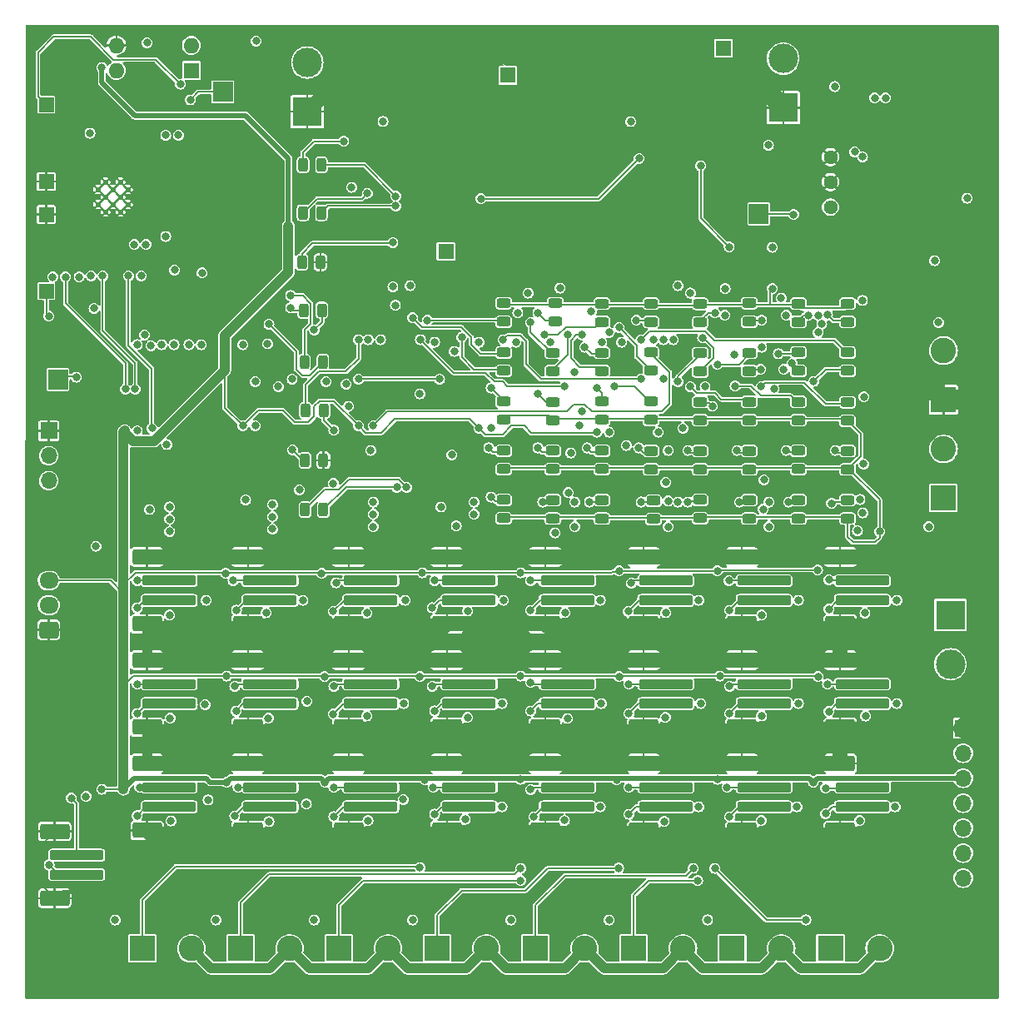
<source format=gbr>
G04 #@! TF.GenerationSoftware,KiCad,Pcbnew,7.0.8*
G04 #@! TF.CreationDate,2023-10-26T23:06:53+02:00*
G04 #@! TF.ProjectId,PlantCtrlESP32,506c616e-7443-4747-926c-45535033322e,rev?*
G04 #@! TF.SameCoordinates,Original*
G04 #@! TF.FileFunction,Copper,L1,Top*
G04 #@! TF.FilePolarity,Positive*
%FSLAX46Y46*%
G04 Gerber Fmt 4.6, Leading zero omitted, Abs format (unit mm)*
G04 Created by KiCad (PCBNEW 7.0.8) date 2023-10-26 23:06:53*
%MOMM*%
%LPD*%
G01*
G04 APERTURE LIST*
G04 Aperture macros list*
%AMRoundRect*
0 Rectangle with rounded corners*
0 $1 Rounding radius*
0 $2 $3 $4 $5 $6 $7 $8 $9 X,Y pos of 4 corners*
0 Add a 4 corners polygon primitive as box body*
4,1,4,$2,$3,$4,$5,$6,$7,$8,$9,$2,$3,0*
0 Add four circle primitives for the rounded corners*
1,1,$1+$1,$2,$3*
1,1,$1+$1,$4,$5*
1,1,$1+$1,$6,$7*
1,1,$1+$1,$8,$9*
0 Add four rect primitives between the rounded corners*
20,1,$1+$1,$2,$3,$4,$5,0*
20,1,$1+$1,$4,$5,$6,$7,0*
20,1,$1+$1,$6,$7,$8,$9,0*
20,1,$1+$1,$8,$9,$2,$3,0*%
G04 Aperture macros list end*
G04 #@! TA.AperFunction,SMDPad,CuDef*
%ADD10R,1.500000X1.500000*%
G04 #@! TD*
G04 #@! TA.AperFunction,SMDPad,CuDef*
%ADD11RoundRect,0.243750X0.456250X-0.243750X0.456250X0.243750X-0.456250X0.243750X-0.456250X-0.243750X0*%
G04 #@! TD*
G04 #@! TA.AperFunction,ComponentPad*
%ADD12R,3.000000X3.000000*%
G04 #@! TD*
G04 #@! TA.AperFunction,ComponentPad*
%ADD13C,3.000000*%
G04 #@! TD*
G04 #@! TA.AperFunction,SMDPad,CuDef*
%ADD14RoundRect,0.243750X0.243750X0.456250X-0.243750X0.456250X-0.243750X-0.456250X0.243750X-0.456250X0*%
G04 #@! TD*
G04 #@! TA.AperFunction,SMDPad,CuDef*
%ADD15RoundRect,0.250000X2.500000X-0.250000X2.500000X0.250000X-2.500000X0.250000X-2.500000X-0.250000X0*%
G04 #@! TD*
G04 #@! TA.AperFunction,SMDPad,CuDef*
%ADD16RoundRect,0.250000X1.250000X-0.550000X1.250000X0.550000X-1.250000X0.550000X-1.250000X-0.550000X0*%
G04 #@! TD*
G04 #@! TA.AperFunction,ComponentPad*
%ADD17R,2.600000X2.600000*%
G04 #@! TD*
G04 #@! TA.AperFunction,ComponentPad*
%ADD18C,2.600000*%
G04 #@! TD*
G04 #@! TA.AperFunction,ComponentPad*
%ADD19R,1.600000X1.600000*%
G04 #@! TD*
G04 #@! TA.AperFunction,ComponentPad*
%ADD20O,1.600000X1.600000*%
G04 #@! TD*
G04 #@! TA.AperFunction,ComponentPad*
%ADD21RoundRect,0.250000X0.725000X-0.600000X0.725000X0.600000X-0.725000X0.600000X-0.725000X-0.600000X0*%
G04 #@! TD*
G04 #@! TA.AperFunction,ComponentPad*
%ADD22O,1.950000X1.700000*%
G04 #@! TD*
G04 #@! TA.AperFunction,ComponentPad*
%ADD23R,1.700000X1.700000*%
G04 #@! TD*
G04 #@! TA.AperFunction,ComponentPad*
%ADD24O,1.700000X1.700000*%
G04 #@! TD*
G04 #@! TA.AperFunction,SMDPad,CuDef*
%ADD25R,2.000000X2.000000*%
G04 #@! TD*
G04 #@! TA.AperFunction,ComponentPad*
%ADD26C,1.600000*%
G04 #@! TD*
G04 #@! TA.AperFunction,ComponentPad*
%ADD27C,1.440000*%
G04 #@! TD*
G04 #@! TA.AperFunction,HeatsinkPad*
%ADD28C,0.600000*%
G04 #@! TD*
G04 #@! TA.AperFunction,ViaPad*
%ADD29C,0.800000*%
G04 #@! TD*
G04 #@! TA.AperFunction,ViaPad*
%ADD30C,4.000000*%
G04 #@! TD*
G04 #@! TA.AperFunction,Conductor*
%ADD31C,1.000000*%
G04 #@! TD*
G04 #@! TA.AperFunction,Conductor*
%ADD32C,1.500000*%
G04 #@! TD*
G04 #@! TA.AperFunction,Conductor*
%ADD33C,0.200000*%
G04 #@! TD*
G04 #@! TA.AperFunction,Conductor*
%ADD34C,2.000000*%
G04 #@! TD*
G04 #@! TA.AperFunction,Conductor*
%ADD35C,0.500000*%
G04 #@! TD*
G04 APERTURE END LIST*
D10*
X172330000Y-56570000D03*
X172330000Y-48770000D03*
D11*
X228830000Y-85820000D03*
X228830000Y-83945000D03*
X233830000Y-80820000D03*
X233830000Y-78945000D03*
D12*
X247280000Y-49070000D03*
D13*
X247280000Y-44070000D03*
D14*
X200467500Y-74957500D03*
X198592500Y-74957500D03*
D10*
X172330000Y-59920000D03*
X172330000Y-67720000D03*
D11*
X218830000Y-75820000D03*
X218830000Y-73945000D03*
D15*
X225330000Y-120170000D03*
X225330000Y-118170000D03*
D16*
X223080000Y-122570000D03*
X223080000Y-115770000D03*
D11*
X228830000Y-75857500D03*
X228830000Y-73982500D03*
D15*
X245330000Y-99170000D03*
X245330000Y-97170000D03*
D16*
X243080000Y-101570000D03*
X243080000Y-94770000D03*
D11*
X218830000Y-80820000D03*
X218830000Y-78945000D03*
D12*
X264280000Y-100670000D03*
D13*
X264280000Y-105670000D03*
D11*
X223830000Y-80857500D03*
X223830000Y-78982500D03*
D15*
X255330000Y-109670000D03*
X255330000Y-107670000D03*
D16*
X253080000Y-112070000D03*
X253080000Y-105270000D03*
D17*
X232080000Y-134575000D03*
D18*
X237080000Y-134575000D03*
D17*
X242080000Y-134575000D03*
D18*
X247080000Y-134575000D03*
D17*
X263580000Y-88770000D03*
D18*
X263580000Y-83770000D03*
D15*
X195080000Y-99170000D03*
X195080000Y-97170000D03*
D16*
X192830000Y-101570000D03*
X192830000Y-94770000D03*
D19*
X187080000Y-45270000D03*
D20*
X187080000Y-42730000D03*
X179460000Y-42730000D03*
X179460000Y-45270000D03*
D21*
X172580000Y-102170000D03*
D22*
X172580000Y-99670000D03*
X172580000Y-97170000D03*
D11*
X238830000Y-85857500D03*
X238830000Y-83982500D03*
D14*
X200367500Y-69657500D03*
X198492500Y-69657500D03*
D23*
X265580000Y-112170000D03*
D24*
X265580000Y-114710000D03*
X265580000Y-117250000D03*
X265580000Y-119790000D03*
X265580000Y-122330000D03*
X265580000Y-124870000D03*
X265580000Y-127410000D03*
D11*
X243830000Y-70820000D03*
X243830000Y-68945000D03*
D15*
X245330000Y-120170000D03*
X245330000Y-118170000D03*
D16*
X243080000Y-122570000D03*
X243080000Y-115770000D03*
D11*
X233830000Y-75820000D03*
X233830000Y-73945000D03*
X233830000Y-85857500D03*
X233830000Y-83982500D03*
X243830000Y-75857500D03*
X243830000Y-73982500D03*
D15*
X225330000Y-109670000D03*
X225330000Y-107670000D03*
D16*
X223080000Y-112070000D03*
X223080000Y-105270000D03*
D11*
X218830000Y-85820000D03*
X218830000Y-83945000D03*
D17*
X222080000Y-134575000D03*
D18*
X227080000Y-134575000D03*
D11*
X224080000Y-70820000D03*
X224080000Y-68945000D03*
D14*
X200317500Y-59757500D03*
X198442500Y-59757500D03*
D15*
X184830000Y-120170000D03*
X184830000Y-118170000D03*
D16*
X182580000Y-122570000D03*
X182580000Y-115770000D03*
D11*
X218830000Y-90820000D03*
X218830000Y-88945000D03*
X248830000Y-85820000D03*
X248830000Y-83945000D03*
D25*
X244780000Y-59870000D03*
D17*
X212080000Y-134575000D03*
D18*
X217080000Y-134575000D03*
D11*
X253830000Y-90857500D03*
X253830000Y-88982500D03*
X218830000Y-70820000D03*
X218830000Y-68945000D03*
D17*
X192080000Y-134575000D03*
D18*
X197080000Y-134575000D03*
D17*
X252080000Y-134575000D03*
D18*
X257080000Y-134575000D03*
D11*
X228830000Y-80820000D03*
X228830000Y-78945000D03*
D14*
X200517500Y-89957500D03*
X198642500Y-89957500D03*
D15*
X255330000Y-120170000D03*
X255330000Y-118170000D03*
D16*
X253080000Y-122570000D03*
X253080000Y-115770000D03*
D11*
X243830000Y-85857500D03*
X243830000Y-83982500D03*
X223830000Y-90857500D03*
X223830000Y-88982500D03*
D15*
X184830000Y-109670000D03*
X184830000Y-107670000D03*
D16*
X182580000Y-112070000D03*
X182580000Y-105270000D03*
D11*
X233830000Y-70857500D03*
X233830000Y-68982500D03*
D15*
X235330000Y-99170000D03*
X235330000Y-97170000D03*
D16*
X233080000Y-101570000D03*
X233080000Y-94770000D03*
D11*
X238830000Y-80857500D03*
X238830000Y-78982500D03*
D19*
X219280000Y-45770000D03*
D26*
X219280000Y-43770000D03*
D11*
X228830000Y-90857500D03*
X228830000Y-88982500D03*
X238830000Y-90820000D03*
X238830000Y-88945000D03*
D15*
X195080000Y-120170000D03*
X195080000Y-118170000D03*
D16*
X192830000Y-122570000D03*
X192830000Y-115770000D03*
D14*
X200317500Y-54870000D03*
X198442500Y-54870000D03*
D11*
X243830000Y-80857500D03*
X243830000Y-78982500D03*
D19*
X212980000Y-63670000D03*
D26*
X212980000Y-65670000D03*
D11*
X248830000Y-70857500D03*
X248830000Y-68982500D03*
X238830000Y-75895000D03*
X238830000Y-74020000D03*
D25*
X173530000Y-76720000D03*
D11*
X223830000Y-75857500D03*
X223830000Y-73982500D03*
X234080000Y-90895000D03*
X234080000Y-89020000D03*
D15*
X255330000Y-99170000D03*
X255330000Y-97170000D03*
D16*
X253080000Y-101570000D03*
X253080000Y-94770000D03*
D15*
X215330000Y-120170000D03*
X215330000Y-118170000D03*
D16*
X213080000Y-122570000D03*
X213080000Y-115770000D03*
D14*
X200217500Y-64782500D03*
X198342500Y-64782500D03*
D15*
X205330000Y-120170000D03*
X205330000Y-118170000D03*
D16*
X203080000Y-122570000D03*
X203080000Y-115770000D03*
D15*
X184830000Y-99170000D03*
X184830000Y-97170000D03*
D16*
X182580000Y-101570000D03*
X182580000Y-94770000D03*
D15*
X215330000Y-109670000D03*
X215330000Y-107670000D03*
D16*
X213080000Y-112070000D03*
X213080000Y-105270000D03*
D17*
X263580000Y-78770000D03*
D18*
X263580000Y-73770000D03*
D27*
X252080000Y-54090000D03*
X252080000Y-56630000D03*
X252080000Y-59170000D03*
D15*
X225330000Y-99170000D03*
X225330000Y-97170000D03*
D16*
X223080000Y-101570000D03*
X223080000Y-94770000D03*
D11*
X228830000Y-70857500D03*
X228830000Y-68982500D03*
X253830000Y-75820000D03*
X253830000Y-73945000D03*
D14*
X200567500Y-79857500D03*
X198692500Y-79857500D03*
D15*
X175430000Y-127070000D03*
X175430000Y-125070000D03*
D16*
X173180000Y-129470000D03*
X173180000Y-122670000D03*
D19*
X241180000Y-43014887D03*
D26*
X241180000Y-45014887D03*
D25*
X190280000Y-47470000D03*
D23*
X172580000Y-81920000D03*
D24*
X172580000Y-84460000D03*
X172580000Y-87000000D03*
D15*
X205330000Y-109670000D03*
X205330000Y-107670000D03*
D16*
X203080000Y-112070000D03*
X203080000Y-105270000D03*
D15*
X235330000Y-109670000D03*
X235330000Y-107670000D03*
D16*
X233080000Y-112070000D03*
X233080000Y-105270000D03*
D17*
X182080000Y-134575000D03*
D18*
X187080000Y-134575000D03*
D15*
X195080000Y-109670000D03*
X195080000Y-107670000D03*
D16*
X192830000Y-112070000D03*
X192830000Y-105270000D03*
D14*
X200517500Y-84920000D03*
X198642500Y-84920000D03*
D17*
X202080000Y-134575000D03*
D18*
X207080000Y-134575000D03*
D11*
X238830000Y-70895000D03*
X238830000Y-69020000D03*
X253830000Y-70857500D03*
X253830000Y-68982500D03*
X253830000Y-80895000D03*
X253830000Y-79020000D03*
X253830000Y-85857500D03*
X253830000Y-83982500D03*
D15*
X215330000Y-99170000D03*
X215330000Y-97170000D03*
D16*
X213080000Y-101570000D03*
X213080000Y-94770000D03*
D11*
X223830000Y-85820000D03*
X223830000Y-83945000D03*
D15*
X245330000Y-109670000D03*
X245330000Y-107670000D03*
D16*
X243080000Y-112070000D03*
X243080000Y-105270000D03*
D12*
X198880000Y-49470000D03*
D13*
X198880000Y-44470000D03*
D15*
X235330000Y-120170000D03*
X235330000Y-118170000D03*
D16*
X233080000Y-122570000D03*
X233080000Y-115770000D03*
D11*
X248830000Y-75820000D03*
X248830000Y-73945000D03*
X248830000Y-90857500D03*
X248830000Y-88982500D03*
X243830000Y-90857500D03*
X243830000Y-88982500D03*
D15*
X205330000Y-99170000D03*
X205330000Y-97170000D03*
D16*
X203080000Y-101570000D03*
X203080000Y-94770000D03*
D11*
X248830000Y-80857500D03*
X248830000Y-78982500D03*
D28*
X179867500Y-56620000D03*
X178342500Y-56620000D03*
X180630000Y-57382500D03*
X179105000Y-57382500D03*
X177580000Y-57382500D03*
X179867500Y-58145000D03*
X178342500Y-58145000D03*
X180630000Y-58907500D03*
X179105000Y-58907500D03*
X177580000Y-58907500D03*
X179867500Y-59670000D03*
X178342500Y-59670000D03*
D29*
X177180000Y-69470000D03*
X188180000Y-65870000D03*
X262680000Y-64620000D03*
X246180000Y-63270000D03*
D30*
X265430000Y-44450000D03*
D29*
X262580000Y-125420000D03*
D30*
X173990000Y-135636000D03*
X265430000Y-135636000D03*
D29*
X217080000Y-65645000D03*
X220080000Y-82070000D03*
X171765000Y-58270000D03*
X196080000Y-81420000D03*
X201855000Y-65645000D03*
X208080000Y-81420000D03*
X243830000Y-65645000D03*
X232080000Y-81670000D03*
X259130000Y-53970000D03*
X186029500Y-81920000D03*
X257669252Y-124759252D03*
X208380000Y-42969500D03*
X225330000Y-65645000D03*
X238680000Y-53070000D03*
X174980000Y-128670000D03*
D30*
X174180000Y-44670000D03*
D29*
X235580000Y-65645000D03*
X181580000Y-110670000D03*
X197180000Y-69420000D03*
X226080000Y-91670000D03*
X228679500Y-120170000D03*
X200629500Y-106920000D03*
X216330000Y-81670000D03*
X240580000Y-96170000D03*
X191047463Y-71687463D03*
X210330000Y-106920000D03*
X203380000Y-57170000D03*
X180180500Y-98470000D03*
X250830000Y-106920000D03*
X210830000Y-117420000D03*
X250330000Y-117670000D03*
X220580000Y-106870000D03*
X240580000Y-117370000D03*
X180180500Y-107870000D03*
X200679500Y-117670000D03*
X220580000Y-117370000D03*
X230580000Y-96170000D03*
X180180500Y-118370000D03*
X200330000Y-96420000D03*
X177980000Y-44970000D03*
X230330000Y-117420000D03*
X228330000Y-82070000D03*
X204080000Y-81420000D03*
X257680000Y-48070000D03*
X180330000Y-81920000D03*
X210580000Y-96370000D03*
X230580000Y-106920000D03*
X190580000Y-96420000D03*
X190680500Y-117670000D03*
X192330000Y-81420000D03*
X240830000Y-106870000D03*
X177989266Y-118379266D03*
X220580000Y-96370000D03*
X190680500Y-106870000D03*
X250780000Y-96070000D03*
X196942500Y-61120000D03*
X185380000Y-65570000D03*
X177380000Y-93670000D03*
X181580000Y-99920000D03*
X228679500Y-99170000D03*
X226080000Y-89170000D03*
X220580000Y-126420000D03*
X222330000Y-69920000D03*
X172980000Y-66270000D03*
X262080000Y-91670000D03*
X176780000Y-51670000D03*
X174880000Y-119270000D03*
X222979500Y-72170000D03*
X220580000Y-127670000D03*
X232330000Y-70670000D03*
X230541426Y-126408029D03*
X210330000Y-126344500D03*
X211080000Y-70670000D03*
X240330000Y-69920000D03*
X238129500Y-126415333D03*
X245080000Y-70670000D03*
X238580000Y-127670000D03*
X249830000Y-70170000D03*
X251790500Y-70159280D03*
X237080000Y-81670000D03*
X178080000Y-66170000D03*
X181380000Y-77670000D03*
X234580000Y-82070000D03*
X180380000Y-77670000D03*
X174280000Y-66270000D03*
X231330000Y-83420000D03*
X176880000Y-66170000D03*
X175680000Y-66270000D03*
X172580000Y-70270000D03*
X254550572Y-53562143D03*
X181280000Y-62970000D03*
X255353042Y-54069679D03*
X182480000Y-62970000D03*
X235580000Y-89070000D03*
X238880500Y-109670000D03*
X194980000Y-71070000D03*
X204080000Y-72670000D03*
X201580000Y-81870000D03*
X236580000Y-89170000D03*
X238679500Y-99170000D03*
X185980000Y-46670000D03*
X228780000Y-109670000D03*
X225429500Y-88219500D03*
X179330000Y-131670000D03*
X181580000Y-81920000D03*
X238679500Y-120170000D03*
X235580000Y-91670000D03*
X199580000Y-131670000D03*
X193580000Y-76920000D03*
X248679500Y-120170000D03*
X245830000Y-91670000D03*
X209580000Y-131670000D03*
X210330000Y-78170000D03*
X200780000Y-76920000D03*
X219580000Y-131670000D03*
X220280500Y-69920000D03*
X207830000Y-69170000D03*
X216330000Y-72920000D03*
X229580000Y-71920000D03*
X229580000Y-131670000D03*
X239580000Y-131670000D03*
X223580000Y-72920000D03*
X239330000Y-77420000D03*
X240330000Y-126420000D03*
X230830000Y-72920000D03*
X241330000Y-70170000D03*
X249580000Y-131670000D03*
X185330000Y-73170000D03*
X189580000Y-131670000D03*
X181980000Y-66170000D03*
X255449622Y-85300378D03*
X175380000Y-76470000D03*
X183080000Y-81670000D03*
X180680000Y-66170000D03*
X182830000Y-89920000D03*
X185020000Y-121607570D03*
X181580000Y-73170000D03*
X217580000Y-88670000D03*
X184580000Y-83319500D03*
X182980000Y-73270000D03*
X217330000Y-83670000D03*
X184925000Y-111146396D03*
X217580000Y-77570500D03*
X184080000Y-73170000D03*
X184879500Y-100670000D03*
X192605353Y-88934597D03*
X188080000Y-73170000D03*
X194980000Y-121670000D03*
X222830000Y-89170000D03*
X193580000Y-81420000D03*
X194925000Y-111146396D03*
X222330500Y-83670500D03*
X194680500Y-100420000D03*
X192330000Y-73170000D03*
X222330000Y-78170000D03*
X227580000Y-89170000D03*
X205049434Y-121568263D03*
X201529500Y-87270500D03*
X195930500Y-77420000D03*
X204930500Y-110920000D03*
X227330000Y-83670000D03*
X203080000Y-79420000D03*
X197330000Y-76670000D03*
X226830000Y-79920000D03*
X204930500Y-100455698D03*
X228330000Y-77570500D03*
X202830000Y-77170000D03*
X204080000Y-76670000D03*
X212479500Y-89670000D03*
X232830000Y-89170000D03*
X212330000Y-76670000D03*
X214938174Y-121426893D03*
X215180500Y-111080698D03*
X205080000Y-72670000D03*
X232580000Y-83670000D03*
X205330000Y-83920000D03*
X213580000Y-84370000D03*
X206330000Y-72670000D03*
X213830209Y-73853672D03*
X215180000Y-100270000D03*
X230080000Y-77420000D03*
X210380500Y-72670000D03*
X237580000Y-89170000D03*
X225037402Y-77377402D03*
X224080000Y-92307000D03*
X225037402Y-121549644D03*
X226080000Y-75920000D03*
X211830000Y-72920000D03*
X225686902Y-84170000D03*
X237580000Y-83920000D03*
X225330000Y-111170000D03*
X217580000Y-81670000D03*
X226580000Y-81420000D03*
X225075698Y-100415698D03*
X240080000Y-79420000D03*
X218780000Y-72670000D03*
X235175000Y-121646396D03*
X242830000Y-89170000D03*
X235330000Y-87170000D03*
X232780000Y-76677402D03*
X235080000Y-76670000D03*
X220080000Y-72920000D03*
X242580000Y-83920000D03*
X235290000Y-111071396D03*
X235580000Y-83920000D03*
X237830000Y-67920000D03*
X221330000Y-67920000D03*
X237830000Y-77420000D03*
X235330000Y-100420000D03*
X246330000Y-77670000D03*
X247830000Y-89170000D03*
X229580000Y-82070000D03*
X245330000Y-86920000D03*
X245049434Y-121568263D03*
X247580000Y-70170000D03*
X227780000Y-69782000D03*
X247580000Y-83920000D03*
X245080000Y-110920000D03*
X245080000Y-100670000D03*
X228830000Y-72920000D03*
X242389554Y-77360521D03*
X242330000Y-74219500D03*
X247330000Y-75670000D03*
X234080000Y-72670000D03*
X255049434Y-121568263D03*
X252191628Y-89308372D03*
X250830000Y-70170000D03*
X252580000Y-83920000D03*
X250830000Y-71920000D03*
X235080000Y-72670000D03*
X255640698Y-110930698D03*
X255580000Y-100470000D03*
X236080000Y-72670000D03*
X245030500Y-77420000D03*
X251198684Y-71045001D03*
X245080000Y-73420000D03*
X197380000Y-83870000D03*
X197180000Y-68170000D03*
X199580000Y-71670000D03*
X191488113Y-121102361D03*
X191630500Y-110420000D03*
X191680500Y-100170000D03*
X201580000Y-121170000D03*
X201527536Y-110722464D03*
X201522500Y-100282000D03*
X211830000Y-120920000D03*
X211830000Y-110420000D03*
X211580000Y-99920000D03*
X221929500Y-121170000D03*
X221580000Y-110420000D03*
X214580000Y-72420000D03*
X225330000Y-72170000D03*
X226830000Y-72170000D03*
X230580000Y-71420000D03*
X239080000Y-72469500D03*
X244980000Y-75670000D03*
X248180000Y-75070000D03*
X250380000Y-76894500D03*
X221580000Y-100170000D03*
X231580000Y-120920000D03*
X231580000Y-110670000D03*
X231522500Y-100282000D03*
X241830000Y-121170000D03*
X241830000Y-110670000D03*
X241830000Y-100170000D03*
X251580000Y-120870000D03*
X251930500Y-110470000D03*
X251930500Y-100070000D03*
X181580000Y-121070000D03*
X181830000Y-118170000D03*
X181580000Y-107670000D03*
X181580000Y-97170000D03*
X191830000Y-118170000D03*
X191505000Y-107920000D03*
X191330000Y-97170000D03*
X201580000Y-118170000D03*
X201580000Y-107920000D03*
X201789225Y-97378807D03*
X211680500Y-118170000D03*
X211580000Y-107920000D03*
X211830000Y-97170000D03*
X221580000Y-118420000D03*
X221580000Y-107519500D03*
X221580000Y-97170000D03*
X231580000Y-118170000D03*
X231580000Y-107670000D03*
X231830000Y-97420000D03*
X241580000Y-118170000D03*
X241830000Y-107920000D03*
X241755000Y-97170000D03*
X251580000Y-118270000D03*
X251780000Y-107670000D03*
X251931000Y-97070000D03*
X245229500Y-89905494D03*
X248830500Y-109670000D03*
X245830000Y-89170000D03*
X248830000Y-99170000D03*
X254830000Y-92070000D03*
X258679500Y-120170000D03*
X258830000Y-109670000D03*
X255380000Y-90270000D03*
X258830000Y-99170000D03*
X255080000Y-88920000D03*
X188480000Y-109770000D03*
X184880000Y-90920000D03*
X188580000Y-99170000D03*
X184880000Y-89670000D03*
X198780000Y-119870000D03*
X195330000Y-91920000D03*
X198830000Y-109420000D03*
X195330000Y-90670000D03*
X184880000Y-92170000D03*
X188780000Y-119470000D03*
X195330000Y-89420000D03*
X198429500Y-99170000D03*
X205580000Y-91670000D03*
X208635500Y-119420000D03*
X186980000Y-48270000D03*
X182580000Y-42470000D03*
X193680000Y-42279500D03*
X208679500Y-109670000D03*
X205580000Y-90420000D03*
X208830000Y-99170000D03*
X205580000Y-89170000D03*
X214029500Y-91607500D03*
X218679500Y-120170000D03*
X215830000Y-90420000D03*
X218679500Y-109670000D03*
X218830000Y-99170000D03*
X215830000Y-89170000D03*
X209580000Y-70420000D03*
X182330000Y-72170000D03*
X186830000Y-73170000D03*
X221580000Y-70920000D03*
X227080000Y-73420000D03*
X194830000Y-73069500D03*
X205580000Y-81420000D03*
X209330000Y-67170000D03*
X236580000Y-76920000D03*
X236580000Y-67170000D03*
X240580000Y-75170000D03*
X247080000Y-68420000D03*
X246780000Y-74089503D03*
X224580000Y-67420000D03*
X232830000Y-72670000D03*
X246180000Y-67470000D03*
X257080000Y-92170000D03*
X184480000Y-51870000D03*
X184480000Y-62170000D03*
X248330000Y-59920000D03*
X207580000Y-62770500D03*
X263080000Y-70920000D03*
X255330000Y-68670000D03*
X255490000Y-78470000D03*
X207580000Y-67270000D03*
X241780000Y-63220000D03*
X207980000Y-87670000D03*
X241380000Y-67470000D03*
X238880000Y-54970000D03*
X206580000Y-50470000D03*
X231780000Y-50470000D03*
X208980000Y-87670000D03*
X216530000Y-58320000D03*
X232630000Y-54220000D03*
X198080000Y-87920000D03*
X172630000Y-126070000D03*
X185780000Y-51870000D03*
X176380000Y-119120000D03*
X265965500Y-58270000D03*
X256580000Y-48070000D03*
X207880000Y-59070000D03*
X252530000Y-46920000D03*
X204980000Y-57770000D03*
X245780000Y-52870000D03*
X207880000Y-58070000D03*
X202580000Y-52470000D03*
D31*
X199080000Y-136575000D02*
X205080000Y-136575000D01*
X187080000Y-134575000D02*
X189080000Y-136575000D01*
X207080000Y-134575000D02*
X209080000Y-136575000D01*
X205080000Y-136575000D02*
X207080000Y-134575000D01*
X247080000Y-134575000D02*
X249080000Y-136575000D01*
X219080000Y-136575000D02*
X225080000Y-136575000D01*
X189080000Y-136575000D02*
X195080000Y-136575000D01*
X227080000Y-134575000D02*
X229080000Y-136575000D01*
X249080000Y-136575000D02*
X255080000Y-136575000D01*
X239080000Y-136575000D02*
X245080000Y-136575000D01*
X197080000Y-134575000D02*
X199080000Y-136575000D01*
X195080000Y-136575000D02*
X197080000Y-134575000D01*
X215080000Y-136575000D02*
X217080000Y-134575000D01*
X217080000Y-134575000D02*
X219080000Y-136575000D01*
X235080000Y-136575000D02*
X237080000Y-134575000D01*
X255080000Y-136575000D02*
X257080000Y-134575000D01*
X237080000Y-134575000D02*
X239080000Y-136575000D01*
X225080000Y-136575000D02*
X227080000Y-134575000D01*
X209080000Y-136575000D02*
X215080000Y-136575000D01*
X245080000Y-136575000D02*
X247080000Y-134575000D01*
X229080000Y-136575000D02*
X235080000Y-136575000D01*
D32*
X202653604Y-112496396D02*
X203080000Y-112070000D01*
D33*
X221280000Y-82870000D02*
X230880000Y-82870000D01*
D32*
X203080000Y-112070000D02*
X203280000Y-112270000D01*
D33*
X171180000Y-127470000D02*
X171180000Y-124670000D01*
D32*
X182580000Y-115770000D02*
X253080000Y-115770000D01*
X235580000Y-65645000D02*
X225330000Y-65645000D01*
D34*
X264280000Y-129460000D02*
X266429138Y-129460000D01*
D32*
X213286893Y-122776893D02*
X213080000Y-122570000D01*
X265330000Y-44550000D02*
X265430000Y-44450000D01*
X222719302Y-112430698D02*
X213440698Y-112430698D01*
X193256396Y-112496396D02*
X202653604Y-112496396D01*
D33*
X200992500Y-64782500D02*
X201855000Y-65645000D01*
D32*
X260180000Y-97572944D02*
X260232944Y-97520000D01*
X258089189Y-101820000D02*
X260180000Y-99729189D01*
D33*
X200517500Y-83007500D02*
X200380000Y-82870000D01*
X252080000Y-65595000D02*
X252130000Y-65645000D01*
D34*
X235580000Y-65645000D02*
X235555000Y-65670000D01*
X267930000Y-105970000D02*
X267930000Y-109820000D01*
D32*
X253080000Y-115770000D02*
X253080000Y-112070000D01*
D34*
X265430000Y-44450000D02*
X264400000Y-44450000D01*
X201880000Y-65620000D02*
X201855000Y-65645000D01*
D32*
X205380500Y-42969500D02*
X198880000Y-49470000D01*
X253080000Y-105270000D02*
X243080000Y-105270000D01*
X252653604Y-122996396D02*
X243506396Y-122996396D01*
X193030000Y-101770000D02*
X202880000Y-101770000D01*
X203080000Y-122570000D02*
X202630000Y-123020000D01*
X243280000Y-112270000D02*
X252880000Y-112270000D01*
X203080000Y-94770000D02*
X213080000Y-94770000D01*
D34*
X235680000Y-65545000D02*
X235580000Y-65645000D01*
X243830000Y-65645000D02*
X250780000Y-65645000D01*
D32*
X253080000Y-105270000D02*
X253080000Y-101570000D01*
X208380000Y-42969500D02*
X218479500Y-42969500D01*
D34*
X267780000Y-128109138D02*
X267780000Y-113798730D01*
X226430000Y-45014887D02*
X235680000Y-45014887D01*
D32*
X243080000Y-112070000D02*
X243280000Y-112270000D01*
D34*
X235605000Y-65620000D02*
X235580000Y-65645000D01*
D32*
X233080000Y-101570000D02*
X233280000Y-101770000D01*
D34*
X265430000Y-135636000D02*
X265430000Y-130610000D01*
D32*
X253080000Y-112070000D02*
X253290698Y-112280698D01*
D31*
X182580000Y-115770000D02*
X182580000Y-112070000D01*
D34*
X243830000Y-65645000D02*
X243805000Y-65620000D01*
D32*
X212731737Y-122918263D02*
X203428263Y-122918263D01*
X225330000Y-65645000D02*
X217080000Y-65645000D01*
D34*
X256880000Y-72070000D02*
X256880000Y-67870000D01*
D32*
X243080000Y-122570000D02*
X242653604Y-122996396D01*
X233280000Y-101770000D02*
X242880000Y-101770000D01*
X233431396Y-112421396D02*
X242728604Y-112421396D01*
D34*
X250780000Y-65645000D02*
X252130000Y-65645000D01*
X257669252Y-124759252D02*
X262370000Y-129460000D01*
D32*
X203315698Y-101805698D02*
X212844302Y-101805698D01*
D33*
X218880000Y-82870000D02*
X216180000Y-82870000D01*
X173180000Y-129470000D02*
X171180000Y-127470000D01*
D32*
X260180000Y-108070000D02*
X257380000Y-105270000D01*
D34*
X243224887Y-45014887D02*
X247280000Y-49070000D01*
X235680000Y-45014887D02*
X241180000Y-45014887D01*
D32*
X208380000Y-42969500D02*
X205380500Y-42969500D01*
X223080000Y-112070000D02*
X223530000Y-112520000D01*
D34*
X225185113Y-43770000D02*
X226430000Y-45014887D01*
D33*
X262580000Y-125420000D02*
X258330000Y-125420000D01*
D32*
X182580000Y-122570000D02*
X182967570Y-122957570D01*
D34*
X266429138Y-129460000D02*
X267780000Y-128109138D01*
D33*
X200380000Y-82870000D02*
X197530000Y-82870000D01*
D32*
X182967570Y-122957570D02*
X192442430Y-122957570D01*
D33*
X172330000Y-58270000D02*
X171765000Y-58270000D01*
D34*
X241180000Y-45014887D02*
X243224887Y-45014887D01*
D32*
X253330000Y-101820000D02*
X258089189Y-101820000D01*
X202630000Y-123020000D02*
X193280000Y-123020000D01*
D33*
X200517500Y-84920000D02*
X200517500Y-83007500D01*
D34*
X263580000Y-78770000D02*
X267930000Y-78770000D01*
D32*
X253290698Y-112280698D02*
X258128491Y-112280698D01*
X182580000Y-112070000D02*
X183006396Y-112496396D01*
D34*
X235555000Y-65670000D02*
X212980000Y-65670000D01*
D32*
X257377056Y-94770000D02*
X253080000Y-94770000D01*
X223080000Y-112070000D02*
X222719302Y-112430698D01*
X182580000Y-94770000D02*
X192830000Y-94770000D01*
X253080000Y-101570000D02*
X253330000Y-101820000D01*
X252630000Y-102020000D02*
X253080000Y-101570000D01*
D31*
X238680000Y-47514887D02*
X241180000Y-45014887D01*
D32*
X192830000Y-94770000D02*
X203080000Y-94770000D01*
X260180000Y-110229189D02*
X260180000Y-108070000D01*
X260180000Y-99729189D02*
X260180000Y-98670000D01*
D33*
X215680000Y-82370000D02*
X209030000Y-82370000D01*
D32*
X243080000Y-94770000D02*
X253080000Y-94770000D01*
X260232944Y-97520000D02*
X267680000Y-97520000D01*
D34*
X262370000Y-129460000D02*
X264280000Y-129460000D01*
D32*
X267930000Y-78770000D02*
X268030000Y-78670000D01*
X192830000Y-101570000D02*
X192380000Y-102020000D01*
X233506396Y-122996396D02*
X233080000Y-122570000D01*
X243080000Y-105270000D02*
X192830000Y-105270000D01*
X260180000Y-97572944D02*
X257377056Y-94770000D01*
D34*
X255455000Y-66445000D02*
X256880000Y-67870000D01*
D33*
X230880000Y-82870000D02*
X232080000Y-81670000D01*
X250780000Y-57930000D02*
X250780000Y-65645000D01*
D32*
X203428263Y-122918263D02*
X203080000Y-122570000D01*
X202880000Y-101770000D02*
X203080000Y-101570000D01*
X223080000Y-94770000D02*
X233080000Y-94770000D01*
D33*
X173980000Y-128670000D02*
X173180000Y-129470000D01*
D34*
X254655000Y-65645000D02*
X255455000Y-66445000D01*
D32*
X203080000Y-101570000D02*
X203315698Y-101805698D01*
D34*
X267930000Y-78770000D02*
X267930000Y-85170000D01*
D32*
X242653604Y-122996396D02*
X233506396Y-122996396D01*
X258128491Y-112280698D02*
X260180000Y-110229189D01*
X192442430Y-122957570D02*
X192830000Y-122570000D01*
X182580000Y-105270000D02*
X192830000Y-105270000D01*
X233080000Y-94770000D02*
X243080000Y-94770000D01*
D33*
X172330000Y-58270000D02*
X172330000Y-59920000D01*
X172330000Y-56570000D02*
X172330000Y-58270000D01*
D34*
X212930000Y-65620000D02*
X201880000Y-65620000D01*
D33*
X209030000Y-82370000D02*
X208080000Y-81420000D01*
X206630000Y-82870000D02*
X200580000Y-82870000D01*
D34*
X267930000Y-109820000D02*
X265580000Y-112170000D01*
D33*
X196080000Y-81420000D02*
X197530000Y-82870000D01*
D34*
X267930000Y-85170000D02*
X267930000Y-86370000D01*
D32*
X218479500Y-42969500D02*
X219280000Y-43770000D01*
D34*
X263580000Y-78770000D02*
X256880000Y-72070000D01*
D32*
X192830000Y-101570000D02*
X193030000Y-101770000D01*
X213080000Y-122570000D02*
X212731737Y-122918263D01*
X192403604Y-112496396D02*
X192830000Y-112070000D01*
X252880000Y-112270000D02*
X253080000Y-112070000D01*
D34*
X267930000Y-86370000D02*
X267930000Y-105970000D01*
D33*
X206630000Y-82870000D02*
X208080000Y-81420000D01*
D34*
X243805000Y-65620000D02*
X235605000Y-65620000D01*
D33*
X220080000Y-82070000D02*
X218880000Y-82870000D01*
X186579500Y-82470000D02*
X186029500Y-81920000D01*
X171180000Y-124670000D02*
X173180000Y-122670000D01*
D34*
X225185113Y-43770000D02*
X219280000Y-43770000D01*
D32*
X232884302Y-101765698D02*
X233080000Y-101570000D01*
D34*
X265430000Y-130610000D02*
X264280000Y-129460000D01*
D32*
X253080000Y-122570000D02*
X253428263Y-122918263D01*
X183006396Y-112496396D02*
X192403604Y-112496396D01*
X223275698Y-101765698D02*
X232884302Y-101765698D01*
D34*
X267780000Y-113798730D02*
X266151270Y-112170000D01*
X256830000Y-67870000D02*
X256880000Y-67870000D01*
D32*
X257669252Y-124759252D02*
X257669252Y-123380748D01*
X193280000Y-123020000D02*
X192830000Y-122570000D01*
X232630000Y-112520000D02*
X233080000Y-112070000D01*
X213080000Y-94770000D02*
X223080000Y-94770000D01*
X232750356Y-122899644D02*
X223409644Y-122899644D01*
X243080000Y-101570000D02*
X243530000Y-102020000D01*
D34*
X235680000Y-45014887D02*
X235680000Y-65545000D01*
X252130000Y-65645000D02*
X254655000Y-65645000D01*
D33*
X200580000Y-82870000D02*
X200380000Y-82870000D01*
D32*
X253080000Y-122570000D02*
X252653604Y-122996396D01*
X192830000Y-112070000D02*
X193256396Y-112496396D01*
D33*
X258330000Y-125420000D02*
X257669252Y-124759252D01*
D32*
X223080000Y-101570000D02*
X223275698Y-101765698D01*
X183030000Y-102020000D02*
X182580000Y-101570000D01*
X223530000Y-112520000D02*
X232630000Y-112520000D01*
D33*
X252080000Y-56630000D02*
X250780000Y-57930000D01*
D32*
X213440698Y-112430698D02*
X213080000Y-112070000D01*
X243506396Y-122996396D02*
X243080000Y-122570000D01*
X223080000Y-122570000D02*
X222873107Y-122776893D01*
X203280000Y-112270000D02*
X212880000Y-112270000D01*
X223409644Y-122899644D02*
X223080000Y-122570000D01*
X212844302Y-101805698D02*
X213080000Y-101570000D01*
D33*
X174980000Y-128670000D02*
X173980000Y-128670000D01*
X196080000Y-81420000D02*
X195030000Y-82470000D01*
D32*
X257380000Y-105270000D02*
X253080000Y-105270000D01*
X260180000Y-98670000D02*
X260180000Y-97572944D01*
D31*
X182580000Y-105270000D02*
X182580000Y-101570000D01*
D32*
X233080000Y-122570000D02*
X232750356Y-122899644D01*
D33*
X220080000Y-82070000D02*
X221280000Y-82870000D01*
X216180000Y-82870000D02*
X215680000Y-82370000D01*
D32*
X201855000Y-65645000D02*
X217080000Y-65645000D01*
D34*
X212980000Y-65670000D02*
X212930000Y-65620000D01*
X266151270Y-112170000D02*
X265580000Y-112170000D01*
D32*
X212880000Y-112270000D02*
X213080000Y-112070000D01*
X213080000Y-101570000D02*
X223080000Y-101570000D01*
X233080000Y-112070000D02*
X233431396Y-112421396D01*
X253428263Y-122918263D02*
X258131737Y-122918263D01*
X243530000Y-102020000D02*
X252630000Y-102020000D01*
D34*
X267830000Y-106070000D02*
X267930000Y-105970000D01*
D32*
X242880000Y-101770000D02*
X243080000Y-101570000D01*
D33*
X195030000Y-82470000D02*
X186579500Y-82470000D01*
D31*
X238680000Y-53070000D02*
X238680000Y-47514887D01*
D32*
X242728604Y-112421396D02*
X243080000Y-112070000D01*
D33*
X200217500Y-64782500D02*
X200992500Y-64782500D01*
D32*
X222873107Y-122776893D02*
X213286893Y-122776893D01*
X192380000Y-102020000D02*
X183030000Y-102020000D01*
D33*
X182580000Y-109670000D02*
X181580000Y-110670000D01*
X198492500Y-69657500D02*
X197417500Y-69657500D01*
X197417500Y-69657500D02*
X197180000Y-69420000D01*
X240580000Y-117370000D02*
X230380000Y-117370000D01*
D35*
X188599239Y-117270000D02*
X181280500Y-117270000D01*
D33*
X228330000Y-82070000D02*
X227880000Y-82120000D01*
X240830000Y-106870000D02*
X250780000Y-106870000D01*
X207790050Y-80720000D02*
X215380000Y-80720000D01*
D35*
X265580000Y-117250000D02*
X250750000Y-117250000D01*
D33*
X181390050Y-96370000D02*
X190530000Y-96370000D01*
X220580000Y-106870000D02*
X210380000Y-106870000D01*
X250780000Y-106870000D02*
X250830000Y-106920000D01*
X229630000Y-96370000D02*
X220580000Y-96370000D01*
X230280000Y-117370000D02*
X230330000Y-117420000D01*
X193880000Y-79870000D02*
X192330000Y-81420000D01*
D35*
X210680000Y-117270000D02*
X201079500Y-117270000D01*
D33*
X181180500Y-106870000D02*
X190680500Y-106870000D01*
X210280000Y-106870000D02*
X210330000Y-106920000D01*
X221630000Y-82120000D02*
X220930000Y-81420000D01*
X192330000Y-81420000D02*
X190472463Y-79562463D01*
X190580000Y-96420000D02*
X190630000Y-96370000D01*
D31*
X180180500Y-82069500D02*
X180330000Y-81920000D01*
D35*
X190680500Y-117670000D02*
X188999239Y-117670000D01*
X196942500Y-61120000D02*
X196942500Y-54232500D01*
X181130000Y-82720000D02*
X183161371Y-82720000D01*
X210830000Y-117420000D02*
X210680000Y-117270000D01*
X188999239Y-117670000D02*
X188599239Y-117270000D01*
X180180500Y-98470000D02*
X180180500Y-107870000D01*
D33*
X190680500Y-106870000D02*
X200579500Y-106870000D01*
D35*
X230180000Y-117270000D02*
X210980000Y-117270000D01*
D33*
X200579500Y-106870000D02*
X200629500Y-106920000D01*
D31*
X190472463Y-75762462D02*
X190472463Y-72262463D01*
D33*
X177998532Y-118370000D02*
X177989266Y-118379266D01*
X204780000Y-82120000D02*
X206390050Y-82120000D01*
X180180500Y-107870000D02*
X181180500Y-106870000D01*
D35*
X230480000Y-117270000D02*
X230330000Y-117420000D01*
D33*
X220580000Y-117370000D02*
X210430500Y-117370000D01*
X210580000Y-96370000D02*
X220580000Y-96370000D01*
X198980000Y-81070000D02*
X197580000Y-81070000D01*
X190472463Y-79562463D02*
X190472463Y-75762462D01*
X230530000Y-106870000D02*
X230580000Y-106920000D01*
X240680000Y-96070000D02*
X240580000Y-96170000D01*
D31*
X180180500Y-118370000D02*
X180180500Y-82069500D01*
D33*
X227880000Y-82120000D02*
X221630000Y-82120000D01*
X230630000Y-106870000D02*
X230580000Y-106920000D01*
D35*
X192580000Y-49870000D02*
X181348628Y-49870000D01*
D33*
X199580000Y-79446732D02*
X199580000Y-80470000D01*
D35*
X191080500Y-117270000D02*
X190680500Y-117670000D01*
D33*
X190530000Y-96370000D02*
X190580000Y-96420000D01*
D35*
X181348628Y-49870000D02*
X177980000Y-46501371D01*
D31*
X190472463Y-72262463D02*
X196942500Y-65792425D01*
D33*
X200119232Y-78907500D02*
X199580000Y-79446732D01*
X201567500Y-78907500D02*
X200119232Y-78907500D01*
D35*
X210980000Y-117270000D02*
X210830000Y-117420000D01*
D33*
X200280000Y-96370000D02*
X200330000Y-96420000D01*
D35*
X180180500Y-118370000D02*
X180180500Y-107870000D01*
D31*
X183264925Y-82970000D02*
X190472463Y-75762462D01*
X180330000Y-82154925D02*
X181145075Y-82970000D01*
D35*
X250330000Y-117670000D02*
X249930000Y-117270000D01*
D33*
X206390050Y-82120000D02*
X207790050Y-80720000D01*
X218730000Y-82320000D02*
X216980000Y-82320000D01*
D35*
X230330000Y-117420000D02*
X230180000Y-117270000D01*
D33*
X204080000Y-81420000D02*
X204780000Y-82120000D01*
X180180500Y-98470000D02*
X180180500Y-97579550D01*
D35*
X201079500Y-117270000D02*
X200679500Y-117670000D01*
D33*
X180180500Y-98470000D02*
X178880500Y-97170000D01*
X180180500Y-97579550D02*
X181390050Y-96370000D01*
X190630000Y-96370000D02*
X200280000Y-96370000D01*
X200380000Y-96370000D02*
X200330000Y-96420000D01*
X250780000Y-96070000D02*
X240680000Y-96070000D01*
D35*
X249930000Y-117270000D02*
X230480000Y-117270000D01*
D33*
X204080000Y-81420000D02*
X201567500Y-78907500D01*
X178880500Y-97170000D02*
X172580000Y-97170000D01*
X240580000Y-117370000D02*
X250030000Y-117370000D01*
X215380000Y-80720000D02*
X216330000Y-81670000D01*
X250030000Y-117370000D02*
X250330000Y-117670000D01*
D35*
X250750000Y-117250000D02*
X250330000Y-117670000D01*
D33*
X200679500Y-106870000D02*
X210280000Y-106870000D01*
X197580000Y-81070000D02*
X196380000Y-79870000D01*
X180180500Y-118370000D02*
X177998532Y-118370000D01*
X240830000Y-106870000D02*
X230630000Y-106870000D01*
D35*
X196942500Y-54232500D02*
X192580000Y-49870000D01*
X180330000Y-81920000D02*
X181130000Y-82720000D01*
X181280500Y-117270000D02*
X180180500Y-118370000D01*
D33*
X230580000Y-96170000D02*
X240580000Y-96170000D01*
D35*
X177980000Y-46501371D02*
X177980000Y-44970000D01*
D33*
X210430500Y-117370000D02*
X210830000Y-117420000D01*
D35*
X200279500Y-117270000D02*
X191080500Y-117270000D01*
D33*
X220580000Y-106870000D02*
X230530000Y-106870000D01*
D31*
X181145075Y-82970000D02*
X183264925Y-82970000D01*
D35*
X180180500Y-98470000D02*
X180180500Y-82069500D01*
D33*
X230380000Y-117370000D02*
X230330000Y-117420000D01*
X220930000Y-81420000D02*
X219630000Y-81420000D01*
X230580000Y-96170000D02*
X229630000Y-96370000D01*
X199580000Y-80470000D02*
X198980000Y-81070000D01*
X210380000Y-106870000D02*
X210330000Y-106920000D01*
X210580000Y-96370000D02*
X200380000Y-96370000D01*
X220580000Y-117370000D02*
X230280000Y-117370000D01*
X219630000Y-81420000D02*
X218730000Y-82320000D01*
D31*
X196942500Y-65438871D02*
X196942500Y-61120000D01*
X196942500Y-65792425D02*
X196942500Y-65438871D01*
D33*
X216980000Y-82320000D02*
X216330000Y-81670000D01*
D31*
X180330000Y-81920000D02*
X180330000Y-82154925D01*
D33*
X200629500Y-106920000D02*
X200679500Y-106870000D01*
X196380000Y-79870000D02*
X193880000Y-79870000D01*
D35*
X200679500Y-117670000D02*
X200279500Y-117270000D01*
D33*
X182330000Y-99170000D02*
X181580000Y-99920000D01*
X219955500Y-127044500D02*
X194955500Y-127044500D01*
X194955500Y-127044500D02*
X192080000Y-129920000D01*
X220580000Y-126420000D02*
X219955500Y-127044500D01*
X192080000Y-129920000D02*
X192080000Y-134575000D01*
X223080000Y-70670000D02*
X222330000Y-69920000D01*
X224080000Y-70670000D02*
X223080000Y-70670000D01*
X175430000Y-119820000D02*
X174880000Y-119270000D01*
X175430000Y-125070000D02*
X175430000Y-119820000D01*
X228830000Y-70707500D02*
X228180000Y-71357500D01*
X204580000Y-127670000D02*
X202080000Y-130170000D01*
X202080000Y-130170000D02*
X202080000Y-134575000D01*
X224367500Y-72170000D02*
X225180000Y-71357500D01*
X220580000Y-127670000D02*
X204580000Y-127670000D01*
X228180000Y-71357500D02*
X225180000Y-71357500D01*
X222979500Y-72170000D02*
X224367500Y-72170000D01*
X212080000Y-131170000D02*
X212080000Y-134575000D01*
X230541426Y-126408029D02*
X223341971Y-126408029D01*
X233830000Y-70707500D02*
X232367500Y-70707500D01*
X223341971Y-126408029D02*
X221080000Y-128670000D01*
X214580000Y-128670000D02*
X212080000Y-131170000D01*
X221080000Y-128670000D02*
X214580000Y-128670000D01*
X232367500Y-70707500D02*
X232330000Y-70670000D01*
X182080000Y-129670000D02*
X182080000Y-134575000D01*
X210330000Y-126344500D02*
X210205500Y-126220000D01*
X210205500Y-126220000D02*
X185530000Y-126220000D01*
X218830000Y-70670000D02*
X211080000Y-70670000D01*
X185530000Y-126220000D02*
X182080000Y-129670000D01*
X238129500Y-126415333D02*
X237374833Y-127170000D01*
X239655000Y-69920000D02*
X238830000Y-70745000D01*
X222080000Y-130170000D02*
X222080000Y-134575000D01*
X240330000Y-69920000D02*
X239655000Y-69920000D01*
X225080000Y-127170000D02*
X237374833Y-127170000D01*
X225080000Y-127170000D02*
X222080000Y-130170000D01*
X232080000Y-129170000D02*
X232080000Y-134575000D01*
X238580000Y-127670000D02*
X233580000Y-127670000D01*
X233580000Y-127670000D02*
X232080000Y-129170000D01*
X243830000Y-70670000D02*
X245080000Y-70670000D01*
X249830000Y-70170000D02*
X249367500Y-70170000D01*
X249367500Y-70170000D02*
X248830000Y-70707500D01*
X252338720Y-70707500D02*
X251790500Y-70159280D01*
X253830000Y-70707500D02*
X252338720Y-70707500D01*
X178080000Y-71770000D02*
X181380000Y-75070000D01*
X178080000Y-66170000D02*
X178080000Y-71770000D01*
X181380000Y-75070000D02*
X181380000Y-77670000D01*
X174280000Y-68970000D02*
X180380000Y-75070000D01*
X174280000Y-66270000D02*
X174280000Y-68970000D01*
X180380000Y-75070000D02*
X180380000Y-77670000D01*
X172330000Y-70020000D02*
X172580000Y-70270000D01*
X172330000Y-67720000D02*
X172330000Y-70020000D01*
X197780000Y-73870000D02*
X197780000Y-75670000D01*
X197780000Y-75670000D02*
X198380000Y-76270000D01*
X198380000Y-76270000D02*
X199155000Y-76270000D01*
X199155000Y-76270000D02*
X200467500Y-74957500D01*
X194980000Y-71070000D02*
X197780000Y-73870000D01*
X200019232Y-75907500D02*
X202792500Y-75907500D01*
X198692500Y-79857500D02*
X198692500Y-77234232D01*
X204080000Y-74620000D02*
X204080000Y-72670000D01*
X198692500Y-77234232D02*
X200019232Y-75907500D01*
X202792500Y-75907500D02*
X204080000Y-74620000D01*
X200567500Y-80857500D02*
X201580000Y-81870000D01*
X200567500Y-79857500D02*
X200567500Y-80857500D01*
X171480000Y-47920000D02*
X172330000Y-48770000D01*
X183480000Y-44170000D02*
X179180000Y-44170000D01*
X179180000Y-44170000D02*
X176880000Y-41870000D01*
X171480000Y-43470000D02*
X171480000Y-47920000D01*
X176880000Y-41870000D02*
X173080000Y-41870000D01*
X173080000Y-41870000D02*
X171480000Y-43470000D01*
X185980000Y-46670000D02*
X183480000Y-44170000D01*
X240330000Y-126420000D02*
X245580000Y-131670000D01*
X245580000Y-131670000D02*
X249580000Y-131670000D01*
X173530000Y-76720000D02*
X173830000Y-76420000D01*
X175330000Y-76420000D02*
X175380000Y-76470000D01*
X173830000Y-76420000D02*
X175330000Y-76420000D01*
X183080000Y-81670000D02*
X183035025Y-81625025D01*
X180680000Y-66170000D02*
X180680000Y-73259950D01*
X183035025Y-81625025D02*
X183035025Y-75614975D01*
X180680000Y-73259950D02*
X183035025Y-75614975D01*
X218830000Y-89095000D02*
X218005000Y-89095000D01*
X218005000Y-89095000D02*
X217580000Y-88670000D01*
X217755000Y-84095000D02*
X217330000Y-83670000D01*
X218830000Y-84095000D02*
X217755000Y-84095000D01*
X218830000Y-78820500D02*
X217580000Y-77570500D01*
X223830000Y-89132500D02*
X222867500Y-89132500D01*
X222867500Y-89132500D02*
X222830000Y-89170000D01*
X222330500Y-83670500D02*
X222755000Y-84095000D01*
X223830000Y-84095000D02*
X222755000Y-84095000D01*
X223830000Y-79132500D02*
X223292500Y-79132500D01*
X223292500Y-79132500D02*
X222330000Y-78170000D01*
X228830000Y-89132500D02*
X227617500Y-89132500D01*
X227617500Y-89132500D02*
X227580000Y-89170000D01*
X228830000Y-84095000D02*
X227755000Y-84095000D01*
X227755000Y-84095000D02*
X227330000Y-83670000D01*
X228830000Y-78070500D02*
X228330000Y-77570500D01*
X228830000Y-79095000D02*
X228830000Y-78070500D01*
X234080000Y-89170000D02*
X232830000Y-89170000D01*
X212330000Y-76670000D02*
X204080000Y-76670000D01*
X233042500Y-84132500D02*
X232580000Y-83670000D01*
X233830000Y-84132500D02*
X233042500Y-84132500D01*
X233830000Y-79095000D02*
X232155000Y-77420000D01*
X232155000Y-77420000D02*
X230080000Y-77420000D01*
X238830000Y-89095000D02*
X237655000Y-89095000D01*
X225037402Y-77377402D02*
X219187402Y-77377402D01*
X216980000Y-76019750D02*
X213730250Y-76019750D01*
X213730250Y-76019750D02*
X210380500Y-72670000D01*
X217880750Y-76920500D02*
X216980000Y-76019750D01*
X219187402Y-77377402D02*
X218730500Y-76920500D01*
X218730500Y-76920500D02*
X217880750Y-76920500D01*
X237655000Y-89095000D02*
X237580000Y-89170000D01*
X238830000Y-84132500D02*
X237792500Y-84132500D01*
X237792500Y-84132500D02*
X237580000Y-83920000D01*
X239792500Y-79132500D02*
X240080000Y-79420000D01*
X238830000Y-79132500D02*
X239792500Y-79132500D01*
X243830000Y-89132500D02*
X242867500Y-89132500D01*
X219180000Y-72270000D02*
X218780000Y-72670000D01*
X221096811Y-72786811D02*
X220580000Y-72270000D01*
X220580000Y-72270000D02*
X219180000Y-72270000D01*
X221096811Y-75153189D02*
X221096811Y-72786811D01*
X232780000Y-76677402D02*
X222621025Y-76677402D01*
X242867500Y-89132500D02*
X242830000Y-89170000D01*
X222621025Y-76677402D02*
X221096811Y-75153189D01*
X242792500Y-84132500D02*
X242580000Y-83920000D01*
X243830000Y-84132500D02*
X242792500Y-84132500D01*
X238480000Y-78070000D02*
X240330413Y-78070000D01*
X243830000Y-79132500D02*
X243417087Y-78719587D01*
X243417087Y-78719587D02*
X240980000Y-78719587D01*
X237830000Y-77420000D02*
X238480000Y-78070000D01*
X240330413Y-78070000D02*
X240980000Y-78719587D01*
X247867500Y-89132500D02*
X247830000Y-89170000D01*
X248830000Y-89132500D02*
X247867500Y-89132500D01*
X248830000Y-84095000D02*
X247755000Y-84095000D01*
X247755000Y-84095000D02*
X247580000Y-83920000D01*
X248067087Y-78369587D02*
X244980000Y-78369587D01*
X242389554Y-77360521D02*
X243970934Y-77360521D01*
X243970934Y-77360521D02*
X244980000Y-78369587D01*
X248830000Y-79132500D02*
X248067087Y-78369587D01*
X252367500Y-89132500D02*
X252191628Y-89308372D01*
X253830000Y-89132500D02*
X252367500Y-89132500D01*
X253830000Y-84132500D02*
X252792500Y-84132500D01*
X252792500Y-84132500D02*
X252580000Y-83920000D01*
X245030500Y-77420000D02*
X245430500Y-77020000D01*
X251580000Y-79170000D02*
X253830000Y-79170000D01*
X249430000Y-77020000D02*
X251580000Y-79170000D01*
X245430500Y-77020000D02*
X249430000Y-77020000D01*
X198642500Y-84920000D02*
X198430000Y-84920000D01*
X198430000Y-84920000D02*
X197380000Y-83870000D01*
X199230000Y-71020000D02*
X198592500Y-71657500D01*
X198592500Y-71657500D02*
X198592500Y-74957500D01*
X197180000Y-68170000D02*
X198403268Y-68170000D01*
X198403268Y-68170000D02*
X199230000Y-68996732D01*
X199230000Y-68996732D02*
X199230000Y-71020000D01*
X200367500Y-69657500D02*
X200367500Y-70882500D01*
X200367500Y-70882500D02*
X199580000Y-71670000D01*
X191488113Y-121102361D02*
X192420474Y-120170000D01*
X192420474Y-120170000D02*
X195080000Y-120170000D01*
X195080000Y-109670000D02*
X192380500Y-109670000D01*
X192380500Y-109670000D02*
X191630500Y-110420000D01*
X192680500Y-99170000D02*
X191680500Y-100170000D01*
X205330000Y-120170000D02*
X202580000Y-120170000D01*
X202580000Y-120170000D02*
X201580000Y-121170000D01*
X205330000Y-109670000D02*
X202580000Y-109670000D01*
X202580000Y-109670000D02*
X201527536Y-110722464D01*
X202634500Y-99170000D02*
X201522500Y-100282000D01*
X205330000Y-99170000D02*
X202634500Y-99170000D01*
X215330000Y-120170000D02*
X212580000Y-120170000D01*
X212580000Y-120170000D02*
X211830000Y-120920000D01*
X212580000Y-109670000D02*
X211830000Y-110420000D01*
X215330000Y-109670000D02*
X212580000Y-109670000D01*
X215330000Y-99170000D02*
X212330000Y-99170000D01*
X212330000Y-99170000D02*
X211580000Y-99920000D01*
X222929500Y-120170000D02*
X221929500Y-121170000D01*
X222330000Y-109670000D02*
X221580000Y-110420000D01*
X225330000Y-109670000D02*
X222330000Y-109670000D01*
X215830000Y-75670000D02*
X214580000Y-74420000D01*
X218830000Y-75670000D02*
X215830000Y-75670000D01*
X214580000Y-74420000D02*
X214580000Y-72420000D01*
X223830000Y-75707500D02*
X225330000Y-74207500D01*
X225330000Y-74207500D02*
X225330000Y-72170000D01*
X226830000Y-72170000D02*
X226249239Y-72170000D01*
X225680000Y-72739239D02*
X225680000Y-74520000D01*
X225680000Y-74520000D02*
X226580000Y-75420000D01*
X226249239Y-72170000D02*
X225680000Y-72739239D01*
X226580000Y-75420000D02*
X228542500Y-75420000D01*
X230580000Y-71420000D02*
X232405000Y-73245000D01*
X232405000Y-73245000D02*
X232405000Y-74395000D01*
X232405000Y-74395000D02*
X233830000Y-75820000D01*
X239179500Y-72469500D02*
X240180000Y-73470000D01*
X240180000Y-73470000D02*
X240180000Y-74545000D01*
X239080000Y-72469500D02*
X239179500Y-72469500D01*
X239129500Y-72469500D02*
X239080000Y-72469500D01*
X240180000Y-74545000D02*
X238830000Y-75895000D01*
X244980000Y-75670000D02*
X243867500Y-75670000D01*
X248180000Y-75070000D02*
X248230000Y-75070000D01*
X248230000Y-75070000D02*
X248830000Y-75670000D01*
X253830000Y-75670000D02*
X251604500Y-75670000D01*
X251604500Y-75670000D02*
X250380000Y-76894500D01*
X225330000Y-99170000D02*
X222580000Y-99170000D01*
X222580000Y-99170000D02*
X221580000Y-100170000D01*
X232330000Y-120170000D02*
X231580000Y-120920000D01*
X235330000Y-120170000D02*
X232330000Y-120170000D01*
X232580000Y-109670000D02*
X235330000Y-109670000D01*
X231580000Y-110670000D02*
X232580000Y-109670000D01*
X235330000Y-99170000D02*
X232634500Y-99170000D01*
X232634500Y-99170000D02*
X231522500Y-100282000D01*
X242830000Y-120170000D02*
X241830000Y-121170000D01*
X242830000Y-109670000D02*
X241830000Y-110670000D01*
X242830000Y-99170000D02*
X241830000Y-100170000D01*
X252280000Y-120170000D02*
X251580000Y-120870000D01*
X255330000Y-120170000D02*
X252280000Y-120170000D01*
X252730500Y-109670000D02*
X251930500Y-110470000D01*
X252830500Y-99170000D02*
X251930500Y-100070000D01*
X182480000Y-120170000D02*
X181580000Y-121070000D01*
X184830000Y-118170000D02*
X181830000Y-118170000D01*
X184830000Y-107670000D02*
X181580000Y-107670000D01*
X181580000Y-97170000D02*
X184830000Y-97170000D01*
X195080000Y-118170000D02*
X191830000Y-118170000D01*
X195080000Y-107670000D02*
X191755000Y-107670000D01*
X191755000Y-107670000D02*
X191505000Y-107920000D01*
X191330000Y-97170000D02*
X195080000Y-97170000D01*
X201580000Y-118170000D02*
X203830000Y-118170000D01*
X205330000Y-107670000D02*
X201830000Y-107670000D01*
X201830000Y-107670000D02*
X201580000Y-107920000D01*
X205330000Y-97170000D02*
X201998032Y-97170000D01*
X201998032Y-97170000D02*
X201789225Y-97378807D01*
X215330000Y-118170000D02*
X211680500Y-118170000D01*
X215330000Y-107670000D02*
X211830000Y-107670000D01*
X211830000Y-107670000D02*
X211580000Y-107920000D01*
X215330000Y-97170000D02*
X211830000Y-97170000D01*
X225330000Y-118170000D02*
X221830000Y-118170000D01*
X221830000Y-118170000D02*
X221580000Y-118420000D01*
X221730500Y-107670000D02*
X221580000Y-107519500D01*
X225330000Y-107670000D02*
X221730500Y-107670000D01*
X225330000Y-97170000D02*
X221580000Y-97170000D01*
X235330000Y-118170000D02*
X231580000Y-118170000D01*
X235330000Y-107670000D02*
X231580000Y-107670000D01*
X235330000Y-97170000D02*
X232080000Y-97170000D01*
X232080000Y-97170000D02*
X231830000Y-97420000D01*
X241580000Y-118170000D02*
X245330000Y-118170000D01*
X242080000Y-107670000D02*
X241830000Y-107920000D01*
X245330000Y-107670000D02*
X242080000Y-107670000D01*
X245330000Y-97170000D02*
X241755000Y-97170000D01*
X251580000Y-118270000D02*
X255230000Y-118270000D01*
X251780000Y-107670000D02*
X255330000Y-107670000D01*
X252031000Y-97170000D02*
X251931000Y-97070000D01*
X255330000Y-97170000D02*
X252031000Y-97170000D01*
X187780000Y-47470000D02*
X186980000Y-48270000D01*
X190280000Y-47470000D02*
X187780000Y-47470000D01*
X214569950Y-71420000D02*
X210580000Y-71420000D01*
X215580000Y-72430050D02*
X214569950Y-71420000D01*
X218830000Y-74095000D02*
X216515050Y-74095000D01*
X215580000Y-73159950D02*
X215580000Y-72430050D01*
X210580000Y-71420000D02*
X209580000Y-70420000D01*
X216515050Y-74095000D02*
X215580000Y-73159950D01*
X221580000Y-70920000D02*
X221580000Y-71909950D01*
X221580000Y-71909950D02*
X223802550Y-74132500D01*
X228830000Y-74132500D02*
X227792500Y-74132500D01*
X227792500Y-74132500D02*
X227080000Y-73420000D01*
X227811739Y-79982500D02*
X234930000Y-79982500D01*
X225267500Y-79982500D02*
X225980000Y-79270000D01*
X225980000Y-79270000D02*
X227099239Y-79270000D01*
X205580000Y-81420000D02*
X207017500Y-79982500D01*
X207017500Y-79982500D02*
X225267500Y-79982500D01*
X235730000Y-79182500D02*
X235730000Y-75995000D01*
X235730000Y-75995000D02*
X233830000Y-74095000D01*
X227099239Y-79270000D02*
X227811739Y-79982500D01*
X234930000Y-79982500D02*
X235730000Y-79182500D01*
X236580000Y-76420000D02*
X236580000Y-76920000D01*
X238830000Y-74170000D02*
X236580000Y-76420000D01*
X242792500Y-75170000D02*
X240580000Y-75170000D01*
X243830000Y-74132500D02*
X242792500Y-75170000D01*
X246780000Y-74089503D02*
X247005500Y-74095000D01*
X247005500Y-74095000D02*
X248830000Y-74095000D01*
X233680500Y-71819500D02*
X232830000Y-72670000D01*
X239349239Y-71819500D02*
X233680500Y-71819500D01*
X252485026Y-72750026D02*
X240279765Y-72750026D01*
X253830000Y-74095000D02*
X252485026Y-72750026D01*
X240279765Y-72750026D02*
X239349239Y-71819500D01*
X238830000Y-69170000D02*
X233867500Y-69170000D01*
X245980000Y-69132500D02*
X245980000Y-67670000D01*
X248830000Y-69132500D02*
X249172500Y-69475000D01*
X243830000Y-69095000D02*
X238905000Y-69095000D01*
X248830000Y-69132500D02*
X245980000Y-69132500D01*
X233830000Y-69132500D02*
X228830000Y-69132500D01*
X245980000Y-67670000D02*
X246180000Y-67470000D01*
X228830000Y-69132500D02*
X224117500Y-69132500D01*
X224080000Y-69095000D02*
X218830000Y-69095000D01*
X249172500Y-69475000D02*
X253487500Y-69475000D01*
X243867500Y-69132500D02*
X245980000Y-69132500D01*
X253487500Y-69475000D02*
X253830000Y-69132500D01*
X243830000Y-90707500D02*
X238867500Y-90707500D01*
X248830000Y-80707500D02*
X243830000Y-80707500D01*
X234080000Y-90745000D02*
X228867500Y-90745000D01*
X223455000Y-80332500D02*
X223830000Y-80707500D01*
X219167500Y-80332500D02*
X223455000Y-80332500D01*
X218830000Y-80670000D02*
X219167500Y-80332500D01*
X255180000Y-84507500D02*
X253830000Y-85857500D01*
X243830000Y-80707500D02*
X238830000Y-80707500D01*
X223830000Y-90707500D02*
X218867500Y-90707500D01*
X253830000Y-80895000D02*
X255180000Y-82245000D01*
X228830000Y-85670000D02*
X233792500Y-85670000D01*
X253830000Y-92720000D02*
X254380000Y-93270000D01*
X223830000Y-90707500D02*
X228830000Y-90707500D01*
X254380000Y-93270000D02*
X256580000Y-93270000D01*
X238830000Y-85707500D02*
X243830000Y-85707500D01*
X243830000Y-85707500D02*
X248792500Y-85707500D01*
X257080000Y-88957500D02*
X257080000Y-92170000D01*
X255180000Y-82245000D02*
X255180000Y-84507500D01*
X253830000Y-80745000D02*
X248867500Y-80745000D01*
X234080000Y-90745000D02*
X238755000Y-90745000D01*
X257080000Y-92770000D02*
X257080000Y-92170000D01*
X218830000Y-85670000D02*
X223830000Y-85670000D01*
X233830000Y-80670000D02*
X228830000Y-80670000D01*
X253830000Y-90707500D02*
X248830000Y-90707500D01*
X238830000Y-80707500D02*
X233867500Y-80707500D01*
X248830000Y-85670000D02*
X253792500Y-85670000D01*
X223830000Y-85670000D02*
X228830000Y-85670000D01*
X253830000Y-90857500D02*
X253830000Y-92720000D01*
X257080000Y-92170000D02*
X256880000Y-92370000D01*
X243830000Y-90707500D02*
X248830000Y-90707500D01*
X256580000Y-93270000D02*
X257080000Y-92770000D01*
X228830000Y-80670000D02*
X223867500Y-80670000D01*
X253830000Y-85707500D02*
X257080000Y-88957500D01*
X233830000Y-85707500D02*
X238830000Y-85707500D01*
X248280000Y-59870000D02*
X248330000Y-59920000D01*
X244780000Y-59870000D02*
X248280000Y-59870000D01*
X207480000Y-62870500D02*
X207580000Y-62770500D01*
X198342500Y-63907500D02*
X199379500Y-62870500D01*
X199379500Y-62870500D02*
X207480000Y-62870500D01*
X198342500Y-64782500D02*
X198342500Y-63907500D01*
X238880000Y-58570000D02*
X238880000Y-60320000D01*
X202805000Y-87670000D02*
X207980000Y-87670000D01*
X238880000Y-60320000D02*
X241780000Y-63220000D01*
X200517500Y-89957500D02*
X202805000Y-87670000D01*
X238880000Y-54970000D02*
X238880000Y-58570000D01*
X198642500Y-89957500D02*
X200679500Y-87920500D01*
X203110026Y-86870000D02*
X208180000Y-86870000D01*
X208180000Y-86870000D02*
X208980000Y-87670000D01*
X202059526Y-87920500D02*
X203110026Y-86870000D01*
X200679500Y-87920500D02*
X202059526Y-87920500D01*
X216530000Y-58320000D02*
X228530000Y-58320000D01*
X228530000Y-58320000D02*
X232630000Y-54220000D01*
X173630000Y-127070000D02*
X172630000Y-126070000D01*
X201005000Y-59070000D02*
X207880000Y-59070000D01*
X200317500Y-59757500D02*
X201005000Y-59070000D01*
X199880000Y-58320000D02*
X204430000Y-58320000D01*
X204430000Y-58320000D02*
X204980000Y-57770000D01*
X198442500Y-59757500D02*
X199880000Y-58320000D01*
X207880000Y-58070000D02*
X204680000Y-54870000D01*
X204680000Y-54870000D02*
X200317500Y-54870000D01*
X198442500Y-53607500D02*
X199580000Y-52470000D01*
X199580000Y-52470000D02*
X202580000Y-52470000D01*
X198442500Y-54870000D02*
X198442500Y-53607500D01*
G04 #@! TA.AperFunction,Conductor*
G36*
X215259177Y-72471519D02*
G01*
X215286561Y-72490871D01*
X215300504Y-72504814D01*
X215328281Y-72559331D01*
X215329500Y-72574818D01*
X215329500Y-73125524D01*
X215327597Y-73144837D01*
X215324592Y-73159950D01*
X215344034Y-73257691D01*
X215344035Y-73257692D01*
X215344036Y-73257696D01*
X215362029Y-73284623D01*
X215381463Y-73313708D01*
X215399399Y-73340551D01*
X215409232Y-73347121D01*
X215412209Y-73349110D01*
X215427212Y-73361422D01*
X216313577Y-74247787D01*
X216325888Y-74262789D01*
X216328452Y-74266627D01*
X216334449Y-74275601D01*
X216417310Y-74330966D01*
X216478713Y-74343180D01*
X216495136Y-74346447D01*
X216495146Y-74346448D01*
X216515050Y-74350408D01*
X216526616Y-74348107D01*
X216530163Y-74347402D01*
X216549476Y-74345500D01*
X217950474Y-74345500D01*
X218008665Y-74364407D01*
X218038683Y-74399554D01*
X218050752Y-74423241D01*
X218050820Y-74423373D01*
X218139127Y-74511680D01*
X218139129Y-74511681D01*
X218139128Y-74511681D01*
X218206010Y-74545759D01*
X218250402Y-74568378D01*
X218312985Y-74578289D01*
X218342721Y-74583000D01*
X218342724Y-74583000D01*
X219317279Y-74583000D01*
X219344131Y-74578746D01*
X219409598Y-74568378D01*
X219520873Y-74511680D01*
X219609180Y-74423373D01*
X219665878Y-74312098D01*
X219680500Y-74219776D01*
X219680500Y-73670224D01*
X219680421Y-73669727D01*
X219673714Y-73627379D01*
X219665878Y-73577902D01*
X219628763Y-73505062D01*
X219619192Y-73444631D01*
X219646969Y-73390114D01*
X219701485Y-73362336D01*
X219761917Y-73371907D01*
X219777240Y-73381575D01*
X219787918Y-73389768D01*
X219802375Y-73400861D01*
X219936291Y-73456330D01*
X220080000Y-73475250D01*
X220223709Y-73456330D01*
X220357625Y-73400861D01*
X220472621Y-73312621D01*
X220560861Y-73197625D01*
X220616330Y-73063709D01*
X220635250Y-72920000D01*
X220635250Y-72919999D01*
X220635250Y-72918518D01*
X220635578Y-72917508D01*
X220636097Y-72913567D01*
X220636827Y-72913663D01*
X220654157Y-72860327D01*
X220703657Y-72824363D01*
X220764843Y-72824363D01*
X220804254Y-72848514D01*
X220817315Y-72861575D01*
X220845092Y-72916092D01*
X220846311Y-72931579D01*
X220846311Y-75118763D01*
X220844409Y-75138076D01*
X220841403Y-75153189D01*
X220848554Y-75189137D01*
X220860845Y-75250931D01*
X220869783Y-75264307D01*
X220872078Y-75267741D01*
X220916210Y-75333790D01*
X220927939Y-75341627D01*
X220929020Y-75342349D01*
X220944023Y-75354661D01*
X222419552Y-76830189D01*
X222431863Y-76845191D01*
X222436552Y-76852209D01*
X222440424Y-76858003D01*
X222447337Y-76862622D01*
X222479338Y-76884004D01*
X222523280Y-76913366D01*
X222523282Y-76913366D01*
X222523284Y-76913368D01*
X222610942Y-76930804D01*
X222619786Y-76935757D01*
X222631111Y-76930804D01*
X222636139Y-76929804D01*
X222655451Y-76927902D01*
X224487674Y-76927902D01*
X224545865Y-76946809D01*
X224581829Y-76996309D01*
X224581829Y-77057495D01*
X224566191Y-77087200D01*
X224565524Y-77088069D01*
X224565422Y-77088203D01*
X224514983Y-77122837D01*
X224486906Y-77126902D01*
X222650423Y-77126902D01*
X222626723Y-77119201D01*
X222591628Y-77126902D01*
X219332170Y-77126902D01*
X219273979Y-77107995D01*
X219262166Y-77097906D01*
X218931972Y-76767712D01*
X218919660Y-76752709D01*
X218911101Y-76739899D01*
X218898702Y-76731614D01*
X218858036Y-76704441D01*
X218828241Y-76684533D01*
X218745612Y-76668098D01*
X218730500Y-76665092D01*
X218730499Y-76665092D01*
X218715387Y-76668098D01*
X218696074Y-76670000D01*
X218025518Y-76670000D01*
X217967327Y-76651093D01*
X217955514Y-76641004D01*
X217404014Y-76089504D01*
X217376237Y-76034987D01*
X217385808Y-75974555D01*
X217429073Y-75931290D01*
X217474018Y-75920500D01*
X217880500Y-75920500D01*
X217938691Y-75939407D01*
X217974655Y-75988907D01*
X217979500Y-76019500D01*
X217979500Y-76094778D01*
X217987535Y-76145508D01*
X217993987Y-76186248D01*
X217994122Y-76187097D01*
X217994123Y-76187101D01*
X218050818Y-76298370D01*
X218050820Y-76298373D01*
X218139127Y-76386680D01*
X218139129Y-76386681D01*
X218139128Y-76386681D01*
X218242412Y-76439307D01*
X218250402Y-76443378D01*
X218312985Y-76453289D01*
X218342721Y-76458000D01*
X218342724Y-76458000D01*
X219317279Y-76458000D01*
X219344131Y-76453746D01*
X219409598Y-76443378D01*
X219520873Y-76386680D01*
X219609180Y-76298373D01*
X219665878Y-76187098D01*
X219677369Y-76114546D01*
X219680500Y-76094778D01*
X219680500Y-75545221D01*
X219674971Y-75510316D01*
X219665878Y-75452902D01*
X219609180Y-75341627D01*
X219520873Y-75253320D01*
X219520870Y-75253318D01*
X219520871Y-75253318D01*
X219409601Y-75196623D01*
X219409598Y-75196622D01*
X219386517Y-75192966D01*
X219317279Y-75182000D01*
X219317276Y-75182000D01*
X218342724Y-75182000D01*
X218342721Y-75182000D01*
X218250402Y-75196622D01*
X218250398Y-75196623D01*
X218139129Y-75253318D01*
X218050818Y-75341629D01*
X218038683Y-75365446D01*
X217995418Y-75408710D01*
X217950474Y-75419500D01*
X215974768Y-75419500D01*
X215916577Y-75400593D01*
X215904764Y-75390504D01*
X214859496Y-74345236D01*
X214831719Y-74290719D01*
X214830500Y-74275232D01*
X214830500Y-72970495D01*
X214849407Y-72912304D01*
X214869229Y-72891956D01*
X214972621Y-72812621D01*
X215060861Y-72697625D01*
X215116330Y-72563709D01*
X215118404Y-72547953D01*
X215144744Y-72492729D01*
X215198515Y-72463533D01*
X215259177Y-72471519D01*
G37*
G04 #@! TD.AperFunction*
G04 #@! TA.AperFunction,Conductor*
G36*
X238559649Y-72088907D02*
G01*
X238595613Y-72138407D01*
X238595613Y-72199593D01*
X238592924Y-72206879D01*
X238563723Y-72277379D01*
X238543670Y-72325791D01*
X238543669Y-72325791D01*
X238524750Y-72469499D01*
X238524750Y-72469500D01*
X238543669Y-72613208D01*
X238543670Y-72613209D01*
X238593748Y-72734111D01*
X238599139Y-72747125D01*
X238687379Y-72862121D01*
X238802375Y-72950361D01*
X238936291Y-73005830D01*
X239080000Y-73024750D01*
X239223709Y-73005830D01*
X239260076Y-72990765D01*
X239321069Y-72985964D01*
X239367965Y-73012225D01*
X239900504Y-73544764D01*
X239928281Y-73599281D01*
X239929500Y-73614768D01*
X239929500Y-74400232D01*
X239910593Y-74458423D01*
X239900503Y-74470236D01*
X239777756Y-74592982D01*
X239723240Y-74620759D01*
X239662808Y-74611187D01*
X239619543Y-74567923D01*
X239609972Y-74507491D01*
X239619544Y-74478032D01*
X239622798Y-74471646D01*
X239665878Y-74387098D01*
X239680500Y-74294776D01*
X239680500Y-73745224D01*
X239665878Y-73652902D01*
X239609180Y-73541627D01*
X239520873Y-73453320D01*
X239520870Y-73453318D01*
X239520871Y-73453318D01*
X239409601Y-73396623D01*
X239409598Y-73396622D01*
X239386517Y-73392966D01*
X239317279Y-73382000D01*
X239317276Y-73382000D01*
X238342724Y-73382000D01*
X238342721Y-73382000D01*
X238250402Y-73396622D01*
X238250398Y-73396623D01*
X238139129Y-73453318D01*
X238050818Y-73541629D01*
X237994123Y-73652898D01*
X237994122Y-73652902D01*
X237979500Y-73745221D01*
X237979500Y-74294778D01*
X237985797Y-74334533D01*
X237991465Y-74370325D01*
X237994122Y-74387097D01*
X237994122Y-74387099D01*
X238050753Y-74498242D01*
X238060324Y-74558674D01*
X238032547Y-74613190D01*
X238032547Y-74613191D01*
X236427209Y-76218529D01*
X236412210Y-76230838D01*
X236399402Y-76239396D01*
X236399397Y-76239401D01*
X236375506Y-76275158D01*
X236344035Y-76322255D01*
X236344033Y-76322261D01*
X236331369Y-76385924D01*
X236301472Y-76439307D01*
X236294540Y-76445149D01*
X236187385Y-76527373D01*
X236187377Y-76527381D01*
X236158042Y-76565612D01*
X236107617Y-76600267D01*
X236046453Y-76598665D01*
X235997911Y-76561418D01*
X235980500Y-76505344D01*
X235980500Y-76029427D01*
X235982403Y-76010110D01*
X235985409Y-75995000D01*
X235985409Y-75994997D01*
X235970984Y-75922487D01*
X235965966Y-75897260D01*
X235964140Y-75894527D01*
X235921879Y-75831277D01*
X235921875Y-75831273D01*
X235910601Y-75814399D01*
X235909568Y-75813709D01*
X235897792Y-75805840D01*
X235882790Y-75793529D01*
X235258761Y-75169500D01*
X234627450Y-74538190D01*
X234599674Y-74483674D01*
X234609244Y-74423246D01*
X234665878Y-74312098D01*
X234680500Y-74219776D01*
X234680500Y-73670224D01*
X234680421Y-73669727D01*
X234673714Y-73627379D01*
X234665878Y-73577902D01*
X234609180Y-73466627D01*
X234520873Y-73378320D01*
X234520870Y-73378318D01*
X234520871Y-73378318D01*
X234409601Y-73321623D01*
X234402191Y-73319216D01*
X234402576Y-73318029D01*
X234355123Y-73293847D01*
X234327349Y-73239329D01*
X234336924Y-73178897D01*
X234364864Y-73145306D01*
X234472621Y-73062621D01*
X234501458Y-73025039D01*
X234551882Y-72990384D01*
X234613047Y-72991985D01*
X234658542Y-73025040D01*
X234683019Y-73056940D01*
X234687379Y-73062621D01*
X234802375Y-73150861D01*
X234936291Y-73206330D01*
X235080000Y-73225250D01*
X235223709Y-73206330D01*
X235357625Y-73150861D01*
X235472621Y-73062621D01*
X235501458Y-73025039D01*
X235551882Y-72990384D01*
X235613047Y-72991985D01*
X235658542Y-73025040D01*
X235683019Y-73056940D01*
X235687379Y-73062621D01*
X235802375Y-73150861D01*
X235936291Y-73206330D01*
X236080000Y-73225250D01*
X236223709Y-73206330D01*
X236357625Y-73150861D01*
X236472621Y-73062621D01*
X236560861Y-72947625D01*
X236616330Y-72813709D01*
X236635250Y-72670000D01*
X236634209Y-72662096D01*
X236616330Y-72526291D01*
X236560861Y-72392375D01*
X236472621Y-72277379D01*
X236472616Y-72277375D01*
X236472615Y-72277374D01*
X236433737Y-72247542D01*
X236399081Y-72197117D01*
X236400683Y-72135953D01*
X236437930Y-72087411D01*
X236494004Y-72070000D01*
X238501458Y-72070000D01*
X238559649Y-72088907D01*
G37*
G04 #@! TD.AperFunction*
G04 #@! TA.AperFunction,Conductor*
G36*
X230271263Y-71879715D02*
G01*
X230288909Y-71890528D01*
X230302375Y-71900861D01*
X230436291Y-71956330D01*
X230580000Y-71975250D01*
X230709204Y-71958239D01*
X230769362Y-71969389D01*
X230792128Y-71986388D01*
X231015888Y-72210148D01*
X231043665Y-72264665D01*
X231034094Y-72325097D01*
X230990829Y-72368362D01*
X230932962Y-72378305D01*
X230830001Y-72364750D01*
X230830000Y-72364750D01*
X230686291Y-72383669D01*
X230686290Y-72383670D01*
X230552378Y-72439137D01*
X230552374Y-72439139D01*
X230437381Y-72527377D01*
X230437380Y-72527377D01*
X230437379Y-72527379D01*
X230397179Y-72579768D01*
X230349139Y-72642374D01*
X230349137Y-72642378D01*
X230293670Y-72776290D01*
X230293669Y-72776291D01*
X230274750Y-72919999D01*
X230274750Y-72920000D01*
X230293669Y-73063708D01*
X230293670Y-73063709D01*
X230348090Y-73195094D01*
X230349139Y-73197625D01*
X230437379Y-73312621D01*
X230552375Y-73400861D01*
X230686291Y-73456330D01*
X230830000Y-73475250D01*
X230973709Y-73456330D01*
X231107625Y-73400861D01*
X231222621Y-73312621D01*
X231310861Y-73197625D01*
X231366330Y-73063709D01*
X231385250Y-72920000D01*
X231371694Y-72817036D01*
X231382844Y-72756877D01*
X231427226Y-72714759D01*
X231487888Y-72706773D01*
X231539851Y-72734111D01*
X232125504Y-73319764D01*
X232153281Y-73374281D01*
X232154500Y-73389768D01*
X232154500Y-74360574D01*
X232152598Y-74379887D01*
X232149592Y-74394999D01*
X232169034Y-74492742D01*
X232172797Y-74498373D01*
X232175577Y-74502533D01*
X232224399Y-74575601D01*
X232235350Y-74582918D01*
X232237209Y-74584160D01*
X232252212Y-74596472D01*
X232981916Y-75326176D01*
X233009693Y-75380693D01*
X233000123Y-75441122D01*
X232994124Y-75452896D01*
X232994122Y-75452902D01*
X232979500Y-75545221D01*
X232979500Y-76035529D01*
X232960593Y-76093720D01*
X232911093Y-76129684D01*
X232867578Y-76133682D01*
X232780000Y-76122152D01*
X232636291Y-76141071D01*
X232636290Y-76141072D01*
X232502378Y-76196539D01*
X232502374Y-76196541D01*
X232387381Y-76284779D01*
X232387378Y-76284782D01*
X232364904Y-76314070D01*
X232308044Y-76388170D01*
X232257621Y-76422825D01*
X232229504Y-76426902D01*
X229724352Y-76426902D01*
X229666161Y-76407995D01*
X229630197Y-76358495D01*
X229630197Y-76297309D01*
X229636143Y-76282956D01*
X229658338Y-76239396D01*
X229665878Y-76224598D01*
X229677556Y-76150862D01*
X229680500Y-76132278D01*
X229680500Y-75582721D01*
X229675789Y-75552985D01*
X229665878Y-75490402D01*
X229665368Y-75489402D01*
X229609181Y-75379129D01*
X229609180Y-75379127D01*
X229520873Y-75290820D01*
X229520870Y-75290818D01*
X229520871Y-75290818D01*
X229409601Y-75234123D01*
X229409598Y-75234122D01*
X229386517Y-75230466D01*
X229317279Y-75219500D01*
X229317276Y-75219500D01*
X228723350Y-75219500D01*
X228668350Y-75202816D01*
X228640240Y-75184034D01*
X228640236Y-75184033D01*
X228567184Y-75169501D01*
X228567174Y-75169500D01*
X228567173Y-75169500D01*
X226724768Y-75169500D01*
X226666577Y-75150593D01*
X226654764Y-75140504D01*
X225959496Y-74445236D01*
X225931719Y-74390719D01*
X225930500Y-74375232D01*
X225930500Y-72884007D01*
X225949407Y-72825816D01*
X225959496Y-72814004D01*
X226259214Y-72514285D01*
X226313731Y-72486507D01*
X226374163Y-72496078D01*
X226407760Y-72524021D01*
X226436185Y-72561066D01*
X226437379Y-72562621D01*
X226552375Y-72650861D01*
X226686291Y-72706330D01*
X226830000Y-72725250D01*
X226830001Y-72725249D01*
X226834560Y-72725850D01*
X226889785Y-72752191D01*
X226918980Y-72805962D01*
X226910994Y-72866624D01*
X226868877Y-72911006D01*
X226859524Y-72915467D01*
X226802376Y-72939138D01*
X226802374Y-72939139D01*
X226687381Y-73027377D01*
X226687377Y-73027381D01*
X226599139Y-73142374D01*
X226599137Y-73142378D01*
X226543670Y-73276290D01*
X226543669Y-73276291D01*
X226524750Y-73419999D01*
X226524750Y-73420000D01*
X226543669Y-73563708D01*
X226543670Y-73563709D01*
X226598831Y-73696883D01*
X226599139Y-73697625D01*
X226687379Y-73812621D01*
X226802375Y-73900861D01*
X226936291Y-73956330D01*
X227080000Y-73975250D01*
X227209204Y-73958239D01*
X227269362Y-73969389D01*
X227292128Y-73986388D01*
X227591027Y-74285287D01*
X227603338Y-74300289D01*
X227611230Y-74312101D01*
X227611899Y-74313101D01*
X227661177Y-74346027D01*
X227694759Y-74368466D01*
X227792500Y-74387908D01*
X227804780Y-74385465D01*
X227807613Y-74384902D01*
X227826926Y-74383000D01*
X227950474Y-74383000D01*
X228008665Y-74401907D01*
X228038683Y-74437054D01*
X228049571Y-74458423D01*
X228050820Y-74460873D01*
X228139127Y-74549180D01*
X228139129Y-74549181D01*
X228139128Y-74549181D01*
X228248457Y-74604887D01*
X228250402Y-74605878D01*
X228309570Y-74615249D01*
X228342721Y-74620500D01*
X228342724Y-74620500D01*
X229317279Y-74620500D01*
X229350430Y-74615249D01*
X229409598Y-74605878D01*
X229520873Y-74549180D01*
X229609180Y-74460873D01*
X229665878Y-74349598D01*
X229680500Y-74257276D01*
X229680500Y-73707724D01*
X229680279Y-73706330D01*
X229674292Y-73668527D01*
X229665878Y-73615402D01*
X229609180Y-73504127D01*
X229520873Y-73415820D01*
X229520870Y-73415818D01*
X229520871Y-73415818D01*
X229409601Y-73359123D01*
X229409598Y-73359122D01*
X229394047Y-73356659D01*
X229375422Y-73353709D01*
X229320906Y-73325931D01*
X229293129Y-73271414D01*
X229302701Y-73210982D01*
X229307971Y-73202629D01*
X229310855Y-73197631D01*
X229310861Y-73197625D01*
X229366330Y-73063709D01*
X229385250Y-72920000D01*
X229384735Y-72916092D01*
X229366330Y-72776291D01*
X229310861Y-72642375D01*
X229310858Y-72642371D01*
X229310857Y-72642369D01*
X229269833Y-72588907D01*
X229268068Y-72586607D01*
X229247644Y-72528933D01*
X229265021Y-72470267D01*
X229313562Y-72433019D01*
X229374726Y-72431416D01*
X229384483Y-72434870D01*
X229436291Y-72456330D01*
X229580000Y-72475250D01*
X229723709Y-72456330D01*
X229857625Y-72400861D01*
X229972621Y-72312621D01*
X230060861Y-72197625D01*
X230116330Y-72063709D01*
X230130491Y-71956146D01*
X230156831Y-71900924D01*
X230210601Y-71871729D01*
X230271263Y-71879715D01*
G37*
G04 #@! TD.AperFunction*
G04 #@! TA.AperFunction,Conductor*
G36*
X233008665Y-69401907D02*
G01*
X233038683Y-69437054D01*
X233045996Y-69451407D01*
X233050820Y-69460873D01*
X233139127Y-69549180D01*
X233139129Y-69549181D01*
X233139128Y-69549181D01*
X233212724Y-69586680D01*
X233250402Y-69605878D01*
X233312985Y-69615789D01*
X233342721Y-69620500D01*
X233342724Y-69620500D01*
X234317279Y-69620500D01*
X234344131Y-69616246D01*
X234409598Y-69605878D01*
X234520873Y-69549180D01*
X234609180Y-69460873D01*
X234609181Y-69460870D01*
X234614689Y-69455363D01*
X234615682Y-69456356D01*
X234658356Y-69425348D01*
X234688955Y-69420500D01*
X237950474Y-69420500D01*
X238008665Y-69439407D01*
X238038683Y-69474554D01*
X238050820Y-69498373D01*
X238139127Y-69586680D01*
X238139129Y-69586681D01*
X238139128Y-69586681D01*
X238248439Y-69642378D01*
X238250402Y-69643378D01*
X238312985Y-69653289D01*
X238342721Y-69658000D01*
X239321166Y-69658000D01*
X239321166Y-69659281D01*
X239375681Y-69672372D01*
X239415416Y-69718899D01*
X239420214Y-69779896D01*
X239393954Y-69826784D01*
X238992736Y-70228003D01*
X238938219Y-70255781D01*
X238922732Y-70257000D01*
X238342721Y-70257000D01*
X238250402Y-70271622D01*
X238250398Y-70271623D01*
X238139129Y-70328318D01*
X238050818Y-70416629D01*
X237994123Y-70527898D01*
X237994122Y-70527902D01*
X237979500Y-70620221D01*
X237979500Y-71169778D01*
X237994122Y-71262097D01*
X237994123Y-71262101D01*
X238038524Y-71349241D01*
X238050820Y-71373373D01*
X238077445Y-71399998D01*
X238105221Y-71454513D01*
X238095650Y-71514945D01*
X238052385Y-71558210D01*
X238007440Y-71569000D01*
X234615060Y-71569000D01*
X234556869Y-71550093D01*
X234520905Y-71500593D01*
X234520905Y-71439407D01*
X234545054Y-71399998D01*
X234609180Y-71335873D01*
X234665878Y-71224598D01*
X234677556Y-71150862D01*
X234680500Y-71132278D01*
X234680500Y-70582721D01*
X234674560Y-70545221D01*
X234665878Y-70490402D01*
X234609180Y-70379127D01*
X234520873Y-70290820D01*
X234520870Y-70290818D01*
X234520871Y-70290818D01*
X234409601Y-70234123D01*
X234409598Y-70234122D01*
X234386517Y-70230466D01*
X234317279Y-70219500D01*
X234317276Y-70219500D01*
X233342724Y-70219500D01*
X233342721Y-70219500D01*
X233250402Y-70234122D01*
X233250398Y-70234123D01*
X233139129Y-70290818D01*
X233050818Y-70379129D01*
X233038683Y-70402946D01*
X232995418Y-70446210D01*
X232950474Y-70457000D01*
X232903779Y-70457000D01*
X232845588Y-70438093D01*
X232812315Y-70395885D01*
X232811782Y-70394599D01*
X232810861Y-70392375D01*
X232722621Y-70277379D01*
X232607625Y-70189139D01*
X232607621Y-70189137D01*
X232473709Y-70133670D01*
X232473708Y-70133669D01*
X232330000Y-70114750D01*
X232186291Y-70133669D01*
X232186290Y-70133670D01*
X232052378Y-70189137D01*
X232052374Y-70189139D01*
X231937381Y-70277377D01*
X231937377Y-70277381D01*
X231849139Y-70392374D01*
X231849137Y-70392378D01*
X231793670Y-70526290D01*
X231793669Y-70526291D01*
X231774750Y-70669999D01*
X231774750Y-70670000D01*
X231793669Y-70813708D01*
X231793670Y-70813709D01*
X231848090Y-70945094D01*
X231849139Y-70947625D01*
X231937379Y-71062621D01*
X232052375Y-71150861D01*
X232186291Y-71206330D01*
X232330000Y-71225250D01*
X232473709Y-71206330D01*
X232607625Y-71150861D01*
X232722621Y-71062621D01*
X232740050Y-71039907D01*
X232773181Y-70996732D01*
X232823605Y-70962077D01*
X232851722Y-70958000D01*
X232880500Y-70958000D01*
X232938691Y-70976907D01*
X232974655Y-71026407D01*
X232979500Y-71057000D01*
X232979500Y-71132278D01*
X232994122Y-71224597D01*
X232994123Y-71224601D01*
X233050818Y-71335870D01*
X233050820Y-71335873D01*
X233139127Y-71424180D01*
X233139129Y-71424181D01*
X233139128Y-71424181D01*
X233249927Y-71480636D01*
X233250402Y-71480878D01*
X233312985Y-71490789D01*
X233342721Y-71495500D01*
X233410499Y-71495500D01*
X233468690Y-71514407D01*
X233504654Y-71563907D01*
X233504654Y-71625093D01*
X233492803Y-71649519D01*
X233491329Y-71651724D01*
X233479029Y-71666708D01*
X233042128Y-72103610D01*
X232987611Y-72131388D01*
X232959202Y-72131760D01*
X232830000Y-72114750D01*
X232686291Y-72133669D01*
X232686290Y-72133670D01*
X232552378Y-72189137D01*
X232552374Y-72189139D01*
X232437381Y-72277377D01*
X232437377Y-72277381D01*
X232349139Y-72392374D01*
X232349137Y-72392378D01*
X232293670Y-72526290D01*
X232290426Y-72550929D01*
X232264083Y-72606153D01*
X232210312Y-72635347D01*
X232149650Y-72627359D01*
X232122269Y-72608008D01*
X231146388Y-71632128D01*
X231118611Y-71577611D01*
X231118239Y-71549208D01*
X231135250Y-71420000D01*
X231134209Y-71412096D01*
X231116330Y-71276291D01*
X231060861Y-71142375D01*
X230972621Y-71027379D01*
X230857625Y-70939139D01*
X230857621Y-70939137D01*
X230723709Y-70883670D01*
X230723708Y-70883669D01*
X230580000Y-70864750D01*
X230436291Y-70883669D01*
X230436290Y-70883670D01*
X230302378Y-70939137D01*
X230302374Y-70939139D01*
X230187381Y-71027377D01*
X230187377Y-71027381D01*
X230099139Y-71142374D01*
X230099137Y-71142378D01*
X230043670Y-71276290D01*
X230029509Y-71383851D01*
X230003168Y-71439076D01*
X229949397Y-71468270D01*
X229888735Y-71460284D01*
X229871088Y-71449469D01*
X229857630Y-71439142D01*
X229857621Y-71439137D01*
X229730976Y-71386680D01*
X229723709Y-71383670D01*
X229723705Y-71383669D01*
X229719595Y-71382568D01*
X229668282Y-71349241D01*
X229646357Y-71292119D01*
X229657012Y-71241997D01*
X229665878Y-71224598D01*
X229677556Y-71150862D01*
X229680500Y-71132278D01*
X229680500Y-70582721D01*
X229674560Y-70545221D01*
X229665878Y-70490402D01*
X229609180Y-70379127D01*
X229520873Y-70290820D01*
X229520870Y-70290818D01*
X229520871Y-70290818D01*
X229409601Y-70234123D01*
X229409598Y-70234122D01*
X229386517Y-70230466D01*
X229317279Y-70219500D01*
X229317276Y-70219500D01*
X228342724Y-70219500D01*
X228338937Y-70219500D01*
X228280746Y-70200593D01*
X228244782Y-70151093D01*
X228244782Y-70089907D01*
X228257723Y-70065309D01*
X228257615Y-70065247D01*
X228259210Y-70062483D01*
X228260395Y-70060232D01*
X228260861Y-70059625D01*
X228316330Y-69925709D01*
X228335250Y-69782000D01*
X228334641Y-69777377D01*
X228328723Y-69732422D01*
X228339873Y-69672261D01*
X228384255Y-69630144D01*
X228426876Y-69620500D01*
X229317279Y-69620500D01*
X229344131Y-69616246D01*
X229409598Y-69605878D01*
X229520873Y-69549180D01*
X229609180Y-69460873D01*
X229620118Y-69439407D01*
X229621317Y-69437054D01*
X229664582Y-69393790D01*
X229709526Y-69383000D01*
X232950474Y-69383000D01*
X233008665Y-69401907D01*
G37*
G04 #@! TD.AperFunction*
G04 #@! TA.AperFunction,Conductor*
G36*
X243008665Y-69364407D02*
G01*
X243038683Y-69399554D01*
X243049100Y-69419999D01*
X243050820Y-69423373D01*
X243139127Y-69511680D01*
X243139129Y-69511681D01*
X243139128Y-69511681D01*
X243212724Y-69549180D01*
X243250402Y-69568378D01*
X243312985Y-69578289D01*
X243342721Y-69583000D01*
X243342724Y-69583000D01*
X244317279Y-69583000D01*
X244344131Y-69578746D01*
X244409598Y-69568378D01*
X244520873Y-69511680D01*
X244609180Y-69423373D01*
X244609181Y-69423370D01*
X244614689Y-69417863D01*
X244615682Y-69418856D01*
X244658356Y-69387848D01*
X244688955Y-69383000D01*
X245945574Y-69383000D01*
X245964887Y-69384902D01*
X245980000Y-69387908D01*
X245995113Y-69384902D01*
X246014426Y-69383000D01*
X247950474Y-69383000D01*
X248008665Y-69401907D01*
X248038683Y-69437054D01*
X248045996Y-69451407D01*
X248050820Y-69460873D01*
X248139127Y-69549180D01*
X248139129Y-69549181D01*
X248139128Y-69549181D01*
X248212724Y-69586680D01*
X248250402Y-69605878D01*
X248312985Y-69615789D01*
X248342721Y-69620500D01*
X248342724Y-69620500D01*
X248915791Y-69620500D01*
X248973982Y-69639407D01*
X248985795Y-69649496D01*
X248991896Y-69655597D01*
X248991899Y-69655601D01*
X249034453Y-69684034D01*
X249074759Y-69710966D01*
X249172500Y-69730408D01*
X249184780Y-69727965D01*
X249187613Y-69727402D01*
X249206926Y-69725500D01*
X249276434Y-69725500D01*
X249334625Y-69744407D01*
X249370589Y-69793907D01*
X249370589Y-69855093D01*
X249354975Y-69884768D01*
X249348395Y-69893343D01*
X249297970Y-69927999D01*
X249289171Y-69930172D01*
X249269760Y-69934033D01*
X249208075Y-69975250D01*
X249186901Y-69989397D01*
X249186896Y-69989402D01*
X249178338Y-70002210D01*
X249166029Y-70017208D01*
X248992736Y-70190503D01*
X248938220Y-70218281D01*
X248922732Y-70219500D01*
X248342721Y-70219500D01*
X248246246Y-70234780D01*
X248185814Y-70225209D01*
X248142549Y-70181944D01*
X248132606Y-70149923D01*
X248116330Y-70026291D01*
X248060861Y-69892375D01*
X247972621Y-69777379D01*
X247857625Y-69689139D01*
X247857621Y-69689137D01*
X247723709Y-69633670D01*
X247723708Y-69633669D01*
X247580000Y-69614750D01*
X247436291Y-69633669D01*
X247436290Y-69633670D01*
X247302378Y-69689137D01*
X247302374Y-69689139D01*
X247187381Y-69777377D01*
X247187377Y-69777381D01*
X247099139Y-69892374D01*
X247099137Y-69892378D01*
X247043670Y-70026290D01*
X247043669Y-70026291D01*
X247024750Y-70169999D01*
X247024750Y-70170000D01*
X247043669Y-70313708D01*
X247043670Y-70313709D01*
X247098090Y-70445094D01*
X247099139Y-70447625D01*
X247187379Y-70562621D01*
X247302375Y-70650861D01*
X247436291Y-70706330D01*
X247580000Y-70725250D01*
X247723709Y-70706330D01*
X247842615Y-70657077D01*
X247903612Y-70652277D01*
X247955780Y-70684247D01*
X247979195Y-70740775D01*
X247979500Y-70748542D01*
X247979500Y-71132278D01*
X247994122Y-71224597D01*
X247994123Y-71224601D01*
X248050818Y-71335870D01*
X248050820Y-71335873D01*
X248139127Y-71424180D01*
X248139129Y-71424181D01*
X248139128Y-71424181D01*
X248249927Y-71480636D01*
X248250402Y-71480878D01*
X248312985Y-71490789D01*
X248342721Y-71495500D01*
X248342724Y-71495500D01*
X249317279Y-71495500D01*
X249344131Y-71491246D01*
X249409598Y-71480878D01*
X249520873Y-71424180D01*
X249609180Y-71335873D01*
X249665878Y-71224598D01*
X249677556Y-71150862D01*
X249680500Y-71132278D01*
X249680500Y-70818455D01*
X249699407Y-70760264D01*
X249748907Y-70724300D01*
X249792419Y-70720302D01*
X249830000Y-70725250D01*
X249973709Y-70706330D01*
X250107625Y-70650861D01*
X250222621Y-70562621D01*
X250251458Y-70525039D01*
X250301882Y-70490384D01*
X250363047Y-70491985D01*
X250408541Y-70525039D01*
X250437379Y-70562621D01*
X250552375Y-70650861D01*
X250643326Y-70688533D01*
X250689850Y-70728268D01*
X250704134Y-70787762D01*
X250696903Y-70817881D01*
X250662354Y-70901291D01*
X250662353Y-70901292D01*
X250643434Y-71045000D01*
X250643434Y-71045001D01*
X250662353Y-71188709D01*
X250662354Y-71188710D01*
X250696902Y-71272118D01*
X250701702Y-71333115D01*
X250669733Y-71385284D01*
X250643324Y-71401467D01*
X250552375Y-71439138D01*
X250552374Y-71439139D01*
X250437381Y-71527377D01*
X250437377Y-71527381D01*
X250349139Y-71642374D01*
X250349137Y-71642378D01*
X250293670Y-71776290D01*
X250293669Y-71776291D01*
X250274750Y-71919999D01*
X250274750Y-71920000D01*
X250293669Y-72063708D01*
X250293670Y-72063709D01*
X250348928Y-72197117D01*
X250349139Y-72197625D01*
X250437379Y-72312621D01*
X250437383Y-72312624D01*
X250449581Y-72321984D01*
X250484237Y-72372408D01*
X250482636Y-72433572D01*
X250445389Y-72482114D01*
X250389314Y-72499526D01*
X240424533Y-72499526D01*
X240366342Y-72480619D01*
X240354529Y-72470530D01*
X239550711Y-71666712D01*
X239538399Y-71651709D01*
X239536936Y-71649519D01*
X239529840Y-71638899D01*
X239515924Y-71629600D01*
X239478045Y-71581552D01*
X239475643Y-71520414D01*
X239509635Y-71469540D01*
X239514629Y-71466343D01*
X239514569Y-71466260D01*
X239520867Y-71461682D01*
X239520873Y-71461680D01*
X239609180Y-71373373D01*
X239665878Y-71262098D01*
X239680500Y-71169776D01*
X239680500Y-71094778D01*
X242979500Y-71094778D01*
X242988013Y-71148524D01*
X242990557Y-71164592D01*
X242994122Y-71187097D01*
X242994123Y-71187101D01*
X243047633Y-71292119D01*
X243050820Y-71298373D01*
X243139127Y-71386680D01*
X243139129Y-71386681D01*
X243139128Y-71386681D01*
X243248437Y-71442377D01*
X243250402Y-71443378D01*
X243312985Y-71453289D01*
X243342721Y-71458000D01*
X243342724Y-71458000D01*
X244317279Y-71458000D01*
X244344131Y-71453746D01*
X244409598Y-71443378D01*
X244520873Y-71386680D01*
X244609180Y-71298373D01*
X244663810Y-71191155D01*
X244707073Y-71147893D01*
X244767505Y-71138322D01*
X244796319Y-71148524D01*
X244796380Y-71148378D01*
X244799182Y-71149538D01*
X244801513Y-71150364D01*
X244802372Y-71150860D01*
X244802377Y-71150862D01*
X244936291Y-71206330D01*
X245080000Y-71225250D01*
X245223709Y-71206330D01*
X245357625Y-71150861D01*
X245472621Y-71062621D01*
X245560861Y-70947625D01*
X245616330Y-70813709D01*
X245635250Y-70670000D01*
X245632730Y-70650862D01*
X245616330Y-70526291D01*
X245560861Y-70392375D01*
X245472621Y-70277379D01*
X245357625Y-70189139D01*
X245357621Y-70189137D01*
X245223709Y-70133670D01*
X245223708Y-70133669D01*
X245080000Y-70114750D01*
X244936291Y-70133669D01*
X244936290Y-70133670D01*
X244802378Y-70189137D01*
X244802374Y-70189139D01*
X244687377Y-70277380D01*
X244686153Y-70278605D01*
X244685049Y-70279167D01*
X244682232Y-70281329D01*
X244681831Y-70280806D01*
X244631634Y-70306377D01*
X244571202Y-70296801D01*
X244546154Y-70278601D01*
X244520873Y-70253320D01*
X244520870Y-70253318D01*
X244520871Y-70253318D01*
X244409601Y-70196623D01*
X244409598Y-70196622D01*
X244385188Y-70192756D01*
X244317279Y-70182000D01*
X244317276Y-70182000D01*
X243342724Y-70182000D01*
X243342721Y-70182000D01*
X243250402Y-70196622D01*
X243250398Y-70196623D01*
X243139129Y-70253318D01*
X243050818Y-70341629D01*
X242994123Y-70452898D01*
X242994122Y-70452902D01*
X242979500Y-70545221D01*
X242979500Y-71094778D01*
X239680500Y-71094778D01*
X239680500Y-70620224D01*
X239665878Y-70527902D01*
X239665875Y-70527897D01*
X239665875Y-70527895D01*
X239609246Y-70416755D01*
X239599674Y-70356323D01*
X239627449Y-70301809D01*
X239718299Y-70210960D01*
X239772815Y-70183184D01*
X239833247Y-70192756D01*
X239866842Y-70220696D01*
X239937379Y-70312621D01*
X240052375Y-70400861D01*
X240186291Y-70456330D01*
X240330000Y-70475250D01*
X240473709Y-70456330D01*
X240607625Y-70400861D01*
X240673835Y-70350055D01*
X240731508Y-70329632D01*
X240790174Y-70347009D01*
X240825565Y-70390712D01*
X240849138Y-70447624D01*
X240849139Y-70447625D01*
X240937379Y-70562621D01*
X241052375Y-70650861D01*
X241186291Y-70706330D01*
X241330000Y-70725250D01*
X241473709Y-70706330D01*
X241607625Y-70650861D01*
X241722621Y-70562621D01*
X241810861Y-70447625D01*
X241866330Y-70313709D01*
X241885250Y-70170000D01*
X241881929Y-70144778D01*
X241866330Y-70026291D01*
X241810861Y-69892375D01*
X241722621Y-69777379D01*
X241607625Y-69689139D01*
X241607621Y-69689137D01*
X241473709Y-69633670D01*
X241473708Y-69633669D01*
X241330000Y-69614750D01*
X241186291Y-69633669D01*
X241186290Y-69633670D01*
X241052378Y-69689137D01*
X241052370Y-69689142D01*
X240986165Y-69739943D01*
X240928489Y-69760367D01*
X240869824Y-69742989D01*
X240834434Y-69699286D01*
X240820063Y-69664592D01*
X240810861Y-69642375D01*
X240722621Y-69527379D01*
X240716969Y-69523042D01*
X240682313Y-69472618D01*
X240683914Y-69411454D01*
X240721161Y-69362912D01*
X240777236Y-69345500D01*
X242950474Y-69345500D01*
X243008665Y-69364407D01*
G37*
G04 #@! TD.AperFunction*
G04 #@! TA.AperFunction,Conductor*
G36*
X269173691Y-40684407D02*
G01*
X269209655Y-40733907D01*
X269214500Y-40764500D01*
X269214500Y-139575500D01*
X269195593Y-139633691D01*
X269146093Y-139669655D01*
X269115500Y-139674500D01*
X170304500Y-139674500D01*
X170246309Y-139655593D01*
X170210345Y-139606093D01*
X170205500Y-139575500D01*
X170205500Y-135889827D01*
X180629500Y-135889827D01*
X180638232Y-135933720D01*
X180638234Y-135933724D01*
X180663698Y-135971833D01*
X180671496Y-135983504D01*
X180721278Y-136016767D01*
X180732327Y-136018964D01*
X180765172Y-136025499D01*
X180765178Y-136025499D01*
X180765180Y-136025500D01*
X180765181Y-136025500D01*
X183394819Y-136025500D01*
X183394820Y-136025500D01*
X183394821Y-136025499D01*
X183394827Y-136025499D01*
X183416623Y-136021162D01*
X183438722Y-136016767D01*
X183488504Y-135983504D01*
X183521767Y-135933722D01*
X183526907Y-135907882D01*
X183530499Y-135889827D01*
X183530500Y-135889818D01*
X183530500Y-133260181D01*
X183530499Y-133260172D01*
X183521767Y-133216279D01*
X183521765Y-133216275D01*
X183488505Y-133166498D01*
X183488504Y-133166496D01*
X183484866Y-133164065D01*
X183438724Y-133133234D01*
X183438720Y-133133232D01*
X183394827Y-133124500D01*
X183394820Y-133124500D01*
X182429500Y-133124500D01*
X182371309Y-133105593D01*
X182335345Y-133056093D01*
X182330500Y-133025500D01*
X182330500Y-131670000D01*
X189024750Y-131670000D01*
X189043669Y-131813708D01*
X189043670Y-131813709D01*
X189089936Y-131925408D01*
X189099139Y-131947625D01*
X189187379Y-132062621D01*
X189302375Y-132150861D01*
X189436291Y-132206330D01*
X189580000Y-132225250D01*
X189723709Y-132206330D01*
X189857625Y-132150861D01*
X189972621Y-132062621D01*
X190060861Y-131947625D01*
X190116330Y-131813709D01*
X190135250Y-131670000D01*
X190116330Y-131526291D01*
X190060861Y-131392375D01*
X189972621Y-131277379D01*
X189857625Y-131189139D01*
X189857621Y-131189137D01*
X189723709Y-131133670D01*
X189723708Y-131133669D01*
X189580000Y-131114750D01*
X189436291Y-131133669D01*
X189436290Y-131133670D01*
X189302378Y-131189137D01*
X189302374Y-131189139D01*
X189187381Y-131277377D01*
X189187377Y-131277381D01*
X189099139Y-131392374D01*
X189099137Y-131392378D01*
X189043670Y-131526290D01*
X189043669Y-131526291D01*
X189024750Y-131669999D01*
X189024750Y-131670000D01*
X182330500Y-131670000D01*
X182330500Y-129814768D01*
X182349407Y-129756577D01*
X182359496Y-129744764D01*
X185604765Y-126499496D01*
X185659282Y-126471719D01*
X185674769Y-126470500D01*
X209720184Y-126470500D01*
X209778375Y-126489407D01*
X209811648Y-126531614D01*
X209849138Y-126622124D01*
X209849139Y-126622125D01*
X209858813Y-126634732D01*
X209879237Y-126692408D01*
X209861860Y-126751074D01*
X209813318Y-126788321D01*
X209780271Y-126794000D01*
X194989926Y-126794000D01*
X194970613Y-126792098D01*
X194955500Y-126789092D01*
X194857758Y-126808534D01*
X194837557Y-126822033D01*
X194774901Y-126863897D01*
X194774896Y-126863902D01*
X194766338Y-126876710D01*
X194754029Y-126891709D01*
X191927209Y-129718529D01*
X191912210Y-129730838D01*
X191899402Y-129739396D01*
X191899397Y-129739401D01*
X191880462Y-129767741D01*
X191844035Y-129822255D01*
X191844035Y-129822257D01*
X191844034Y-129822259D01*
X191824592Y-129920000D01*
X191827598Y-129935111D01*
X191829500Y-129954425D01*
X191829500Y-133025500D01*
X191810593Y-133083691D01*
X191761093Y-133119655D01*
X191730500Y-133124500D01*
X190765172Y-133124500D01*
X190721279Y-133133232D01*
X190721275Y-133133234D01*
X190671498Y-133166494D01*
X190671494Y-133166498D01*
X190638234Y-133216275D01*
X190638232Y-133216279D01*
X190629500Y-133260172D01*
X190629500Y-135825500D01*
X190610593Y-135883691D01*
X190561093Y-135919655D01*
X190530500Y-135924500D01*
X189390454Y-135924500D01*
X189332263Y-135905593D01*
X189320450Y-135895504D01*
X188499604Y-135074658D01*
X188471827Y-135020141D01*
X188473637Y-134980351D01*
X188515620Y-134814562D01*
X188515620Y-134814561D01*
X188535471Y-134575000D01*
X188515620Y-134335437D01*
X188456610Y-134102409D01*
X188360049Y-133882272D01*
X188228571Y-133681031D01*
X188065764Y-133504175D01*
X187876067Y-133356528D01*
X187664659Y-133242119D01*
X187589377Y-133216275D01*
X187437297Y-133164066D01*
X187437294Y-133164065D01*
X187437293Y-133164065D01*
X187200192Y-133124500D01*
X186959808Y-133124500D01*
X186722706Y-133164065D01*
X186495340Y-133242119D01*
X186283932Y-133356528D01*
X186283929Y-133356530D01*
X186094239Y-133504172D01*
X185931425Y-133681035D01*
X185799953Y-133882267D01*
X185799950Y-133882272D01*
X185703388Y-134102414D01*
X185644379Y-134335437D01*
X185644379Y-134335438D01*
X185624529Y-134575000D01*
X185644379Y-134814561D01*
X185644379Y-134814562D01*
X185703388Y-135047585D01*
X185703390Y-135047591D01*
X185715262Y-135074656D01*
X185799950Y-135267727D01*
X185799953Y-135267732D01*
X185931425Y-135468964D01*
X185931427Y-135468966D01*
X185931429Y-135468969D01*
X186094236Y-135645825D01*
X186283933Y-135793472D01*
X186439499Y-135877660D01*
X186472469Y-135895503D01*
X186495344Y-135907882D01*
X186722703Y-135985934D01*
X186959808Y-136025500D01*
X187200192Y-136025500D01*
X187437297Y-135985934D01*
X187478371Y-135971832D01*
X187539546Y-135970821D01*
X187580519Y-135995465D01*
X188561519Y-136976465D01*
X188572280Y-136989897D01*
X188574795Y-136992938D01*
X188594704Y-137011633D01*
X188627244Y-137042190D01*
X188648965Y-137063911D01*
X188655229Y-137068770D01*
X188658761Y-137071787D01*
X188694607Y-137105448D01*
X188708637Y-137113161D01*
X188714927Y-137116619D01*
X188727909Y-137125147D01*
X188746232Y-137139360D01*
X188746235Y-137139361D01*
X188746236Y-137139362D01*
X188765888Y-137147866D01*
X188791353Y-137158886D01*
X188795545Y-137160939D01*
X188838632Y-137184627D01*
X188861106Y-137190397D01*
X188875795Y-137195427D01*
X188890841Y-137201937D01*
X188897074Y-137204635D01*
X188938244Y-137211155D01*
X188945620Y-137212324D01*
X188950189Y-137213270D01*
X188986516Y-137222597D01*
X188997823Y-137225500D01*
X189021019Y-137225500D01*
X189036505Y-137226719D01*
X189059405Y-137230346D01*
X189090708Y-137227387D01*
X189108349Y-137225720D01*
X189113010Y-137225500D01*
X194997254Y-137225500D01*
X195014352Y-137227387D01*
X195018295Y-137227759D01*
X195018296Y-137227760D01*
X195018296Y-137227759D01*
X195018297Y-137227760D01*
X195054249Y-137226630D01*
X195090203Y-137225500D01*
X195120925Y-137225500D01*
X195128799Y-137224504D01*
X195133417Y-137224141D01*
X195182569Y-137222597D01*
X195204831Y-137216129D01*
X195220042Y-137212978D01*
X195243058Y-137210071D01*
X195288790Y-137191963D01*
X195293173Y-137190463D01*
X195340398Y-137176744D01*
X195360365Y-137164934D01*
X195374306Y-137158105D01*
X195395871Y-137149568D01*
X195435646Y-137120669D01*
X195439539Y-137118112D01*
X195481865Y-137093081D01*
X195498261Y-137076683D01*
X195510073Y-137066594D01*
X195528837Y-137052963D01*
X195560176Y-137015079D01*
X195563312Y-137011633D01*
X195598480Y-136976465D01*
X196579482Y-135995462D01*
X196633997Y-135967687D01*
X196681627Y-135971832D01*
X196722703Y-135985934D01*
X196959808Y-136025500D01*
X197200192Y-136025500D01*
X197437297Y-135985934D01*
X197478371Y-135971832D01*
X197539546Y-135970821D01*
X197580519Y-135995465D01*
X198561519Y-136976465D01*
X198572280Y-136989897D01*
X198574795Y-136992938D01*
X198594704Y-137011633D01*
X198627244Y-137042190D01*
X198648965Y-137063911D01*
X198655229Y-137068770D01*
X198658761Y-137071787D01*
X198694607Y-137105448D01*
X198708637Y-137113161D01*
X198714927Y-137116619D01*
X198727909Y-137125147D01*
X198746232Y-137139360D01*
X198746235Y-137139361D01*
X198746236Y-137139362D01*
X198765888Y-137147866D01*
X198791353Y-137158886D01*
X198795545Y-137160939D01*
X198838632Y-137184627D01*
X198861106Y-137190397D01*
X198875795Y-137195427D01*
X198890841Y-137201937D01*
X198897074Y-137204635D01*
X198938244Y-137211155D01*
X198945620Y-137212324D01*
X198950189Y-137213270D01*
X198986516Y-137222597D01*
X198997823Y-137225500D01*
X199021019Y-137225500D01*
X199036505Y-137226719D01*
X199059405Y-137230346D01*
X199090708Y-137227387D01*
X199108349Y-137225720D01*
X199113010Y-137225500D01*
X204997254Y-137225500D01*
X205014352Y-137227387D01*
X205018295Y-137227759D01*
X205018296Y-137227760D01*
X205018296Y-137227759D01*
X205018297Y-137227760D01*
X205054249Y-137226630D01*
X205090203Y-137225500D01*
X205120925Y-137225500D01*
X205128799Y-137224504D01*
X205133417Y-137224141D01*
X205182569Y-137222597D01*
X205204831Y-137216129D01*
X205220042Y-137212978D01*
X205243058Y-137210071D01*
X205288790Y-137191963D01*
X205293173Y-137190463D01*
X205340398Y-137176744D01*
X205360365Y-137164934D01*
X205374306Y-137158105D01*
X205395871Y-137149568D01*
X205435646Y-137120669D01*
X205439539Y-137118112D01*
X205481865Y-137093081D01*
X205498261Y-137076683D01*
X205510073Y-137066594D01*
X205528837Y-137052963D01*
X205560176Y-137015079D01*
X205563312Y-137011633D01*
X205598480Y-136976465D01*
X206579482Y-135995462D01*
X206633997Y-135967687D01*
X206681627Y-135971832D01*
X206722703Y-135985934D01*
X206959808Y-136025500D01*
X207200192Y-136025500D01*
X207437297Y-135985934D01*
X207478371Y-135971832D01*
X207539546Y-135970821D01*
X207580519Y-135995465D01*
X208561519Y-136976465D01*
X208572280Y-136989897D01*
X208574795Y-136992938D01*
X208594704Y-137011633D01*
X208627244Y-137042190D01*
X208648965Y-137063911D01*
X208655229Y-137068770D01*
X208658761Y-137071787D01*
X208694607Y-137105448D01*
X208708637Y-137113161D01*
X208714927Y-137116619D01*
X208727909Y-137125147D01*
X208746232Y-137139360D01*
X208746235Y-137139361D01*
X208746236Y-137139362D01*
X208765888Y-137147866D01*
X208791353Y-137158886D01*
X208795545Y-137160939D01*
X208838632Y-137184627D01*
X208861106Y-137190397D01*
X208875795Y-137195427D01*
X208890841Y-137201937D01*
X208897074Y-137204635D01*
X208938244Y-137211155D01*
X208945620Y-137212324D01*
X208950189Y-137213270D01*
X208986516Y-137222597D01*
X208997823Y-137225500D01*
X209021019Y-137225500D01*
X209036505Y-137226719D01*
X209059405Y-137230346D01*
X209090708Y-137227387D01*
X209108349Y-137225720D01*
X209113010Y-137225500D01*
X214997254Y-137225500D01*
X215014352Y-137227387D01*
X215018295Y-137227759D01*
X215018296Y-137227760D01*
X215018296Y-137227759D01*
X215018297Y-137227760D01*
X215054249Y-137226630D01*
X215090203Y-137225500D01*
X215120925Y-137225500D01*
X215128799Y-137224504D01*
X215133417Y-137224141D01*
X215182569Y-137222597D01*
X215204831Y-137216129D01*
X215220042Y-137212978D01*
X215243058Y-137210071D01*
X215288790Y-137191963D01*
X215293173Y-137190463D01*
X215340398Y-137176744D01*
X215360365Y-137164934D01*
X215374306Y-137158105D01*
X215395871Y-137149568D01*
X215435646Y-137120669D01*
X215439539Y-137118112D01*
X215481865Y-137093081D01*
X215498261Y-137076683D01*
X215510073Y-137066594D01*
X215528837Y-137052963D01*
X215560176Y-137015079D01*
X215563312Y-137011633D01*
X215598480Y-136976465D01*
X216579482Y-135995462D01*
X216633997Y-135967687D01*
X216681627Y-135971832D01*
X216722703Y-135985934D01*
X216959808Y-136025500D01*
X217200192Y-136025500D01*
X217437297Y-135985934D01*
X217478371Y-135971832D01*
X217539546Y-135970821D01*
X217580519Y-135995465D01*
X218561519Y-136976465D01*
X218572280Y-136989897D01*
X218574795Y-136992938D01*
X218594704Y-137011633D01*
X218627244Y-137042190D01*
X218648965Y-137063911D01*
X218655229Y-137068770D01*
X218658761Y-137071787D01*
X218694607Y-137105448D01*
X218708637Y-137113161D01*
X218714927Y-137116619D01*
X218727909Y-137125147D01*
X218746232Y-137139360D01*
X218746235Y-137139361D01*
X218746236Y-137139362D01*
X218765888Y-137147866D01*
X218791353Y-137158886D01*
X218795545Y-137160939D01*
X218838632Y-137184627D01*
X218861106Y-137190397D01*
X218875795Y-137195427D01*
X218890841Y-137201937D01*
X218897074Y-137204635D01*
X218938244Y-137211155D01*
X218945620Y-137212324D01*
X218950189Y-137213270D01*
X218986516Y-137222597D01*
X218997823Y-137225500D01*
X219021019Y-137225500D01*
X219036505Y-137226719D01*
X219059405Y-137230346D01*
X219090708Y-137227387D01*
X219108349Y-137225720D01*
X219113010Y-137225500D01*
X224997254Y-137225500D01*
X225014352Y-137227387D01*
X225018295Y-137227759D01*
X225018296Y-137227760D01*
X225018296Y-137227759D01*
X225018297Y-137227760D01*
X225054249Y-137226630D01*
X225090203Y-137225500D01*
X225120925Y-137225500D01*
X225128799Y-137224504D01*
X225133417Y-137224141D01*
X225182569Y-137222597D01*
X225204831Y-137216129D01*
X225220042Y-137212978D01*
X225243058Y-137210071D01*
X225288790Y-137191963D01*
X225293173Y-137190463D01*
X225340398Y-137176744D01*
X225360365Y-137164934D01*
X225374306Y-137158105D01*
X225395871Y-137149568D01*
X225435646Y-137120669D01*
X225439539Y-137118112D01*
X225481865Y-137093081D01*
X225498261Y-137076683D01*
X225510073Y-137066594D01*
X225528837Y-137052963D01*
X225560176Y-137015079D01*
X225563312Y-137011633D01*
X225598480Y-136976465D01*
X226579482Y-135995462D01*
X226633997Y-135967687D01*
X226681627Y-135971832D01*
X226722703Y-135985934D01*
X226959808Y-136025500D01*
X227200192Y-136025500D01*
X227437297Y-135985934D01*
X227478371Y-135971832D01*
X227539546Y-135970821D01*
X227580519Y-135995465D01*
X228561519Y-136976465D01*
X228572280Y-136989897D01*
X228574795Y-136992938D01*
X228594704Y-137011633D01*
X228627244Y-137042190D01*
X228648965Y-137063911D01*
X228655229Y-137068770D01*
X228658761Y-137071787D01*
X228694607Y-137105448D01*
X228708637Y-137113161D01*
X228714927Y-137116619D01*
X228727909Y-137125147D01*
X228746232Y-137139360D01*
X228746235Y-137139361D01*
X228746236Y-137139362D01*
X228765888Y-137147866D01*
X228791353Y-137158886D01*
X228795545Y-137160939D01*
X228838632Y-137184627D01*
X228861106Y-137190397D01*
X228875795Y-137195427D01*
X228890841Y-137201937D01*
X228897074Y-137204635D01*
X228938244Y-137211155D01*
X228945620Y-137212324D01*
X228950189Y-137213270D01*
X228986516Y-137222597D01*
X228997823Y-137225500D01*
X229021019Y-137225500D01*
X229036505Y-137226719D01*
X229059405Y-137230346D01*
X229090708Y-137227387D01*
X229108349Y-137225720D01*
X229113010Y-137225500D01*
X234997254Y-137225500D01*
X235014352Y-137227387D01*
X235018295Y-137227759D01*
X235018296Y-137227760D01*
X235018296Y-137227759D01*
X235018297Y-137227760D01*
X235054249Y-137226630D01*
X235090203Y-137225500D01*
X235120925Y-137225500D01*
X235128799Y-137224504D01*
X235133417Y-137224141D01*
X235182569Y-137222597D01*
X235204831Y-137216129D01*
X235220042Y-137212978D01*
X235243058Y-137210071D01*
X235288790Y-137191963D01*
X235293173Y-137190463D01*
X235340398Y-137176744D01*
X235360365Y-137164934D01*
X235374306Y-137158105D01*
X235395871Y-137149568D01*
X235435646Y-137120669D01*
X235439539Y-137118112D01*
X235481865Y-137093081D01*
X235498261Y-137076683D01*
X235510073Y-137066594D01*
X235528837Y-137052963D01*
X235560176Y-137015079D01*
X235563312Y-137011633D01*
X235598480Y-136976465D01*
X236579482Y-135995462D01*
X236633997Y-135967687D01*
X236681627Y-135971832D01*
X236722703Y-135985934D01*
X236959808Y-136025500D01*
X237200192Y-136025500D01*
X237437297Y-135985934D01*
X237478371Y-135971832D01*
X237539546Y-135970821D01*
X237580519Y-135995465D01*
X238561519Y-136976465D01*
X238572280Y-136989897D01*
X238574795Y-136992938D01*
X238594704Y-137011633D01*
X238627244Y-137042190D01*
X238648965Y-137063911D01*
X238655229Y-137068770D01*
X238658761Y-137071787D01*
X238694607Y-137105448D01*
X238708637Y-137113161D01*
X238714927Y-137116619D01*
X238727909Y-137125147D01*
X238746232Y-137139360D01*
X238746235Y-137139361D01*
X238746236Y-137139362D01*
X238765888Y-137147866D01*
X238791353Y-137158886D01*
X238795545Y-137160939D01*
X238838632Y-137184627D01*
X238861106Y-137190397D01*
X238875795Y-137195427D01*
X238890841Y-137201937D01*
X238897074Y-137204635D01*
X238938244Y-137211155D01*
X238945620Y-137212324D01*
X238950189Y-137213270D01*
X238986516Y-137222597D01*
X238997823Y-137225500D01*
X239021019Y-137225500D01*
X239036505Y-137226719D01*
X239059405Y-137230346D01*
X239090708Y-137227387D01*
X239108349Y-137225720D01*
X239113010Y-137225500D01*
X244997254Y-137225500D01*
X245014352Y-137227387D01*
X245018295Y-137227759D01*
X245018296Y-137227760D01*
X245018296Y-137227759D01*
X245018297Y-137227760D01*
X245054249Y-137226630D01*
X245090203Y-137225500D01*
X245120925Y-137225500D01*
X245128799Y-137224504D01*
X245133417Y-137224141D01*
X245182569Y-137222597D01*
X245204831Y-137216129D01*
X245220042Y-137212978D01*
X245243058Y-137210071D01*
X245288790Y-137191963D01*
X245293173Y-137190463D01*
X245340398Y-137176744D01*
X245360365Y-137164934D01*
X245374306Y-137158105D01*
X245395871Y-137149568D01*
X245435646Y-137120669D01*
X245439539Y-137118112D01*
X245481865Y-137093081D01*
X245498261Y-137076683D01*
X245510073Y-137066594D01*
X245528837Y-137052963D01*
X245560176Y-137015079D01*
X245563312Y-137011633D01*
X245598480Y-136976465D01*
X246579482Y-135995462D01*
X246633997Y-135967687D01*
X246681627Y-135971832D01*
X246722703Y-135985934D01*
X246959808Y-136025500D01*
X247200192Y-136025500D01*
X247437297Y-135985934D01*
X247478371Y-135971832D01*
X247539546Y-135970821D01*
X247580519Y-135995465D01*
X248561519Y-136976465D01*
X248572280Y-136989897D01*
X248574795Y-136992938D01*
X248594704Y-137011633D01*
X248627244Y-137042190D01*
X248648965Y-137063911D01*
X248655229Y-137068770D01*
X248658761Y-137071787D01*
X248694607Y-137105448D01*
X248708637Y-137113161D01*
X248714927Y-137116619D01*
X248727909Y-137125147D01*
X248746232Y-137139360D01*
X248746235Y-137139361D01*
X248746236Y-137139362D01*
X248765888Y-137147866D01*
X248791353Y-137158886D01*
X248795545Y-137160939D01*
X248838632Y-137184627D01*
X248861106Y-137190397D01*
X248875795Y-137195427D01*
X248890841Y-137201937D01*
X248897074Y-137204635D01*
X248938244Y-137211155D01*
X248945620Y-137212324D01*
X248950189Y-137213270D01*
X248986516Y-137222597D01*
X248997823Y-137225500D01*
X249021019Y-137225500D01*
X249036505Y-137226719D01*
X249059405Y-137230346D01*
X249090708Y-137227387D01*
X249108349Y-137225720D01*
X249113010Y-137225500D01*
X254997254Y-137225500D01*
X255014352Y-137227387D01*
X255018295Y-137227759D01*
X255018296Y-137227760D01*
X255018296Y-137227759D01*
X255018297Y-137227760D01*
X255054249Y-137226630D01*
X255090203Y-137225500D01*
X255120925Y-137225500D01*
X255128799Y-137224504D01*
X255133417Y-137224141D01*
X255182569Y-137222597D01*
X255204831Y-137216129D01*
X255220042Y-137212978D01*
X255243058Y-137210071D01*
X255288790Y-137191963D01*
X255293173Y-137190463D01*
X255340398Y-137176744D01*
X255360365Y-137164934D01*
X255374306Y-137158105D01*
X255395871Y-137149568D01*
X255435646Y-137120669D01*
X255439539Y-137118112D01*
X255481865Y-137093081D01*
X255498261Y-137076683D01*
X255510073Y-137066594D01*
X255528837Y-137052963D01*
X255560176Y-137015079D01*
X255563312Y-137011633D01*
X255598480Y-136976465D01*
X256579482Y-135995462D01*
X256633997Y-135967687D01*
X256681627Y-135971832D01*
X256722703Y-135985934D01*
X256959808Y-136025500D01*
X257200192Y-136025500D01*
X257437297Y-135985934D01*
X257664656Y-135907882D01*
X257876067Y-135793472D01*
X258065764Y-135645825D01*
X258228571Y-135468969D01*
X258360049Y-135267728D01*
X258456610Y-135047591D01*
X258515620Y-134814563D01*
X258535471Y-134575000D01*
X258515620Y-134335437D01*
X258456610Y-134102409D01*
X258360049Y-133882272D01*
X258228571Y-133681031D01*
X258065764Y-133504175D01*
X257876067Y-133356528D01*
X257664659Y-133242119D01*
X257589377Y-133216275D01*
X257437297Y-133164066D01*
X257437294Y-133164065D01*
X257437293Y-133164065D01*
X257200192Y-133124500D01*
X256959808Y-133124500D01*
X256722706Y-133164065D01*
X256495340Y-133242119D01*
X256283932Y-133356528D01*
X256283929Y-133356530D01*
X256094239Y-133504172D01*
X255931425Y-133681035D01*
X255799953Y-133882267D01*
X255799950Y-133882272D01*
X255703388Y-134102414D01*
X255644379Y-134335437D01*
X255644379Y-134335438D01*
X255624529Y-134575000D01*
X255644379Y-134814561D01*
X255686362Y-134980351D01*
X255682318Y-135041402D01*
X255660395Y-135074656D01*
X254839550Y-135895503D01*
X254785033Y-135923281D01*
X254769546Y-135924500D01*
X253629500Y-135924500D01*
X253571309Y-135905593D01*
X253535345Y-135856093D01*
X253530500Y-135825500D01*
X253530500Y-133260181D01*
X253530499Y-133260172D01*
X253521767Y-133216279D01*
X253521765Y-133216275D01*
X253488505Y-133166498D01*
X253488504Y-133166496D01*
X253484866Y-133164065D01*
X253438724Y-133133234D01*
X253438720Y-133133232D01*
X253394827Y-133124500D01*
X253394820Y-133124500D01*
X250765180Y-133124500D01*
X250765172Y-133124500D01*
X250721279Y-133133232D01*
X250721275Y-133133234D01*
X250671498Y-133166494D01*
X250671494Y-133166498D01*
X250638234Y-133216275D01*
X250638232Y-133216279D01*
X250629500Y-133260172D01*
X250629500Y-135825500D01*
X250610593Y-135883691D01*
X250561093Y-135919655D01*
X250530500Y-135924500D01*
X249390454Y-135924500D01*
X249332263Y-135905593D01*
X249320450Y-135895504D01*
X248499604Y-135074658D01*
X248471827Y-135020141D01*
X248473637Y-134980351D01*
X248515620Y-134814562D01*
X248515620Y-134814561D01*
X248535471Y-134575000D01*
X248515620Y-134335437D01*
X248456610Y-134102409D01*
X248360049Y-133882272D01*
X248228571Y-133681031D01*
X248065764Y-133504175D01*
X247876067Y-133356528D01*
X247664659Y-133242119D01*
X247589377Y-133216275D01*
X247437297Y-133164066D01*
X247437294Y-133164065D01*
X247437293Y-133164065D01*
X247200192Y-133124500D01*
X246959808Y-133124500D01*
X246722706Y-133164065D01*
X246495340Y-133242119D01*
X246283932Y-133356528D01*
X246283929Y-133356530D01*
X246094239Y-133504172D01*
X245931425Y-133681035D01*
X245799953Y-133882267D01*
X245799950Y-133882272D01*
X245703388Y-134102414D01*
X245644379Y-134335437D01*
X245644379Y-134335438D01*
X245624529Y-134575000D01*
X245644379Y-134814561D01*
X245686362Y-134980351D01*
X245682318Y-135041402D01*
X245660395Y-135074656D01*
X244839550Y-135895503D01*
X244785033Y-135923281D01*
X244769546Y-135924500D01*
X243629500Y-135924500D01*
X243571309Y-135905593D01*
X243535345Y-135856093D01*
X243530500Y-135825500D01*
X243530500Y-133260181D01*
X243530499Y-133260172D01*
X243521767Y-133216279D01*
X243521765Y-133216275D01*
X243488505Y-133166498D01*
X243488504Y-133166496D01*
X243484866Y-133164065D01*
X243438724Y-133133234D01*
X243438720Y-133133232D01*
X243394827Y-133124500D01*
X243394820Y-133124500D01*
X240765180Y-133124500D01*
X240765172Y-133124500D01*
X240721279Y-133133232D01*
X240721275Y-133133234D01*
X240671498Y-133166494D01*
X240671494Y-133166498D01*
X240638234Y-133216275D01*
X240638232Y-133216279D01*
X240629500Y-133260172D01*
X240629500Y-135825500D01*
X240610593Y-135883691D01*
X240561093Y-135919655D01*
X240530500Y-135924500D01*
X239390454Y-135924500D01*
X239332263Y-135905593D01*
X239320450Y-135895504D01*
X238499604Y-135074658D01*
X238471827Y-135020141D01*
X238473637Y-134980351D01*
X238515620Y-134814562D01*
X238515620Y-134814561D01*
X238535471Y-134575000D01*
X238515620Y-134335437D01*
X238456610Y-134102409D01*
X238360049Y-133882272D01*
X238228571Y-133681031D01*
X238065764Y-133504175D01*
X237876067Y-133356528D01*
X237664659Y-133242119D01*
X237589377Y-133216275D01*
X237437297Y-133164066D01*
X237437294Y-133164065D01*
X237437293Y-133164065D01*
X237200192Y-133124500D01*
X236959808Y-133124500D01*
X236722706Y-133164065D01*
X236495340Y-133242119D01*
X236283932Y-133356528D01*
X236283929Y-133356530D01*
X236094239Y-133504172D01*
X235931425Y-133681035D01*
X235799953Y-133882267D01*
X235799950Y-133882272D01*
X235703388Y-134102414D01*
X235644379Y-134335437D01*
X235644379Y-134335438D01*
X235624529Y-134575000D01*
X235644379Y-134814561D01*
X235686362Y-134980351D01*
X235682318Y-135041402D01*
X235660395Y-135074656D01*
X234839550Y-135895503D01*
X234785033Y-135923281D01*
X234769546Y-135924500D01*
X233629500Y-135924500D01*
X233571309Y-135905593D01*
X233535345Y-135856093D01*
X233530500Y-135825500D01*
X233530500Y-133260181D01*
X233530499Y-133260172D01*
X233521767Y-133216279D01*
X233521765Y-133216275D01*
X233488505Y-133166498D01*
X233488504Y-133166496D01*
X233484866Y-133164065D01*
X233438724Y-133133234D01*
X233438720Y-133133232D01*
X233394827Y-133124500D01*
X233394820Y-133124500D01*
X232429500Y-133124500D01*
X232371309Y-133105593D01*
X232335345Y-133056093D01*
X232330500Y-133025500D01*
X232330500Y-131670000D01*
X239024750Y-131670000D01*
X239043669Y-131813708D01*
X239043670Y-131813709D01*
X239089936Y-131925408D01*
X239099139Y-131947625D01*
X239187379Y-132062621D01*
X239302375Y-132150861D01*
X239436291Y-132206330D01*
X239580000Y-132225250D01*
X239723709Y-132206330D01*
X239857625Y-132150861D01*
X239972621Y-132062621D01*
X240060861Y-131947625D01*
X240116330Y-131813709D01*
X240135250Y-131670000D01*
X240116330Y-131526291D01*
X240060861Y-131392375D01*
X239972621Y-131277379D01*
X239857625Y-131189139D01*
X239857621Y-131189137D01*
X239723709Y-131133670D01*
X239723708Y-131133669D01*
X239580000Y-131114750D01*
X239436291Y-131133669D01*
X239436290Y-131133670D01*
X239302378Y-131189137D01*
X239302374Y-131189139D01*
X239187381Y-131277377D01*
X239187377Y-131277381D01*
X239099139Y-131392374D01*
X239099137Y-131392378D01*
X239043670Y-131526290D01*
X239043669Y-131526291D01*
X239024750Y-131669999D01*
X239024750Y-131670000D01*
X232330500Y-131670000D01*
X232330500Y-129314768D01*
X232349407Y-129256577D01*
X232359496Y-129244764D01*
X233654764Y-127949496D01*
X233709281Y-127921719D01*
X233724768Y-127920500D01*
X238029504Y-127920500D01*
X238087695Y-127939407D01*
X238108043Y-127959229D01*
X238187379Y-128062621D01*
X238302375Y-128150861D01*
X238436291Y-128206330D01*
X238580000Y-128225250D01*
X238723709Y-128206330D01*
X238857625Y-128150861D01*
X238972621Y-128062621D01*
X239060861Y-127947625D01*
X239116330Y-127813709D01*
X239135250Y-127670000D01*
X239126841Y-127606132D01*
X239116330Y-127526291D01*
X239060861Y-127392375D01*
X238972621Y-127277379D01*
X238857625Y-127189139D01*
X238857621Y-127189137D01*
X238723709Y-127133670D01*
X238723708Y-127133669D01*
X238580000Y-127114750D01*
X238436291Y-127133669D01*
X238436290Y-127133670D01*
X238302378Y-127189137D01*
X238302374Y-127189139D01*
X238187381Y-127277377D01*
X238187379Y-127277379D01*
X238108044Y-127380768D01*
X238057621Y-127415423D01*
X238029504Y-127419500D01*
X237718600Y-127419500D01*
X237660409Y-127400593D01*
X237624445Y-127351093D01*
X237624445Y-127289907D01*
X237648596Y-127250497D01*
X237917370Y-126981722D01*
X237971887Y-126953944D01*
X238000291Y-126953572D01*
X238129500Y-126970583D01*
X238273209Y-126951663D01*
X238407125Y-126896194D01*
X238522121Y-126807954D01*
X238610361Y-126692958D01*
X238665830Y-126559042D01*
X238684136Y-126420000D01*
X239774750Y-126420000D01*
X239793669Y-126563708D01*
X239793670Y-126563709D01*
X239847925Y-126694696D01*
X239849139Y-126697625D01*
X239937379Y-126812621D01*
X240052375Y-126900861D01*
X240186291Y-126956330D01*
X240330000Y-126975250D01*
X240459204Y-126958239D01*
X240519362Y-126969389D01*
X240542128Y-126986388D01*
X245378527Y-131822787D01*
X245390838Y-131837789D01*
X245399399Y-131850601D01*
X245426112Y-131868450D01*
X245452464Y-131886058D01*
X245482253Y-131905963D01*
X245482255Y-131905963D01*
X245482259Y-131905966D01*
X245580000Y-131925408D01*
X245592280Y-131922965D01*
X245595113Y-131922402D01*
X245614426Y-131920500D01*
X249029504Y-131920500D01*
X249087695Y-131939407D01*
X249108043Y-131959229D01*
X249187379Y-132062621D01*
X249302375Y-132150861D01*
X249436291Y-132206330D01*
X249580000Y-132225250D01*
X249723709Y-132206330D01*
X249857625Y-132150861D01*
X249972621Y-132062621D01*
X250060861Y-131947625D01*
X250116330Y-131813709D01*
X250135250Y-131670000D01*
X250116330Y-131526291D01*
X250060861Y-131392375D01*
X249972621Y-131277379D01*
X249857625Y-131189139D01*
X249857621Y-131189137D01*
X249723709Y-131133670D01*
X249723708Y-131133669D01*
X249580000Y-131114750D01*
X249436291Y-131133669D01*
X249436290Y-131133670D01*
X249302378Y-131189137D01*
X249302374Y-131189139D01*
X249187381Y-131277377D01*
X249187379Y-131277379D01*
X249108044Y-131380768D01*
X249057621Y-131415423D01*
X249029504Y-131419500D01*
X245724768Y-131419500D01*
X245666577Y-131400593D01*
X245654764Y-131390504D01*
X241674263Y-127410003D01*
X264574659Y-127410003D01*
X264593974Y-127606126D01*
X264593975Y-127606129D01*
X264651187Y-127794730D01*
X264651188Y-127794732D01*
X264661332Y-127813709D01*
X264744090Y-127968538D01*
X264744092Y-127968540D01*
X264744093Y-127968542D01*
X264869112Y-128120878D01*
X264869121Y-128120887D01*
X264996288Y-128225250D01*
X265021462Y-128245910D01*
X265195273Y-128338814D01*
X265383868Y-128396024D01*
X265383870Y-128396024D01*
X265383873Y-128396025D01*
X265579997Y-128415341D01*
X265580000Y-128415341D01*
X265580003Y-128415341D01*
X265776126Y-128396025D01*
X265776127Y-128396024D01*
X265776132Y-128396024D01*
X265964727Y-128338814D01*
X266138538Y-128245910D01*
X266290883Y-128120883D01*
X266415910Y-127968538D01*
X266508814Y-127794727D01*
X266566024Y-127606132D01*
X266571544Y-127550093D01*
X266585341Y-127410003D01*
X266585341Y-127409996D01*
X266566025Y-127213873D01*
X266566024Y-127213870D01*
X266566024Y-127213868D01*
X266508814Y-127025273D01*
X266415910Y-126851462D01*
X266384034Y-126812621D01*
X266290887Y-126699121D01*
X266290878Y-126699112D01*
X266138542Y-126574093D01*
X266138540Y-126574092D01*
X266138538Y-126574090D01*
X266059071Y-126531614D01*
X265964732Y-126481188D01*
X265964730Y-126481187D01*
X265933518Y-126471719D01*
X265870429Y-126452581D01*
X265776129Y-126423975D01*
X265776126Y-126423974D01*
X265580003Y-126404659D01*
X265579997Y-126404659D01*
X265383873Y-126423974D01*
X265383870Y-126423975D01*
X265195269Y-126481187D01*
X265195267Y-126481188D01*
X265021467Y-126574087D01*
X265021457Y-126574093D01*
X264869121Y-126699112D01*
X264869112Y-126699121D01*
X264744093Y-126851457D01*
X264744087Y-126851467D01*
X264651188Y-127025267D01*
X264651187Y-127025269D01*
X264593975Y-127213870D01*
X264593974Y-127213873D01*
X264574659Y-127409996D01*
X264574659Y-127410003D01*
X241674263Y-127410003D01*
X240896388Y-126632128D01*
X240868611Y-126577611D01*
X240868239Y-126549208D01*
X240885250Y-126420000D01*
X240884635Y-126415332D01*
X240866330Y-126276291D01*
X240810861Y-126142375D01*
X240722621Y-126027379D01*
X240607625Y-125939139D01*
X240607621Y-125939137D01*
X240473709Y-125883670D01*
X240473708Y-125883669D01*
X240330000Y-125864750D01*
X240186291Y-125883669D01*
X240186290Y-125883670D01*
X240052378Y-125939137D01*
X240052374Y-125939139D01*
X239937381Y-126027377D01*
X239937377Y-126027381D01*
X239849139Y-126142374D01*
X239849137Y-126142378D01*
X239793670Y-126276290D01*
X239793669Y-126276291D01*
X239774750Y-126419999D01*
X239774750Y-126420000D01*
X238684136Y-126420000D01*
X238684750Y-126415333D01*
X238683788Y-126408029D01*
X238665830Y-126271624D01*
X238610361Y-126137708D01*
X238522121Y-126022712D01*
X238407125Y-125934472D01*
X238407121Y-125934470D01*
X238273209Y-125879003D01*
X238273208Y-125879002D01*
X238129500Y-125860083D01*
X237985791Y-125879002D01*
X237985790Y-125879003D01*
X237851878Y-125934470D01*
X237851874Y-125934472D01*
X237736881Y-126022710D01*
X237736877Y-126022714D01*
X237648639Y-126137707D01*
X237648637Y-126137711D01*
X237593170Y-126271623D01*
X237593169Y-126271624D01*
X237574250Y-126415332D01*
X237574250Y-126415333D01*
X237591260Y-126544535D01*
X237580110Y-126604696D01*
X237563111Y-126627460D01*
X237300070Y-126890503D01*
X237245553Y-126918281D01*
X237230066Y-126919500D01*
X231043603Y-126919500D01*
X230985412Y-126900593D01*
X230949448Y-126851093D01*
X230949448Y-126789907D01*
X230965061Y-126760233D01*
X231002513Y-126711424D01*
X231022287Y-126685654D01*
X231077756Y-126551738D01*
X231096676Y-126408029D01*
X231077756Y-126264320D01*
X231022287Y-126130404D01*
X230934047Y-126015408D01*
X230819051Y-125927168D01*
X230819047Y-125927166D01*
X230685135Y-125871699D01*
X230685134Y-125871698D01*
X230541426Y-125852779D01*
X230397717Y-125871698D01*
X230397716Y-125871699D01*
X230263804Y-125927166D01*
X230263800Y-125927168D01*
X230148807Y-126015406D01*
X230148806Y-126015406D01*
X230148805Y-126015408D01*
X230069470Y-126118797D01*
X230019047Y-126153452D01*
X229990930Y-126157529D01*
X223376397Y-126157529D01*
X223357084Y-126155627D01*
X223341971Y-126152621D01*
X223244229Y-126172063D01*
X223225143Y-126184817D01*
X223161372Y-126227426D01*
X223161367Y-126227431D01*
X223152809Y-126240239D01*
X223140500Y-126255238D01*
X221005236Y-128390504D01*
X220950719Y-128418281D01*
X220935232Y-128419500D01*
X220614972Y-128419500D01*
X220584285Y-128409529D01*
X220545028Y-128419500D01*
X214614426Y-128419500D01*
X214595113Y-128417598D01*
X214580000Y-128414592D01*
X214555326Y-128419500D01*
X214482260Y-128434034D01*
X214482258Y-128434034D01*
X214482258Y-128434035D01*
X214482257Y-128434035D01*
X214399401Y-128489397D01*
X214399396Y-128489402D01*
X214390838Y-128502210D01*
X214378529Y-128517209D01*
X211927209Y-130968529D01*
X211912210Y-130980838D01*
X211899402Y-130989396D01*
X211899398Y-130989400D01*
X211863942Y-131042462D01*
X211844033Y-131072260D01*
X211824592Y-131169999D01*
X211827598Y-131185111D01*
X211829500Y-131204425D01*
X211829500Y-133025500D01*
X211810593Y-133083691D01*
X211761093Y-133119655D01*
X211730500Y-133124500D01*
X210765172Y-133124500D01*
X210721279Y-133133232D01*
X210721275Y-133133234D01*
X210671498Y-133166494D01*
X210671494Y-133166498D01*
X210638234Y-133216275D01*
X210638232Y-133216279D01*
X210629500Y-133260172D01*
X210629500Y-135825500D01*
X210610593Y-135883691D01*
X210561093Y-135919655D01*
X210530500Y-135924500D01*
X209390454Y-135924500D01*
X209332263Y-135905593D01*
X209320450Y-135895504D01*
X208499604Y-135074658D01*
X208471827Y-135020141D01*
X208473637Y-134980351D01*
X208515620Y-134814562D01*
X208515620Y-134814561D01*
X208535471Y-134575000D01*
X208515620Y-134335437D01*
X208456610Y-134102409D01*
X208360049Y-133882272D01*
X208228571Y-133681031D01*
X208065764Y-133504175D01*
X207876067Y-133356528D01*
X207664659Y-133242119D01*
X207589377Y-133216275D01*
X207437297Y-133164066D01*
X207437294Y-133164065D01*
X207437293Y-133164065D01*
X207200192Y-133124500D01*
X206959808Y-133124500D01*
X206722706Y-133164065D01*
X206495340Y-133242119D01*
X206283932Y-133356528D01*
X206283929Y-133356530D01*
X206094239Y-133504172D01*
X205931425Y-133681035D01*
X205799953Y-133882267D01*
X205799950Y-133882272D01*
X205703388Y-134102414D01*
X205644379Y-134335437D01*
X205644379Y-134335438D01*
X205624529Y-134575000D01*
X205644379Y-134814561D01*
X205686362Y-134980351D01*
X205682318Y-135041402D01*
X205660395Y-135074656D01*
X204839550Y-135895503D01*
X204785033Y-135923281D01*
X204769546Y-135924500D01*
X203629500Y-135924500D01*
X203571309Y-135905593D01*
X203535345Y-135856093D01*
X203530500Y-135825500D01*
X203530500Y-133260181D01*
X203530499Y-133260172D01*
X203521767Y-133216279D01*
X203521765Y-133216275D01*
X203488505Y-133166498D01*
X203488504Y-133166496D01*
X203484866Y-133164065D01*
X203438724Y-133133234D01*
X203438720Y-133133232D01*
X203394827Y-133124500D01*
X203394820Y-133124500D01*
X202429500Y-133124500D01*
X202371309Y-133105593D01*
X202335345Y-133056093D01*
X202330500Y-133025500D01*
X202330500Y-131670000D01*
X209024750Y-131670000D01*
X209043669Y-131813708D01*
X209043670Y-131813709D01*
X209089936Y-131925408D01*
X209099139Y-131947625D01*
X209187379Y-132062621D01*
X209302375Y-132150861D01*
X209436291Y-132206330D01*
X209580000Y-132225250D01*
X209723709Y-132206330D01*
X209857625Y-132150861D01*
X209972621Y-132062621D01*
X210060861Y-131947625D01*
X210116330Y-131813709D01*
X210135250Y-131670000D01*
X210116330Y-131526291D01*
X210060861Y-131392375D01*
X209972621Y-131277379D01*
X209857625Y-131189139D01*
X209857621Y-131189137D01*
X209723709Y-131133670D01*
X209723708Y-131133669D01*
X209580000Y-131114750D01*
X209436291Y-131133669D01*
X209436290Y-131133670D01*
X209302378Y-131189137D01*
X209302374Y-131189139D01*
X209187381Y-131277377D01*
X209187377Y-131277381D01*
X209099139Y-131392374D01*
X209099137Y-131392378D01*
X209043670Y-131526290D01*
X209043669Y-131526291D01*
X209024750Y-131669999D01*
X209024750Y-131670000D01*
X202330500Y-131670000D01*
X202330500Y-130314768D01*
X202349407Y-130256577D01*
X202359496Y-130244764D01*
X204654764Y-127949496D01*
X204709281Y-127921719D01*
X204724768Y-127920500D01*
X220029504Y-127920500D01*
X220087695Y-127939407D01*
X220108043Y-127959229D01*
X220187379Y-128062621D01*
X220302375Y-128150861D01*
X220436291Y-128206330D01*
X220557950Y-128222347D01*
X220578035Y-128231927D01*
X220602050Y-128222347D01*
X220723709Y-128206330D01*
X220857625Y-128150861D01*
X220972621Y-128062621D01*
X221060861Y-127947625D01*
X221116330Y-127813709D01*
X221135250Y-127670000D01*
X221126841Y-127606132D01*
X221116330Y-127526291D01*
X221060861Y-127392375D01*
X220972621Y-127277379D01*
X220857625Y-127189139D01*
X220857621Y-127189137D01*
X220730454Y-127136464D01*
X220683928Y-127096728D01*
X220669644Y-127037233D01*
X220693058Y-126980705D01*
X220730454Y-126953536D01*
X220734976Y-126951663D01*
X220857625Y-126900861D01*
X220972621Y-126812621D01*
X221060861Y-126697625D01*
X221116330Y-126563709D01*
X221135250Y-126420000D01*
X221134635Y-126415332D01*
X221116330Y-126276291D01*
X221060861Y-126142375D01*
X220972621Y-126027379D01*
X220857625Y-125939139D01*
X220857621Y-125939137D01*
X220723709Y-125883670D01*
X220723708Y-125883669D01*
X220580000Y-125864750D01*
X220436291Y-125883669D01*
X220436290Y-125883670D01*
X220302378Y-125939137D01*
X220302374Y-125939139D01*
X220187381Y-126027377D01*
X220187377Y-126027381D01*
X220099139Y-126142374D01*
X220099137Y-126142378D01*
X220043670Y-126276290D01*
X220043669Y-126276291D01*
X220024750Y-126419999D01*
X220024750Y-126420000D01*
X220041760Y-126549202D01*
X220030610Y-126609363D01*
X220013611Y-126632127D01*
X219880737Y-126765003D01*
X219826221Y-126792781D01*
X219810733Y-126794000D01*
X210879729Y-126794000D01*
X210821538Y-126775093D01*
X210785574Y-126725593D01*
X210785574Y-126664407D01*
X210801187Y-126634732D01*
X210806767Y-126627460D01*
X210810861Y-126622125D01*
X210866330Y-126488209D01*
X210885250Y-126344500D01*
X210866330Y-126200791D01*
X210810861Y-126066875D01*
X210722621Y-125951879D01*
X210607625Y-125863639D01*
X210607621Y-125863637D01*
X210473709Y-125808170D01*
X210473708Y-125808169D01*
X210330000Y-125789250D01*
X210186291Y-125808169D01*
X210186290Y-125808170D01*
X210052378Y-125863637D01*
X210052374Y-125863639D01*
X210026270Y-125883670D01*
X209941075Y-125949042D01*
X209883401Y-125969466D01*
X209880809Y-125969500D01*
X185564431Y-125969500D01*
X185545118Y-125967598D01*
X185530000Y-125964591D01*
X185529998Y-125964591D01*
X185432262Y-125984033D01*
X185432258Y-125984034D01*
X185385305Y-126015408D01*
X185349401Y-126039397D01*
X185349396Y-126039402D01*
X185340840Y-126052207D01*
X185328531Y-126067206D01*
X181927209Y-129468529D01*
X181912210Y-129480838D01*
X181899402Y-129489396D01*
X181899398Y-129489400D01*
X181863942Y-129542462D01*
X181844033Y-129572260D01*
X181824592Y-129669999D01*
X181827598Y-129685111D01*
X181829500Y-129704425D01*
X181829500Y-133025500D01*
X181810593Y-133083691D01*
X181761093Y-133119655D01*
X181730500Y-133124500D01*
X180765172Y-133124500D01*
X180721279Y-133133232D01*
X180721275Y-133133234D01*
X180671498Y-133166494D01*
X180671494Y-133166498D01*
X180638234Y-133216275D01*
X180638232Y-133216279D01*
X180629500Y-133260172D01*
X180629500Y-135889827D01*
X170205500Y-135889827D01*
X170205500Y-131670000D01*
X178774750Y-131670000D01*
X178793669Y-131813708D01*
X178793670Y-131813709D01*
X178839936Y-131925408D01*
X178849139Y-131947625D01*
X178937379Y-132062621D01*
X179052375Y-132150861D01*
X179186291Y-132206330D01*
X179330000Y-132225250D01*
X179473709Y-132206330D01*
X179607625Y-132150861D01*
X179722621Y-132062621D01*
X179810861Y-131947625D01*
X179866330Y-131813709D01*
X179885250Y-131670000D01*
X179866330Y-131526291D01*
X179810861Y-131392375D01*
X179722621Y-131277379D01*
X179607625Y-131189139D01*
X179607621Y-131189137D01*
X179473709Y-131133670D01*
X179473708Y-131133669D01*
X179330000Y-131114750D01*
X179186291Y-131133669D01*
X179186290Y-131133670D01*
X179052378Y-131189137D01*
X179052374Y-131189139D01*
X178937381Y-131277377D01*
X178937377Y-131277381D01*
X178849139Y-131392374D01*
X178849137Y-131392378D01*
X178793670Y-131526290D01*
X178793669Y-131526291D01*
X178774750Y-131669999D01*
X178774750Y-131670000D01*
X170205500Y-131670000D01*
X170205500Y-130074203D01*
X171480001Y-130074203D01*
X171482850Y-130104600D01*
X171482850Y-130104602D01*
X171527654Y-130232647D01*
X171608207Y-130341790D01*
X171608209Y-130341792D01*
X171717352Y-130422345D01*
X171845398Y-130467149D01*
X171875789Y-130469999D01*
X173079998Y-130469999D01*
X173080000Y-130469998D01*
X173280000Y-130469998D01*
X173280001Y-130469999D01*
X174484203Y-130469999D01*
X174514600Y-130467149D01*
X174514602Y-130467149D01*
X174642647Y-130422345D01*
X174751790Y-130341792D01*
X174751792Y-130341790D01*
X174832345Y-130232647D01*
X174877149Y-130104601D01*
X174879999Y-130074211D01*
X174880000Y-130074210D01*
X174880000Y-129570001D01*
X174879999Y-129570000D01*
X173280001Y-129570000D01*
X173280000Y-129570001D01*
X173280000Y-130469998D01*
X173080000Y-130469998D01*
X173080000Y-129570001D01*
X173079999Y-129570000D01*
X171480002Y-129570000D01*
X171480001Y-129570001D01*
X171480001Y-130074203D01*
X170205500Y-130074203D01*
X170205500Y-129369999D01*
X171480000Y-129369999D01*
X171480001Y-129370000D01*
X173079999Y-129370000D01*
X173080000Y-129369999D01*
X173280000Y-129369999D01*
X173280001Y-129370000D01*
X174879998Y-129370000D01*
X174879999Y-129369999D01*
X174879999Y-128865796D01*
X174877149Y-128835399D01*
X174877149Y-128835397D01*
X174832345Y-128707352D01*
X174751792Y-128598209D01*
X174751790Y-128598207D01*
X174642647Y-128517654D01*
X174514601Y-128472850D01*
X174484211Y-128470000D01*
X173280001Y-128470000D01*
X173280000Y-128470001D01*
X173280000Y-129369999D01*
X173080000Y-129369999D01*
X173080000Y-128470001D01*
X173079999Y-128470000D01*
X171875796Y-128470000D01*
X171845399Y-128472850D01*
X171845397Y-128472850D01*
X171717352Y-128517654D01*
X171608209Y-128598207D01*
X171608207Y-128598209D01*
X171527654Y-128707352D01*
X171482850Y-128835398D01*
X171480000Y-128865788D01*
X171480000Y-129369999D01*
X170205500Y-129369999D01*
X170205500Y-126070000D01*
X172074750Y-126070000D01*
X172093669Y-126213708D01*
X172093670Y-126213709D01*
X172147844Y-126344500D01*
X172149139Y-126347625D01*
X172237379Y-126462621D01*
X172352375Y-126550861D01*
X172448880Y-126590834D01*
X172481808Y-126604473D01*
X172528334Y-126644209D01*
X172542618Y-126703704D01*
X172541704Y-126711424D01*
X172529500Y-126788477D01*
X172529500Y-127351520D01*
X172529501Y-127351523D01*
X172544352Y-127445299D01*
X172544354Y-127445304D01*
X172601950Y-127558342D01*
X172691658Y-127648050D01*
X172804696Y-127705646D01*
X172898481Y-127720500D01*
X177961518Y-127720499D01*
X177961521Y-127720499D01*
X177961522Y-127720498D01*
X178008411Y-127713072D01*
X178055299Y-127705647D01*
X178055299Y-127705646D01*
X178055304Y-127705646D01*
X178168342Y-127648050D01*
X178258050Y-127558342D01*
X178315646Y-127445304D01*
X178330500Y-127351519D01*
X178330499Y-126788482D01*
X178320539Y-126725593D01*
X178315647Y-126694700D01*
X178315646Y-126694698D01*
X178315646Y-126694696D01*
X178258050Y-126581658D01*
X178168342Y-126491950D01*
X178055304Y-126434354D01*
X178055305Y-126434354D01*
X177961522Y-126419500D01*
X177961519Y-126419500D01*
X173374768Y-126419500D01*
X173316577Y-126400593D01*
X173304765Y-126390504D01*
X173196389Y-126282129D01*
X173168611Y-126227612D01*
X173168239Y-126199208D01*
X173185250Y-126070000D01*
X173184838Y-126066874D01*
X173179638Y-126027377D01*
X173166330Y-125926291D01*
X173137787Y-125857383D01*
X173132987Y-125796387D01*
X173164957Y-125744218D01*
X173221485Y-125720804D01*
X173229252Y-125720499D01*
X177961521Y-125720499D01*
X177961522Y-125720498D01*
X178008411Y-125713072D01*
X178055299Y-125705647D01*
X178055299Y-125705646D01*
X178055304Y-125705646D01*
X178168342Y-125648050D01*
X178258050Y-125558342D01*
X178315646Y-125445304D01*
X178330500Y-125351519D01*
X178330499Y-124870003D01*
X264574659Y-124870003D01*
X264593974Y-125066126D01*
X264593975Y-125066129D01*
X264651187Y-125254730D01*
X264651188Y-125254732D01*
X264722218Y-125387618D01*
X264744090Y-125428538D01*
X264744092Y-125428540D01*
X264744093Y-125428542D01*
X264869112Y-125580878D01*
X264869121Y-125580887D01*
X265021457Y-125705906D01*
X265021462Y-125705910D01*
X265154353Y-125776942D01*
X265183224Y-125792374D01*
X265195273Y-125798814D01*
X265383868Y-125856024D01*
X265383870Y-125856024D01*
X265383873Y-125856025D01*
X265579997Y-125875341D01*
X265580000Y-125875341D01*
X265580003Y-125875341D01*
X265776126Y-125856025D01*
X265776127Y-125856024D01*
X265776132Y-125856024D01*
X265964727Y-125798814D01*
X266138538Y-125705910D01*
X266290883Y-125580883D01*
X266415910Y-125428538D01*
X266508814Y-125254727D01*
X266566024Y-125066132D01*
X266585341Y-124870000D01*
X266585341Y-124869996D01*
X266566025Y-124673873D01*
X266566024Y-124673870D01*
X266566024Y-124673868D01*
X266508814Y-124485273D01*
X266415910Y-124311462D01*
X266415906Y-124311457D01*
X266290887Y-124159121D01*
X266290878Y-124159112D01*
X266138542Y-124034093D01*
X266138540Y-124034092D01*
X266138538Y-124034090D01*
X266097618Y-124012218D01*
X265964732Y-123941188D01*
X265964730Y-123941187D01*
X265776129Y-123883975D01*
X265776126Y-123883974D01*
X265580003Y-123864659D01*
X265579997Y-123864659D01*
X265383873Y-123883974D01*
X265383870Y-123883975D01*
X265195269Y-123941187D01*
X265195267Y-123941188D01*
X265021467Y-124034087D01*
X265021457Y-124034093D01*
X264869121Y-124159112D01*
X264869112Y-124159121D01*
X264744093Y-124311457D01*
X264744087Y-124311467D01*
X264651188Y-124485267D01*
X264651187Y-124485269D01*
X264593975Y-124673870D01*
X264593974Y-124673873D01*
X264574659Y-124869996D01*
X264574659Y-124870003D01*
X178330499Y-124870003D01*
X178330499Y-124788482D01*
X178315646Y-124694696D01*
X178258050Y-124581658D01*
X178168342Y-124491950D01*
X178055304Y-124434354D01*
X178055305Y-124434354D01*
X177961522Y-124419500D01*
X177961519Y-124419500D01*
X175779500Y-124419500D01*
X175721309Y-124400593D01*
X175685345Y-124351093D01*
X175680500Y-124320500D01*
X175680500Y-123174203D01*
X180880001Y-123174203D01*
X180882850Y-123204600D01*
X180882850Y-123204602D01*
X180927654Y-123332647D01*
X181008207Y-123441790D01*
X181008209Y-123441792D01*
X181117352Y-123522345D01*
X181245398Y-123567149D01*
X181275789Y-123569999D01*
X182479998Y-123569999D01*
X182480000Y-123569998D01*
X182680000Y-123569998D01*
X182680001Y-123569999D01*
X183884203Y-123569999D01*
X183914600Y-123567149D01*
X183914602Y-123567149D01*
X184042647Y-123522345D01*
X184151790Y-123441792D01*
X184151792Y-123441790D01*
X184232345Y-123332647D01*
X184277149Y-123204601D01*
X184279999Y-123174211D01*
X184280000Y-123174210D01*
X184280000Y-123174203D01*
X191130001Y-123174203D01*
X191132850Y-123204600D01*
X191132850Y-123204602D01*
X191177654Y-123332647D01*
X191258207Y-123441790D01*
X191258209Y-123441792D01*
X191367352Y-123522345D01*
X191495398Y-123567149D01*
X191525789Y-123569999D01*
X192729998Y-123569999D01*
X192730000Y-123569998D01*
X192930000Y-123569998D01*
X192930001Y-123569999D01*
X194134203Y-123569999D01*
X194164600Y-123567149D01*
X194164602Y-123567149D01*
X194292647Y-123522345D01*
X194401790Y-123441792D01*
X194401792Y-123441790D01*
X194482345Y-123332647D01*
X194527149Y-123204601D01*
X194529999Y-123174211D01*
X194530000Y-123174210D01*
X194530000Y-123174203D01*
X201380001Y-123174203D01*
X201382850Y-123204600D01*
X201382850Y-123204602D01*
X201427654Y-123332647D01*
X201508207Y-123441790D01*
X201508209Y-123441792D01*
X201617352Y-123522345D01*
X201745398Y-123567149D01*
X201775789Y-123569999D01*
X202979998Y-123569999D01*
X202980000Y-123569998D01*
X203180000Y-123569998D01*
X203180001Y-123569999D01*
X204384203Y-123569999D01*
X204414600Y-123567149D01*
X204414602Y-123567149D01*
X204542647Y-123522345D01*
X204651790Y-123441792D01*
X204651792Y-123441790D01*
X204732345Y-123332647D01*
X204777149Y-123204601D01*
X204779999Y-123174211D01*
X204780000Y-123174210D01*
X204780000Y-123174203D01*
X211380001Y-123174203D01*
X211382850Y-123204600D01*
X211382850Y-123204602D01*
X211427654Y-123332647D01*
X211508207Y-123441790D01*
X211508209Y-123441792D01*
X211617352Y-123522345D01*
X211745398Y-123567149D01*
X211775789Y-123569999D01*
X212979998Y-123569999D01*
X212980000Y-123569998D01*
X213180000Y-123569998D01*
X213180001Y-123569999D01*
X214384203Y-123569999D01*
X214414600Y-123567149D01*
X214414602Y-123567149D01*
X214542647Y-123522345D01*
X214651790Y-123441792D01*
X214651792Y-123441790D01*
X214732345Y-123332647D01*
X214777149Y-123204601D01*
X214779999Y-123174211D01*
X214780000Y-123174210D01*
X214780000Y-123174203D01*
X221380001Y-123174203D01*
X221382850Y-123204600D01*
X221382850Y-123204602D01*
X221427654Y-123332647D01*
X221508207Y-123441790D01*
X221508209Y-123441792D01*
X221617352Y-123522345D01*
X221745398Y-123567149D01*
X221775789Y-123569999D01*
X222979998Y-123569999D01*
X222980000Y-123569998D01*
X223180000Y-123569998D01*
X223180001Y-123569999D01*
X224384203Y-123569999D01*
X224414600Y-123567149D01*
X224414602Y-123567149D01*
X224542647Y-123522345D01*
X224651790Y-123441792D01*
X224651792Y-123441790D01*
X224732345Y-123332647D01*
X224777149Y-123204601D01*
X224779999Y-123174211D01*
X224780000Y-123174210D01*
X224780000Y-123174203D01*
X231380001Y-123174203D01*
X231382850Y-123204600D01*
X231382850Y-123204602D01*
X231427654Y-123332647D01*
X231508207Y-123441790D01*
X231508209Y-123441792D01*
X231617352Y-123522345D01*
X231745398Y-123567149D01*
X231775789Y-123569999D01*
X232979998Y-123569999D01*
X232980000Y-123569998D01*
X233180000Y-123569998D01*
X233180001Y-123569999D01*
X234384203Y-123569999D01*
X234414600Y-123567149D01*
X234414602Y-123567149D01*
X234542647Y-123522345D01*
X234651790Y-123441792D01*
X234651792Y-123441790D01*
X234732345Y-123332647D01*
X234777149Y-123204601D01*
X234779999Y-123174211D01*
X234780000Y-123174210D01*
X234780000Y-123174203D01*
X241380001Y-123174203D01*
X241382850Y-123204600D01*
X241382850Y-123204602D01*
X241427654Y-123332647D01*
X241508207Y-123441790D01*
X241508209Y-123441792D01*
X241617352Y-123522345D01*
X241745398Y-123567149D01*
X241775789Y-123569999D01*
X242979998Y-123569999D01*
X242980000Y-123569998D01*
X243180000Y-123569998D01*
X243180001Y-123569999D01*
X244384203Y-123569999D01*
X244414600Y-123567149D01*
X244414602Y-123567149D01*
X244542647Y-123522345D01*
X244651790Y-123441792D01*
X244651792Y-123441790D01*
X244732345Y-123332647D01*
X244777149Y-123204601D01*
X244779999Y-123174211D01*
X244780000Y-123174210D01*
X244780000Y-123174203D01*
X251380001Y-123174203D01*
X251382850Y-123204600D01*
X251382850Y-123204602D01*
X251427654Y-123332647D01*
X251508207Y-123441790D01*
X251508209Y-123441792D01*
X251617352Y-123522345D01*
X251745398Y-123567149D01*
X251775789Y-123569999D01*
X252979998Y-123569999D01*
X252980000Y-123569998D01*
X253180000Y-123569998D01*
X253180001Y-123569999D01*
X254384203Y-123569999D01*
X254414600Y-123567149D01*
X254414602Y-123567149D01*
X254542647Y-123522345D01*
X254651790Y-123441792D01*
X254651792Y-123441790D01*
X254732345Y-123332647D01*
X254777149Y-123204601D01*
X254779999Y-123174211D01*
X254780000Y-123174210D01*
X254780000Y-122670001D01*
X254779999Y-122670000D01*
X253180001Y-122670000D01*
X253180000Y-122670001D01*
X253180000Y-123569998D01*
X252980000Y-123569998D01*
X252980000Y-122670001D01*
X252979999Y-122670000D01*
X251380002Y-122670000D01*
X251380001Y-122670001D01*
X251380001Y-123174203D01*
X244780000Y-123174203D01*
X244780000Y-122670001D01*
X244779999Y-122670000D01*
X243180001Y-122670000D01*
X243180000Y-122670001D01*
X243180000Y-123569998D01*
X242980000Y-123569998D01*
X242980000Y-122670001D01*
X242979999Y-122670000D01*
X241380002Y-122670000D01*
X241380001Y-122670001D01*
X241380001Y-123174203D01*
X234780000Y-123174203D01*
X234780000Y-122670001D01*
X234779999Y-122670000D01*
X233180001Y-122670000D01*
X233180000Y-122670001D01*
X233180000Y-123569998D01*
X232980000Y-123569998D01*
X232980000Y-122670001D01*
X232979999Y-122670000D01*
X231380002Y-122670000D01*
X231380001Y-122670001D01*
X231380001Y-123174203D01*
X224780000Y-123174203D01*
X224780000Y-122670001D01*
X224779999Y-122670000D01*
X223180001Y-122670000D01*
X223180000Y-122670001D01*
X223180000Y-123569998D01*
X222980000Y-123569998D01*
X222980000Y-122670001D01*
X222979999Y-122670000D01*
X221380002Y-122670000D01*
X221380001Y-122670001D01*
X221380001Y-123174203D01*
X214780000Y-123174203D01*
X214780000Y-122670001D01*
X214779999Y-122670000D01*
X213180001Y-122670000D01*
X213180000Y-122670001D01*
X213180000Y-123569998D01*
X212980000Y-123569998D01*
X212980000Y-122670001D01*
X212979999Y-122670000D01*
X211380002Y-122670000D01*
X211380001Y-122670001D01*
X211380001Y-123174203D01*
X204780000Y-123174203D01*
X204780000Y-122670001D01*
X204779999Y-122670000D01*
X203180001Y-122670000D01*
X203180000Y-122670001D01*
X203180000Y-123569998D01*
X202980000Y-123569998D01*
X202980000Y-122670001D01*
X202979999Y-122670000D01*
X201380002Y-122670000D01*
X201380001Y-122670001D01*
X201380001Y-123174203D01*
X194530000Y-123174203D01*
X194530000Y-122670001D01*
X194529999Y-122670000D01*
X192930001Y-122670000D01*
X192930000Y-122670001D01*
X192930000Y-123569998D01*
X192730000Y-123569998D01*
X192730000Y-122670001D01*
X192729999Y-122670000D01*
X191130002Y-122670000D01*
X191130001Y-122670001D01*
X191130001Y-123174203D01*
X184280000Y-123174203D01*
X184280000Y-122670001D01*
X184279999Y-122670000D01*
X182680001Y-122670000D01*
X182680000Y-122670001D01*
X182680000Y-123569998D01*
X182480000Y-123569998D01*
X182480000Y-122670001D01*
X182479999Y-122670000D01*
X180880002Y-122670000D01*
X180880001Y-122670001D01*
X180880001Y-123174203D01*
X175680500Y-123174203D01*
X175680500Y-122469999D01*
X180880000Y-122469999D01*
X180880001Y-122470000D01*
X182479999Y-122470000D01*
X182480000Y-122469999D01*
X182680000Y-122469999D01*
X182680001Y-122470000D01*
X184279998Y-122470000D01*
X184279999Y-122469999D01*
X184279999Y-121965796D01*
X184277149Y-121935399D01*
X184277149Y-121935397D01*
X184232345Y-121807352D01*
X184151792Y-121698209D01*
X184151790Y-121698207D01*
X184042647Y-121617654D01*
X184013828Y-121607570D01*
X184464750Y-121607570D01*
X184483669Y-121751278D01*
X184483670Y-121751279D01*
X184515145Y-121827269D01*
X184539139Y-121885195D01*
X184627379Y-122000191D01*
X184742375Y-122088431D01*
X184876291Y-122143900D01*
X185020000Y-122162820D01*
X185163709Y-122143900D01*
X185297625Y-122088431D01*
X185412621Y-122000191D01*
X185500861Y-121885195D01*
X185556330Y-121751279D01*
X185575250Y-121607570D01*
X185572044Y-121583222D01*
X185556330Y-121463861D01*
X185500861Y-121329945D01*
X185412621Y-121214949D01*
X185297625Y-121126709D01*
X185297621Y-121126707D01*
X185238843Y-121102361D01*
X190932863Y-121102361D01*
X190951782Y-121246069D01*
X190951783Y-121246070D01*
X191002606Y-121368771D01*
X191007252Y-121379986D01*
X191095492Y-121494982D01*
X191095496Y-121494985D01*
X191095497Y-121494986D01*
X191105532Y-121502686D01*
X191197600Y-121573333D01*
X191215636Y-121587172D01*
X191214248Y-121588980D01*
X191248460Y-121626981D01*
X191254853Y-121687831D01*
X191237672Y-121726031D01*
X191177655Y-121807350D01*
X191132850Y-121935398D01*
X191130000Y-121965788D01*
X191130000Y-122469999D01*
X191130001Y-122470000D01*
X192729999Y-122470000D01*
X192730000Y-122469999D01*
X192930000Y-122469999D01*
X192930001Y-122470000D01*
X194529998Y-122470000D01*
X194529999Y-122469999D01*
X194529999Y-122219344D01*
X194548906Y-122161153D01*
X194598406Y-122125189D01*
X194659592Y-122125189D01*
X194689265Y-122140801D01*
X194702375Y-122150861D01*
X194836291Y-122206330D01*
X194980000Y-122225250D01*
X195123709Y-122206330D01*
X195257625Y-122150861D01*
X195372621Y-122062621D01*
X195460861Y-121947625D01*
X195516330Y-121813709D01*
X195535250Y-121670000D01*
X195532188Y-121646746D01*
X195516330Y-121526291D01*
X195460861Y-121392375D01*
X195372621Y-121277379D01*
X195257625Y-121189139D01*
X195257621Y-121189137D01*
X195211419Y-121170000D01*
X201024750Y-121170000D01*
X201043669Y-121313708D01*
X201043670Y-121313709D01*
X201097702Y-121444157D01*
X201099139Y-121447625D01*
X201187379Y-121562621D01*
X201302375Y-121650861D01*
X201373151Y-121680177D01*
X201419676Y-121719912D01*
X201433960Y-121779406D01*
X201428710Y-121804337D01*
X201382850Y-121935398D01*
X201380000Y-121965788D01*
X201380000Y-122469999D01*
X201380001Y-122470000D01*
X202979999Y-122470000D01*
X202980000Y-122469999D01*
X203180000Y-122469999D01*
X203180001Y-122470000D01*
X204779998Y-122470000D01*
X204779999Y-122469999D01*
X204779999Y-122199923D01*
X204798906Y-122141732D01*
X204848406Y-122105768D01*
X204899200Y-122104440D01*
X204899292Y-122103746D01*
X204903681Y-122104323D01*
X204904634Y-122104299D01*
X204905713Y-122104588D01*
X204905725Y-122104593D01*
X205049434Y-122123513D01*
X205193143Y-122104593D01*
X205327059Y-122049124D01*
X205442055Y-121960884D01*
X205530295Y-121845888D01*
X205585764Y-121711972D01*
X205604684Y-121568263D01*
X205603023Y-121555650D01*
X205585764Y-121424554D01*
X205530295Y-121290638D01*
X205442055Y-121175642D01*
X205327059Y-121087402D01*
X205327055Y-121087400D01*
X205193143Y-121031933D01*
X205084673Y-121017652D01*
X205052572Y-121002340D01*
X205014194Y-121017652D01*
X204905725Y-121031933D01*
X204905724Y-121031933D01*
X204771812Y-121087400D01*
X204771808Y-121087402D01*
X204656815Y-121175640D01*
X204656811Y-121175644D01*
X204568573Y-121290637D01*
X204568571Y-121290641D01*
X204513104Y-121424553D01*
X204513104Y-121424554D01*
X204505064Y-121485618D01*
X204478722Y-121540843D01*
X204424951Y-121570037D01*
X204397666Y-121571262D01*
X204384211Y-121570000D01*
X203180001Y-121570000D01*
X203180000Y-121570001D01*
X203180000Y-122469999D01*
X202980000Y-122469999D01*
X202980000Y-121570001D01*
X202979999Y-121570000D01*
X202158335Y-121570000D01*
X202100144Y-121551093D01*
X202064180Y-121501593D01*
X202064180Y-121440407D01*
X202066871Y-121433115D01*
X202070417Y-121424554D01*
X202116330Y-121313709D01*
X202135250Y-121170000D01*
X202118239Y-121040793D01*
X202129389Y-120980635D01*
X202146381Y-120957877D01*
X202184258Y-120920000D01*
X211274750Y-120920000D01*
X211293669Y-121063708D01*
X211293670Y-121063709D01*
X211340032Y-121175640D01*
X211349139Y-121197625D01*
X211437379Y-121312621D01*
X211552375Y-121400861D01*
X211626234Y-121431454D01*
X211672759Y-121471189D01*
X211687043Y-121530683D01*
X211663629Y-121587211D01*
X211621053Y-121616359D01*
X211617355Y-121617653D01*
X211508209Y-121698207D01*
X211508207Y-121698209D01*
X211427654Y-121807352D01*
X211382850Y-121935398D01*
X211380000Y-121965788D01*
X211380000Y-122469999D01*
X211380001Y-122470000D01*
X212979999Y-122470000D01*
X212980000Y-122469999D01*
X212980000Y-121570001D01*
X212979999Y-121570000D01*
X212178842Y-121570000D01*
X212120651Y-121551093D01*
X212084687Y-121501593D01*
X212084687Y-121440407D01*
X212118573Y-121392459D01*
X212222621Y-121312621D01*
X212310861Y-121197625D01*
X212366330Y-121063709D01*
X212385250Y-120920000D01*
X212368239Y-120790794D01*
X212379389Y-120730636D01*
X212396385Y-120707873D01*
X212403931Y-120700327D01*
X212458446Y-120672552D01*
X212518878Y-120682123D01*
X212543936Y-120700329D01*
X212568858Y-120725250D01*
X212591658Y-120748050D01*
X212704696Y-120805646D01*
X212798481Y-120820500D01*
X214532503Y-120820499D01*
X214590692Y-120839406D01*
X214626656Y-120888906D01*
X214626656Y-120950092D01*
X214592770Y-120998040D01*
X214545556Y-121034269D01*
X214545551Y-121034274D01*
X214457313Y-121149267D01*
X214457311Y-121149271D01*
X214401844Y-121283183D01*
X214401843Y-121283184D01*
X214383232Y-121424553D01*
X214382924Y-121426893D01*
X214386799Y-121456329D01*
X214387030Y-121458077D01*
X214375881Y-121518238D01*
X214331499Y-121560355D01*
X214288877Y-121570000D01*
X213180001Y-121570000D01*
X213180000Y-121570001D01*
X213180000Y-122469999D01*
X213180001Y-122470000D01*
X214779998Y-122470000D01*
X214779999Y-122469999D01*
X214779999Y-122074206D01*
X214798906Y-122016015D01*
X214848406Y-121980051D01*
X214891918Y-121976053D01*
X214938174Y-121982143D01*
X215081883Y-121963223D01*
X215215799Y-121907754D01*
X215330795Y-121819514D01*
X215419035Y-121704518D01*
X215474504Y-121570602D01*
X215493424Y-121426893D01*
X215491296Y-121410733D01*
X215474504Y-121283184D01*
X215427622Y-121170000D01*
X221374250Y-121170000D01*
X221393169Y-121313708D01*
X221393170Y-121313709D01*
X221447202Y-121444157D01*
X221448639Y-121447625D01*
X221531531Y-121555652D01*
X221551955Y-121613326D01*
X221534578Y-121671992D01*
X221511782Y-121695570D01*
X221508205Y-121698209D01*
X221508205Y-121698210D01*
X221427655Y-121807350D01*
X221382850Y-121935398D01*
X221380000Y-121965788D01*
X221380000Y-122469999D01*
X221380001Y-122470000D01*
X222979999Y-122470000D01*
X222980000Y-122469999D01*
X222980000Y-121570001D01*
X222979999Y-121570000D01*
X222507835Y-121570000D01*
X222449644Y-121551093D01*
X222413680Y-121501593D01*
X222413680Y-121440407D01*
X222416371Y-121433115D01*
X222419917Y-121424554D01*
X222465830Y-121313709D01*
X222484750Y-121170000D01*
X222467739Y-121040793D01*
X222478889Y-120980635D01*
X222495885Y-120957873D01*
X222620183Y-120833576D01*
X222674698Y-120805800D01*
X222705668Y-120805800D01*
X222798481Y-120820500D01*
X224861483Y-120820499D01*
X224919673Y-120839406D01*
X224955637Y-120888906D01*
X224955637Y-120950092D01*
X224919673Y-120999592D01*
X224899368Y-121010963D01*
X224759777Y-121068782D01*
X224759776Y-121068783D01*
X224644783Y-121157021D01*
X224644779Y-121157025D01*
X224556541Y-121272018D01*
X224556539Y-121272022D01*
X224501072Y-121405934D01*
X224490758Y-121484276D01*
X224464417Y-121539500D01*
X224410646Y-121568695D01*
X224386537Y-121569779D01*
X224386522Y-121570108D01*
X224384210Y-121570000D01*
X223180001Y-121570000D01*
X223180000Y-121570001D01*
X223180000Y-122469999D01*
X223180001Y-122470000D01*
X224779998Y-122470000D01*
X224779999Y-122469999D01*
X224779999Y-122183893D01*
X224798906Y-122125702D01*
X224848406Y-122089738D01*
X224891922Y-122085740D01*
X224893690Y-122085972D01*
X224893693Y-122085974D01*
X225037402Y-122104894D01*
X225181111Y-122085974D01*
X225315027Y-122030505D01*
X225430023Y-121942265D01*
X225518263Y-121827269D01*
X225573732Y-121693353D01*
X225592652Y-121549644D01*
X225592070Y-121545227D01*
X225573732Y-121405935D01*
X225518263Y-121272019D01*
X225430023Y-121157023D01*
X225315027Y-121068783D01*
X225315025Y-121068782D01*
X225315023Y-121068781D01*
X225175435Y-121010963D01*
X225128909Y-120971227D01*
X225116610Y-120920000D01*
X231024750Y-120920000D01*
X231043669Y-121063708D01*
X231043670Y-121063709D01*
X231090032Y-121175640D01*
X231099139Y-121197625D01*
X231187379Y-121312621D01*
X231302375Y-121400861D01*
X231436291Y-121456330D01*
X231532068Y-121468939D01*
X231587292Y-121495280D01*
X231616487Y-121549051D01*
X231608501Y-121609713D01*
X231577934Y-121646746D01*
X231508213Y-121698203D01*
X231508207Y-121698209D01*
X231427654Y-121807352D01*
X231382850Y-121935398D01*
X231380000Y-121965788D01*
X231380000Y-122469999D01*
X231380001Y-122470000D01*
X232979999Y-122470000D01*
X232980000Y-122469999D01*
X233180000Y-122469999D01*
X233180001Y-122470000D01*
X234779998Y-122470000D01*
X234779999Y-122469999D01*
X234779999Y-122226801D01*
X234798906Y-122168610D01*
X234848406Y-122132646D01*
X234909592Y-122132646D01*
X234916858Y-122135327D01*
X235031291Y-122182726D01*
X235175000Y-122201646D01*
X235318709Y-122182726D01*
X235452625Y-122127257D01*
X235567621Y-122039017D01*
X235655861Y-121924021D01*
X235711330Y-121790105D01*
X235730250Y-121646396D01*
X235726295Y-121616359D01*
X235711330Y-121502687D01*
X235655861Y-121368771D01*
X235567621Y-121253775D01*
X235458444Y-121170000D01*
X241274750Y-121170000D01*
X241293669Y-121313708D01*
X241293670Y-121313709D01*
X241347702Y-121444157D01*
X241349139Y-121447625D01*
X241437379Y-121562621D01*
X241437383Y-121562624D01*
X241437385Y-121562626D01*
X241469399Y-121587192D01*
X241504055Y-121637617D01*
X241502452Y-121698781D01*
X241488787Y-121724521D01*
X241427654Y-121807353D01*
X241382850Y-121935398D01*
X241380000Y-121965788D01*
X241380000Y-122469999D01*
X241380001Y-122470000D01*
X242979999Y-122470000D01*
X242980000Y-122469999D01*
X243180000Y-122469999D01*
X243180001Y-122470000D01*
X244779998Y-122470000D01*
X244779999Y-122469999D01*
X244779999Y-122199923D01*
X244798906Y-122141732D01*
X244848406Y-122105768D01*
X244899200Y-122104440D01*
X244899292Y-122103746D01*
X244903681Y-122104323D01*
X244904634Y-122104299D01*
X244905713Y-122104588D01*
X244905725Y-122104593D01*
X245049434Y-122123513D01*
X245193143Y-122104593D01*
X245327059Y-122049124D01*
X245442055Y-121960884D01*
X245530295Y-121845888D01*
X245585764Y-121711972D01*
X245604684Y-121568263D01*
X245603023Y-121555650D01*
X245585764Y-121424554D01*
X245530295Y-121290638D01*
X245442055Y-121175642D01*
X245327059Y-121087402D01*
X245327055Y-121087400D01*
X245193143Y-121031933D01*
X245084673Y-121017652D01*
X245052572Y-121002340D01*
X245014194Y-121017652D01*
X244905725Y-121031933D01*
X244905724Y-121031933D01*
X244771812Y-121087400D01*
X244771808Y-121087402D01*
X244656815Y-121175640D01*
X244656811Y-121175644D01*
X244568573Y-121290637D01*
X244568571Y-121290641D01*
X244513104Y-121424553D01*
X244513104Y-121424554D01*
X244505064Y-121485618D01*
X244478722Y-121540843D01*
X244424951Y-121570037D01*
X244397666Y-121571262D01*
X244384211Y-121570000D01*
X243180001Y-121570000D01*
X243180000Y-121570001D01*
X243180000Y-122469999D01*
X242980000Y-122469999D01*
X242980000Y-121570001D01*
X242979999Y-121570000D01*
X242408335Y-121570000D01*
X242350144Y-121551093D01*
X242314180Y-121501593D01*
X242314180Y-121440407D01*
X242316871Y-121433115D01*
X242320417Y-121424554D01*
X242366330Y-121313709D01*
X242385250Y-121170000D01*
X242368239Y-121040793D01*
X242379389Y-120980635D01*
X242396385Y-120957873D01*
X242484259Y-120870000D01*
X251024750Y-120870000D01*
X251043669Y-121013708D01*
X251043670Y-121013709D01*
X251093358Y-121133670D01*
X251099139Y-121147625D01*
X251187379Y-121262621D01*
X251302375Y-121350861D01*
X251436291Y-121406330D01*
X251580000Y-121425250D01*
X251584541Y-121425250D01*
X251642732Y-121444157D01*
X251678696Y-121493657D01*
X251678696Y-121554843D01*
X251642732Y-121604343D01*
X251621439Y-121615494D01*
X251617356Y-121617652D01*
X251508209Y-121698207D01*
X251508207Y-121698209D01*
X251427654Y-121807352D01*
X251382850Y-121935398D01*
X251380000Y-121965788D01*
X251380000Y-122469999D01*
X251380001Y-122470000D01*
X252979999Y-122470000D01*
X252980000Y-122469999D01*
X253180000Y-122469999D01*
X253180001Y-122470000D01*
X254779998Y-122470000D01*
X254779999Y-122469999D01*
X254779999Y-122330003D01*
X264574659Y-122330003D01*
X264593974Y-122526126D01*
X264593975Y-122526129D01*
X264651187Y-122714730D01*
X264651188Y-122714732D01*
X264722218Y-122847618D01*
X264744090Y-122888538D01*
X264744092Y-122888540D01*
X264744093Y-122888542D01*
X264869112Y-123040878D01*
X264869121Y-123040887D01*
X265021457Y-123165906D01*
X265021462Y-123165910D01*
X265195273Y-123258814D01*
X265383868Y-123316024D01*
X265383870Y-123316024D01*
X265383873Y-123316025D01*
X265579997Y-123335341D01*
X265580000Y-123335341D01*
X265580003Y-123335341D01*
X265776126Y-123316025D01*
X265776127Y-123316024D01*
X265776132Y-123316024D01*
X265964727Y-123258814D01*
X266138538Y-123165910D01*
X266290883Y-123040883D01*
X266415910Y-122888538D01*
X266508814Y-122714727D01*
X266566024Y-122526132D01*
X266571553Y-122470000D01*
X266585341Y-122330003D01*
X266585341Y-122329996D01*
X266566025Y-122133873D01*
X266566024Y-122133870D01*
X266566024Y-122133868D01*
X266508814Y-121945273D01*
X266497452Y-121924017D01*
X266476699Y-121885191D01*
X266415910Y-121771462D01*
X266399346Y-121751279D01*
X266290887Y-121619121D01*
X266290878Y-121619112D01*
X266138542Y-121494093D01*
X266138540Y-121494092D01*
X266138538Y-121494090D01*
X266079664Y-121462621D01*
X265964732Y-121401188D01*
X265964730Y-121401187D01*
X265963655Y-121400861D01*
X265798829Y-121350861D01*
X265776129Y-121343975D01*
X265776126Y-121343974D01*
X265580003Y-121324659D01*
X265579997Y-121324659D01*
X265383873Y-121343974D01*
X265383870Y-121343975D01*
X265195269Y-121401187D01*
X265195267Y-121401188D01*
X265021467Y-121494087D01*
X265021457Y-121494093D01*
X264869121Y-121619112D01*
X264869112Y-121619121D01*
X264744093Y-121771457D01*
X264744087Y-121771467D01*
X264651188Y-121945267D01*
X264651187Y-121945269D01*
X264593975Y-122133870D01*
X264593974Y-122133873D01*
X264574659Y-122329996D01*
X264574659Y-122330003D01*
X254779999Y-122330003D01*
X254779999Y-122199923D01*
X254798906Y-122141732D01*
X254848406Y-122105768D01*
X254899200Y-122104440D01*
X254899292Y-122103746D01*
X254903681Y-122104323D01*
X254904634Y-122104299D01*
X254905713Y-122104588D01*
X254905725Y-122104593D01*
X255049434Y-122123513D01*
X255193143Y-122104593D01*
X255327059Y-122049124D01*
X255442055Y-121960884D01*
X255530295Y-121845888D01*
X255585764Y-121711972D01*
X255604684Y-121568263D01*
X255603023Y-121555650D01*
X255585764Y-121424554D01*
X255530295Y-121290638D01*
X255442055Y-121175642D01*
X255327059Y-121087402D01*
X255327055Y-121087400D01*
X255193143Y-121031933D01*
X255084673Y-121017652D01*
X255052572Y-121002340D01*
X255014194Y-121017652D01*
X254905725Y-121031933D01*
X254905724Y-121031933D01*
X254771812Y-121087400D01*
X254771808Y-121087402D01*
X254656815Y-121175640D01*
X254656811Y-121175644D01*
X254568573Y-121290637D01*
X254568571Y-121290641D01*
X254513104Y-121424553D01*
X254513104Y-121424554D01*
X254505064Y-121485618D01*
X254478722Y-121540843D01*
X254424951Y-121570037D01*
X254397666Y-121571262D01*
X254384211Y-121570000D01*
X253180001Y-121570000D01*
X253180000Y-121570001D01*
X253180000Y-122469999D01*
X252980000Y-122469999D01*
X252980000Y-121570001D01*
X252979999Y-121570000D01*
X251826279Y-121570000D01*
X251768088Y-121551093D01*
X251732124Y-121501593D01*
X251732124Y-121440407D01*
X251768088Y-121390907D01*
X251788384Y-121379541D01*
X251857625Y-121350861D01*
X251972621Y-121262621D01*
X252060861Y-121147625D01*
X252116330Y-121013709D01*
X252135250Y-120870000D01*
X252118239Y-120740793D01*
X252129389Y-120680635D01*
X252146385Y-120657873D01*
X252285424Y-120518835D01*
X252339939Y-120491059D01*
X252400371Y-120500631D01*
X252443635Y-120543894D01*
X252483037Y-120621223D01*
X252501950Y-120658342D01*
X252591658Y-120748050D01*
X252704696Y-120805646D01*
X252798481Y-120820500D01*
X255001272Y-120820499D01*
X255047491Y-120835516D01*
X255050358Y-120832496D01*
X255097593Y-120820499D01*
X257861518Y-120820499D01*
X257861521Y-120820499D01*
X257861522Y-120820498D01*
X257908411Y-120813072D01*
X257955299Y-120805647D01*
X257955299Y-120805646D01*
X257955304Y-120805646D01*
X258068342Y-120748050D01*
X258158050Y-120658342D01*
X258175285Y-120624515D01*
X258218547Y-120581254D01*
X258278979Y-120571682D01*
X258323758Y-120590920D01*
X258401875Y-120650861D01*
X258535791Y-120706330D01*
X258679500Y-120725250D01*
X258823209Y-120706330D01*
X258957125Y-120650861D01*
X259072121Y-120562621D01*
X259160361Y-120447625D01*
X259215830Y-120313709D01*
X259234750Y-120170000D01*
X259215830Y-120026291D01*
X259160361Y-119892375D01*
X259081808Y-119790003D01*
X264574659Y-119790003D01*
X264593974Y-119986126D01*
X264593975Y-119986129D01*
X264593976Y-119986132D01*
X264642963Y-120147621D01*
X264651187Y-120174730D01*
X264651188Y-120174732D01*
X264651455Y-120175231D01*
X264744090Y-120348538D01*
X264744092Y-120348540D01*
X264744093Y-120348542D01*
X264869112Y-120500878D01*
X264869121Y-120500887D01*
X265015751Y-120621223D01*
X265021462Y-120625910D01*
X265195273Y-120718814D01*
X265383868Y-120776024D01*
X265383870Y-120776024D01*
X265383873Y-120776025D01*
X265579997Y-120795341D01*
X265580000Y-120795341D01*
X265580003Y-120795341D01*
X265776126Y-120776025D01*
X265776127Y-120776024D01*
X265776132Y-120776024D01*
X265964727Y-120718814D01*
X266138538Y-120625910D01*
X266290883Y-120500883D01*
X266415910Y-120348538D01*
X266508814Y-120174727D01*
X266566024Y-119986132D01*
X266566975Y-119976482D01*
X266585341Y-119790003D01*
X266585341Y-119789996D01*
X266566025Y-119593873D01*
X266566024Y-119593870D01*
X266566024Y-119593868D01*
X266508814Y-119405273D01*
X266505568Y-119399201D01*
X266466597Y-119326291D01*
X266415910Y-119231462D01*
X266415906Y-119231457D01*
X266290887Y-119079121D01*
X266290878Y-119079112D01*
X266138542Y-118954093D01*
X266138540Y-118954092D01*
X266138538Y-118954090D01*
X266006792Y-118883670D01*
X265964732Y-118861188D01*
X265964730Y-118861187D01*
X265961232Y-118860126D01*
X265830601Y-118820499D01*
X265776129Y-118803975D01*
X265776126Y-118803974D01*
X265580003Y-118784659D01*
X265579997Y-118784659D01*
X265383873Y-118803974D01*
X265383870Y-118803975D01*
X265195269Y-118861187D01*
X265195267Y-118861188D01*
X265021467Y-118954087D01*
X265021457Y-118954093D01*
X264869121Y-119079112D01*
X264869112Y-119079121D01*
X264744093Y-119231457D01*
X264744087Y-119231467D01*
X264651188Y-119405267D01*
X264651187Y-119405269D01*
X264593975Y-119593870D01*
X264593974Y-119593873D01*
X264574659Y-119789996D01*
X264574659Y-119790003D01*
X259081808Y-119790003D01*
X259072121Y-119777379D01*
X258957125Y-119689139D01*
X258957121Y-119689137D01*
X258823209Y-119633670D01*
X258823208Y-119633669D01*
X258679500Y-119614750D01*
X258535791Y-119633669D01*
X258535790Y-119633670D01*
X258401878Y-119689137D01*
X258401870Y-119689142D01*
X258323760Y-119749078D01*
X258266084Y-119769502D01*
X258207419Y-119752124D01*
X258175284Y-119715481D01*
X258158051Y-119681660D01*
X258158050Y-119681658D01*
X258068342Y-119591950D01*
X257955304Y-119534354D01*
X257955305Y-119534354D01*
X257861521Y-119519500D01*
X252798478Y-119519500D01*
X252798476Y-119519501D01*
X252704700Y-119534352D01*
X252704695Y-119534354D01*
X252591659Y-119591949D01*
X252501949Y-119681659D01*
X252444354Y-119794695D01*
X252437814Y-119835987D01*
X252410036Y-119890504D01*
X252355520Y-119918281D01*
X252340033Y-119919500D01*
X252314426Y-119919500D01*
X252295113Y-119917598D01*
X252280000Y-119914592D01*
X252279996Y-119914592D01*
X252260099Y-119918549D01*
X252260097Y-119918550D01*
X252182263Y-119934033D01*
X252182257Y-119934035D01*
X252099401Y-119989397D01*
X252099396Y-119989402D01*
X252090838Y-120002210D01*
X252078529Y-120017209D01*
X251792127Y-120303611D01*
X251737610Y-120331388D01*
X251709201Y-120331760D01*
X251706375Y-120331388D01*
X251580000Y-120314750D01*
X251436291Y-120333669D01*
X251436290Y-120333670D01*
X251302378Y-120389137D01*
X251302374Y-120389139D01*
X251187381Y-120477377D01*
X251187377Y-120477381D01*
X251099139Y-120592374D01*
X251099137Y-120592378D01*
X251043670Y-120726290D01*
X251043669Y-120726291D01*
X251024750Y-120869999D01*
X251024750Y-120870000D01*
X242484259Y-120870000D01*
X242550438Y-120803821D01*
X242604953Y-120776045D01*
X242665384Y-120785615D01*
X242704696Y-120805646D01*
X242798481Y-120820500D01*
X245001272Y-120820499D01*
X245047491Y-120835516D01*
X245050358Y-120832496D01*
X245097593Y-120820499D01*
X247861518Y-120820499D01*
X247861521Y-120820499D01*
X247861522Y-120820498D01*
X247908411Y-120813072D01*
X247955299Y-120805647D01*
X247955299Y-120805646D01*
X247955304Y-120805646D01*
X248068342Y-120748050D01*
X248158050Y-120658342D01*
X248175285Y-120624515D01*
X248218547Y-120581254D01*
X248278979Y-120571682D01*
X248323758Y-120590920D01*
X248401875Y-120650861D01*
X248535791Y-120706330D01*
X248679500Y-120725250D01*
X248823209Y-120706330D01*
X248957125Y-120650861D01*
X249072121Y-120562621D01*
X249160361Y-120447625D01*
X249215830Y-120313709D01*
X249234750Y-120170000D01*
X249215830Y-120026291D01*
X249160361Y-119892375D01*
X249072121Y-119777379D01*
X248957125Y-119689139D01*
X248957121Y-119689137D01*
X248823209Y-119633670D01*
X248823208Y-119633669D01*
X248679500Y-119614750D01*
X248535791Y-119633669D01*
X248535790Y-119633670D01*
X248401878Y-119689137D01*
X248401870Y-119689142D01*
X248323760Y-119749078D01*
X248266084Y-119769502D01*
X248207419Y-119752124D01*
X248175284Y-119715481D01*
X248158051Y-119681660D01*
X248158050Y-119681658D01*
X248068342Y-119591950D01*
X247955304Y-119534354D01*
X247955305Y-119534354D01*
X247861521Y-119519500D01*
X242798478Y-119519500D01*
X242798476Y-119519501D01*
X242704700Y-119534352D01*
X242704695Y-119534354D01*
X242591659Y-119591949D01*
X242501949Y-119681659D01*
X242444354Y-119794695D01*
X242429500Y-119888478D01*
X242429500Y-120175231D01*
X242410593Y-120233422D01*
X242400509Y-120245228D01*
X242206602Y-120439137D01*
X242042128Y-120603611D01*
X241987611Y-120631388D01*
X241959202Y-120631760D01*
X241830000Y-120614750D01*
X241686291Y-120633669D01*
X241686290Y-120633670D01*
X241552378Y-120689137D01*
X241552374Y-120689139D01*
X241437381Y-120777377D01*
X241437377Y-120777381D01*
X241349139Y-120892374D01*
X241349137Y-120892378D01*
X241293670Y-121026290D01*
X241293669Y-121026291D01*
X241274750Y-121169999D01*
X241274750Y-121170000D01*
X235458444Y-121170000D01*
X235452625Y-121165535D01*
X235452621Y-121165533D01*
X235318709Y-121110066D01*
X235318708Y-121110065D01*
X235175000Y-121091146D01*
X235031291Y-121110065D01*
X235031290Y-121110066D01*
X234897378Y-121165533D01*
X234897374Y-121165535D01*
X234782381Y-121253773D01*
X234782377Y-121253777D01*
X234694139Y-121368770D01*
X234694137Y-121368774D01*
X234638670Y-121502686D01*
X234635868Y-121523968D01*
X234609525Y-121579192D01*
X234555754Y-121608386D01*
X234505018Y-121604488D01*
X234414601Y-121572850D01*
X234384211Y-121570000D01*
X233180001Y-121570000D01*
X233180000Y-121570001D01*
X233180000Y-122469999D01*
X232980000Y-122469999D01*
X232980000Y-121570001D01*
X232979999Y-121570000D01*
X231928842Y-121570000D01*
X231870651Y-121551093D01*
X231834687Y-121501593D01*
X231834687Y-121440407D01*
X231868573Y-121392459D01*
X231972621Y-121312621D01*
X232060861Y-121197625D01*
X232116330Y-121063709D01*
X232135250Y-120920000D01*
X232118239Y-120790794D01*
X232129389Y-120730636D01*
X232146385Y-120707873D01*
X232302301Y-120551957D01*
X232356816Y-120524182D01*
X232417248Y-120533753D01*
X232460512Y-120577017D01*
X232485423Y-120625906D01*
X232501950Y-120658342D01*
X232591658Y-120748050D01*
X232704696Y-120805646D01*
X232798481Y-120820500D01*
X237861518Y-120820499D01*
X237861521Y-120820499D01*
X237861522Y-120820498D01*
X237908411Y-120813072D01*
X237955299Y-120805647D01*
X237955299Y-120805646D01*
X237955304Y-120805646D01*
X238068342Y-120748050D01*
X238158050Y-120658342D01*
X238175285Y-120624515D01*
X238218547Y-120581254D01*
X238278979Y-120571682D01*
X238323758Y-120590920D01*
X238401875Y-120650861D01*
X238535791Y-120706330D01*
X238679500Y-120725250D01*
X238823209Y-120706330D01*
X238957125Y-120650861D01*
X239072121Y-120562621D01*
X239160361Y-120447625D01*
X239215830Y-120313709D01*
X239234750Y-120170000D01*
X239215830Y-120026291D01*
X239160361Y-119892375D01*
X239072121Y-119777379D01*
X238957125Y-119689139D01*
X238957121Y-119689137D01*
X238823209Y-119633670D01*
X238823208Y-119633669D01*
X238679500Y-119614750D01*
X238535791Y-119633669D01*
X238535790Y-119633670D01*
X238401878Y-119689137D01*
X238401870Y-119689142D01*
X238323760Y-119749078D01*
X238266084Y-119769502D01*
X238207419Y-119752124D01*
X238175284Y-119715481D01*
X238158051Y-119681660D01*
X238158050Y-119681658D01*
X238068342Y-119591950D01*
X237955304Y-119534354D01*
X237955305Y-119534354D01*
X237861521Y-119519500D01*
X232798478Y-119519500D01*
X232798476Y-119519501D01*
X232704700Y-119534352D01*
X232704695Y-119534354D01*
X232591659Y-119591949D01*
X232501949Y-119681659D01*
X232444354Y-119794694D01*
X232438559Y-119831284D01*
X232410781Y-119885800D01*
X232356264Y-119913577D01*
X232339751Y-119913255D01*
X232339751Y-119914592D01*
X232330002Y-119914592D01*
X232330001Y-119914592D01*
X232330000Y-119914592D01*
X232232259Y-119934034D01*
X232232257Y-119934034D01*
X232232257Y-119934035D01*
X232232256Y-119934035D01*
X232217134Y-119944139D01*
X232207076Y-119950861D01*
X232187765Y-119963763D01*
X232149403Y-119989395D01*
X232149396Y-119989402D01*
X232140838Y-120002210D01*
X232128529Y-120017209D01*
X231792127Y-120353611D01*
X231737610Y-120381388D01*
X231709201Y-120381760D01*
X231706375Y-120381388D01*
X231580000Y-120364750D01*
X231436291Y-120383669D01*
X231436290Y-120383670D01*
X231302378Y-120439137D01*
X231302374Y-120439139D01*
X231187381Y-120527377D01*
X231187377Y-120527381D01*
X231099139Y-120642374D01*
X231099137Y-120642378D01*
X231043670Y-120776290D01*
X231043669Y-120776291D01*
X231024750Y-120919999D01*
X231024750Y-120920000D01*
X225116610Y-120920000D01*
X225114625Y-120911732D01*
X225138039Y-120855204D01*
X225190208Y-120823235D01*
X225213315Y-120820499D01*
X227861518Y-120820499D01*
X227861521Y-120820499D01*
X227861522Y-120820498D01*
X227908411Y-120813072D01*
X227955299Y-120805647D01*
X227955299Y-120805646D01*
X227955304Y-120805646D01*
X228068342Y-120748050D01*
X228158050Y-120658342D01*
X228175285Y-120624515D01*
X228218547Y-120581254D01*
X228278979Y-120571682D01*
X228323758Y-120590920D01*
X228401875Y-120650861D01*
X228535791Y-120706330D01*
X228679500Y-120725250D01*
X228823209Y-120706330D01*
X228957125Y-120650861D01*
X229072121Y-120562621D01*
X229160361Y-120447625D01*
X229215830Y-120313709D01*
X229234750Y-120170000D01*
X229215830Y-120026291D01*
X229160361Y-119892375D01*
X229072121Y-119777379D01*
X228957125Y-119689139D01*
X228957121Y-119689137D01*
X228823209Y-119633670D01*
X228823208Y-119633669D01*
X228679500Y-119614750D01*
X228535791Y-119633669D01*
X228535790Y-119633670D01*
X228401878Y-119689137D01*
X228401870Y-119689142D01*
X228323760Y-119749078D01*
X228266084Y-119769502D01*
X228207419Y-119752124D01*
X228175284Y-119715481D01*
X228158051Y-119681660D01*
X228158050Y-119681658D01*
X228068342Y-119591950D01*
X227955304Y-119534354D01*
X227955305Y-119534354D01*
X227861521Y-119519500D01*
X222798478Y-119519500D01*
X222798476Y-119519501D01*
X222704700Y-119534352D01*
X222704695Y-119534354D01*
X222591659Y-119591949D01*
X222501949Y-119681659D01*
X222444354Y-119794695D01*
X222429500Y-119888478D01*
X222429500Y-120274731D01*
X222410593Y-120332922D01*
X222400509Y-120344728D01*
X222262531Y-120482708D01*
X222141628Y-120603611D01*
X222087111Y-120631388D01*
X222058702Y-120631760D01*
X221929500Y-120614750D01*
X221785791Y-120633669D01*
X221785790Y-120633670D01*
X221651878Y-120689137D01*
X221651874Y-120689139D01*
X221536881Y-120777377D01*
X221536877Y-120777381D01*
X221448639Y-120892374D01*
X221448637Y-120892378D01*
X221393170Y-121026290D01*
X221393169Y-121026291D01*
X221374250Y-121169999D01*
X221374250Y-121170000D01*
X215427622Y-121170000D01*
X215419035Y-121149268D01*
X215330795Y-121034272D01*
X215330790Y-121034268D01*
X215330788Y-121034266D01*
X215283578Y-120998040D01*
X215248923Y-120947616D01*
X215250525Y-120886451D01*
X215287772Y-120837910D01*
X215343844Y-120820499D01*
X217861518Y-120820499D01*
X217861521Y-120820499D01*
X217861522Y-120820498D01*
X217908411Y-120813072D01*
X217955299Y-120805647D01*
X217955299Y-120805646D01*
X217955304Y-120805646D01*
X218068342Y-120748050D01*
X218158050Y-120658342D01*
X218175285Y-120624515D01*
X218218547Y-120581254D01*
X218278979Y-120571682D01*
X218323758Y-120590920D01*
X218401875Y-120650861D01*
X218535791Y-120706330D01*
X218679500Y-120725250D01*
X218823209Y-120706330D01*
X218957125Y-120650861D01*
X219072121Y-120562621D01*
X219160361Y-120447625D01*
X219215830Y-120313709D01*
X219234750Y-120170000D01*
X219215830Y-120026291D01*
X219160361Y-119892375D01*
X219072121Y-119777379D01*
X218957125Y-119689139D01*
X218957121Y-119689137D01*
X218823209Y-119633670D01*
X218823208Y-119633669D01*
X218679500Y-119614750D01*
X218535791Y-119633669D01*
X218535790Y-119633670D01*
X218401878Y-119689137D01*
X218401870Y-119689142D01*
X218323760Y-119749078D01*
X218266084Y-119769502D01*
X218207419Y-119752124D01*
X218175284Y-119715481D01*
X218158051Y-119681660D01*
X218158050Y-119681658D01*
X218068342Y-119591950D01*
X217955304Y-119534354D01*
X217955305Y-119534354D01*
X217861521Y-119519500D01*
X212798478Y-119519500D01*
X212798476Y-119519501D01*
X212704700Y-119534352D01*
X212704695Y-119534354D01*
X212591659Y-119591949D01*
X212501949Y-119681659D01*
X212444354Y-119794695D01*
X212429500Y-119888478D01*
X212429500Y-119918291D01*
X212410593Y-119976482D01*
X212400504Y-119988295D01*
X212399396Y-119989402D01*
X212390838Y-120002210D01*
X212378529Y-120017209D01*
X212042127Y-120353611D01*
X211987610Y-120381388D01*
X211959201Y-120381760D01*
X211956375Y-120381388D01*
X211830000Y-120364750D01*
X211686291Y-120383669D01*
X211686290Y-120383670D01*
X211552378Y-120439137D01*
X211552374Y-120439139D01*
X211437381Y-120527377D01*
X211437377Y-120527381D01*
X211349139Y-120642374D01*
X211349137Y-120642378D01*
X211293670Y-120776290D01*
X211293669Y-120776291D01*
X211274750Y-120919999D01*
X211274750Y-120920000D01*
X202184258Y-120920000D01*
X202403934Y-120700325D01*
X202458446Y-120672551D01*
X202518878Y-120682122D01*
X202543933Y-120700325D01*
X202591658Y-120748050D01*
X202704696Y-120805646D01*
X202798481Y-120820500D01*
X205001272Y-120820499D01*
X205047491Y-120835516D01*
X205050358Y-120832496D01*
X205097593Y-120820499D01*
X207861518Y-120820499D01*
X207861521Y-120820499D01*
X207861522Y-120820498D01*
X207908411Y-120813072D01*
X207955299Y-120805647D01*
X207955299Y-120805646D01*
X207955304Y-120805646D01*
X208068342Y-120748050D01*
X208158050Y-120658342D01*
X208215646Y-120545304D01*
X208230500Y-120451519D01*
X208230499Y-119996262D01*
X208249406Y-119938072D01*
X208298906Y-119902108D01*
X208360091Y-119902108D01*
X208367368Y-119904793D01*
X208491791Y-119956330D01*
X208635500Y-119975250D01*
X208779209Y-119956330D01*
X208913125Y-119900861D01*
X209028121Y-119812621D01*
X209116361Y-119697625D01*
X209171830Y-119563709D01*
X209190750Y-119420000D01*
X209171830Y-119276291D01*
X209116361Y-119142375D01*
X209028121Y-119027379D01*
X208913125Y-118939139D01*
X208913121Y-118939137D01*
X208779209Y-118883670D01*
X208779208Y-118883669D01*
X208635500Y-118864750D01*
X208491791Y-118883669D01*
X208491790Y-118883670D01*
X208357878Y-118939137D01*
X208357874Y-118939139D01*
X208242881Y-119027377D01*
X208242877Y-119027381D01*
X208154639Y-119142374D01*
X208154637Y-119142378D01*
X208099170Y-119276290D01*
X208099169Y-119276291D01*
X208080250Y-119419999D01*
X208081081Y-119426311D01*
X208069931Y-119486472D01*
X208025549Y-119528590D01*
X207964887Y-119536576D01*
X207957507Y-119534703D01*
X207861521Y-119519500D01*
X202798478Y-119519500D01*
X202798476Y-119519501D01*
X202704700Y-119534352D01*
X202704695Y-119534354D01*
X202591659Y-119591949D01*
X202501949Y-119681659D01*
X202444354Y-119794695D01*
X202429500Y-119888478D01*
X202429500Y-119918291D01*
X202410593Y-119976482D01*
X202400504Y-119988295D01*
X202399396Y-119989402D01*
X202390840Y-120002207D01*
X202378531Y-120017206D01*
X201792127Y-120603611D01*
X201737610Y-120631388D01*
X201709201Y-120631760D01*
X201706375Y-120631388D01*
X201580000Y-120614750D01*
X201436291Y-120633669D01*
X201436290Y-120633670D01*
X201302378Y-120689137D01*
X201302374Y-120689139D01*
X201187381Y-120777377D01*
X201187377Y-120777381D01*
X201099139Y-120892374D01*
X201099137Y-120892378D01*
X201043670Y-121026290D01*
X201043669Y-121026291D01*
X201024750Y-121169999D01*
X201024750Y-121170000D01*
X195211419Y-121170000D01*
X195123709Y-121133670D01*
X195123708Y-121133669D01*
X194980000Y-121114750D01*
X194836291Y-121133669D01*
X194836290Y-121133670D01*
X194702378Y-121189137D01*
X194702374Y-121189139D01*
X194587381Y-121277377D01*
X194587377Y-121277381D01*
X194499139Y-121392374D01*
X194499137Y-121392378D01*
X194443670Y-121526290D01*
X194441177Y-121545227D01*
X194414835Y-121600451D01*
X194361064Y-121629645D01*
X194300402Y-121621658D01*
X194296768Y-121619832D01*
X194292651Y-121617656D01*
X194164601Y-121572850D01*
X194134211Y-121570000D01*
X192930001Y-121570000D01*
X192930000Y-121570001D01*
X192930000Y-122469999D01*
X192730000Y-122469999D01*
X192730000Y-121570001D01*
X192729999Y-121570000D01*
X192023924Y-121570000D01*
X191965733Y-121551093D01*
X191929769Y-121501593D01*
X191929769Y-121440407D01*
X191945382Y-121410733D01*
X191968970Y-121379991D01*
X191968969Y-121379991D01*
X191968974Y-121379986D01*
X192024443Y-121246070D01*
X192043363Y-121102361D01*
X192026352Y-120973154D01*
X192037502Y-120912996D01*
X192054494Y-120890238D01*
X192199171Y-120745562D01*
X192253683Y-120717788D01*
X192314115Y-120727359D01*
X192339170Y-120745562D01*
X192341658Y-120748050D01*
X192454696Y-120805646D01*
X192548481Y-120820500D01*
X197611518Y-120820499D01*
X197611521Y-120820499D01*
X197611522Y-120820498D01*
X197658411Y-120813072D01*
X197705299Y-120805647D01*
X197705299Y-120805646D01*
X197705304Y-120805646D01*
X197818342Y-120748050D01*
X197908050Y-120658342D01*
X197965646Y-120545304D01*
X197980500Y-120451519D01*
X197980499Y-119888482D01*
X197980498Y-119888478D01*
X197980498Y-119888476D01*
X197977572Y-119870000D01*
X198224750Y-119870000D01*
X198243669Y-120013708D01*
X198243670Y-120013709D01*
X198273492Y-120085708D01*
X198299139Y-120147625D01*
X198387379Y-120262621D01*
X198502375Y-120350861D01*
X198636291Y-120406330D01*
X198780000Y-120425250D01*
X198923709Y-120406330D01*
X199057625Y-120350861D01*
X199172621Y-120262621D01*
X199260861Y-120147625D01*
X199316330Y-120013709D01*
X199335250Y-119870000D01*
X199331915Y-119844672D01*
X199316330Y-119726291D01*
X199260861Y-119592375D01*
X199172621Y-119477379D01*
X199057625Y-119389139D01*
X199057621Y-119389137D01*
X198923709Y-119333670D01*
X198923708Y-119333669D01*
X198780000Y-119314750D01*
X198636291Y-119333669D01*
X198636290Y-119333670D01*
X198502378Y-119389137D01*
X198502374Y-119389139D01*
X198387381Y-119477377D01*
X198387377Y-119477381D01*
X198299139Y-119592374D01*
X198299137Y-119592378D01*
X198243670Y-119726290D01*
X198243669Y-119726291D01*
X198224750Y-119869999D01*
X198224750Y-119870000D01*
X197977572Y-119870000D01*
X197965647Y-119794700D01*
X197965646Y-119794698D01*
X197965646Y-119794696D01*
X197908050Y-119681658D01*
X197818342Y-119591950D01*
X197705304Y-119534354D01*
X197705305Y-119534354D01*
X197611521Y-119519500D01*
X192548478Y-119519500D01*
X192548476Y-119519501D01*
X192454700Y-119534352D01*
X192454695Y-119534354D01*
X192341659Y-119591949D01*
X192251949Y-119681659D01*
X192194354Y-119794695D01*
X192179500Y-119888478D01*
X192179500Y-120015704D01*
X192160593Y-120073895D01*
X192150504Y-120085708D01*
X191700240Y-120535972D01*
X191645723Y-120563749D01*
X191617314Y-120564121D01*
X191614488Y-120563749D01*
X191488113Y-120547111D01*
X191344404Y-120566030D01*
X191344403Y-120566031D01*
X191210491Y-120621498D01*
X191210487Y-120621500D01*
X191095494Y-120709738D01*
X191095490Y-120709742D01*
X191007252Y-120824735D01*
X191007250Y-120824739D01*
X190951783Y-120958651D01*
X190951782Y-120958652D01*
X190932863Y-121102360D01*
X190932863Y-121102361D01*
X185238843Y-121102361D01*
X185163709Y-121071240D01*
X185163708Y-121071239D01*
X185020000Y-121052320D01*
X184876291Y-121071239D01*
X184876290Y-121071240D01*
X184742378Y-121126707D01*
X184742374Y-121126709D01*
X184627381Y-121214947D01*
X184627377Y-121214951D01*
X184539139Y-121329944D01*
X184539137Y-121329948D01*
X184483670Y-121463860D01*
X184483669Y-121463861D01*
X184464750Y-121607569D01*
X184464750Y-121607570D01*
X184013828Y-121607570D01*
X183914601Y-121572850D01*
X183884211Y-121570000D01*
X182680001Y-121570000D01*
X182680000Y-121570001D01*
X182680000Y-122469999D01*
X182480000Y-122469999D01*
X182480000Y-121570001D01*
X182479999Y-121570000D01*
X182090979Y-121570000D01*
X182032788Y-121551093D01*
X181996824Y-121501593D01*
X181996824Y-121440407D01*
X182012437Y-121410733D01*
X182033674Y-121383055D01*
X182060861Y-121347625D01*
X182116330Y-121213709D01*
X182135250Y-121070000D01*
X182118239Y-120940794D01*
X182129389Y-120880636D01*
X182146385Y-120857873D01*
X182163778Y-120840480D01*
X182218293Y-120812705D01*
X182249265Y-120812705D01*
X182298481Y-120820500D01*
X187361518Y-120820499D01*
X187361521Y-120820499D01*
X187361522Y-120820498D01*
X187408411Y-120813072D01*
X187455299Y-120805647D01*
X187455299Y-120805646D01*
X187455304Y-120805646D01*
X187568342Y-120748050D01*
X187658050Y-120658342D01*
X187715646Y-120545304D01*
X187730500Y-120451519D01*
X187730499Y-119888482D01*
X187730498Y-119888478D01*
X187730498Y-119888476D01*
X187715647Y-119794700D01*
X187715646Y-119794698D01*
X187715646Y-119794696D01*
X187658050Y-119681658D01*
X187568342Y-119591950D01*
X187455304Y-119534354D01*
X187455305Y-119534354D01*
X187361521Y-119519500D01*
X182298478Y-119519500D01*
X182298476Y-119519501D01*
X182204700Y-119534352D01*
X182204695Y-119534354D01*
X182091659Y-119591949D01*
X182001949Y-119681659D01*
X181944354Y-119794695D01*
X181929500Y-119888478D01*
X181929500Y-120325231D01*
X181910593Y-120383422D01*
X181900503Y-120395235D01*
X181792126Y-120503611D01*
X181737610Y-120531388D01*
X181709201Y-120531760D01*
X181706375Y-120531388D01*
X181580000Y-120514750D01*
X181436291Y-120533669D01*
X181436290Y-120533670D01*
X181302378Y-120589137D01*
X181302374Y-120589139D01*
X181187381Y-120677377D01*
X181187377Y-120677381D01*
X181099139Y-120792374D01*
X181099137Y-120792378D01*
X181043670Y-120926290D01*
X181043669Y-120926291D01*
X181024750Y-121069999D01*
X181024750Y-121070000D01*
X181043669Y-121213708D01*
X181043670Y-121213709D01*
X181097627Y-121343976D01*
X181099139Y-121347625D01*
X181183060Y-121456993D01*
X181203484Y-121514667D01*
X181186107Y-121573333D01*
X181137566Y-121610580D01*
X181137218Y-121610702D01*
X181117355Y-121617652D01*
X181008209Y-121698207D01*
X181008207Y-121698209D01*
X180927654Y-121807352D01*
X180882850Y-121935398D01*
X180880000Y-121965788D01*
X180880000Y-122469999D01*
X175680500Y-122469999D01*
X175680500Y-119854422D01*
X175682403Y-119835105D01*
X175685408Y-119820000D01*
X175680500Y-119795326D01*
X175679441Y-119790003D01*
X175665966Y-119722260D01*
X175610601Y-119639399D01*
X175602025Y-119633669D01*
X175597789Y-119630838D01*
X175582787Y-119618527D01*
X175446388Y-119482128D01*
X175418611Y-119427611D01*
X175418239Y-119399208D01*
X175435250Y-119270000D01*
X175416330Y-119126291D01*
X175413724Y-119120000D01*
X175824750Y-119120000D01*
X175843669Y-119263708D01*
X175843670Y-119263709D01*
X175869591Y-119326290D01*
X175899139Y-119397625D01*
X175987379Y-119512621D01*
X176102375Y-119600861D01*
X176236291Y-119656330D01*
X176380000Y-119675250D01*
X176523709Y-119656330D01*
X176657625Y-119600861D01*
X176772621Y-119512621D01*
X176805325Y-119470000D01*
X188224750Y-119470000D01*
X188243669Y-119613708D01*
X188243670Y-119613709D01*
X188288632Y-119722260D01*
X188299139Y-119747625D01*
X188387379Y-119862621D01*
X188502375Y-119950861D01*
X188636291Y-120006330D01*
X188780000Y-120025250D01*
X188923709Y-120006330D01*
X189057625Y-119950861D01*
X189172621Y-119862621D01*
X189260861Y-119747625D01*
X189316330Y-119613709D01*
X189335250Y-119470000D01*
X189325721Y-119397625D01*
X189316330Y-119326291D01*
X189260861Y-119192375D01*
X189172621Y-119077379D01*
X189057625Y-118989139D01*
X189057621Y-118989137D01*
X188923709Y-118933670D01*
X188923708Y-118933669D01*
X188780000Y-118914750D01*
X188636291Y-118933669D01*
X188636290Y-118933670D01*
X188502378Y-118989137D01*
X188502374Y-118989139D01*
X188387381Y-119077377D01*
X188387377Y-119077381D01*
X188299139Y-119192374D01*
X188299137Y-119192378D01*
X188243670Y-119326290D01*
X188243669Y-119326291D01*
X188224750Y-119469999D01*
X188224750Y-119470000D01*
X176805325Y-119470000D01*
X176860861Y-119397625D01*
X176916330Y-119263709D01*
X176935250Y-119120000D01*
X176929638Y-119077377D01*
X176916330Y-118976291D01*
X176860861Y-118842375D01*
X176772621Y-118727379D01*
X176657625Y-118639139D01*
X176657621Y-118639137D01*
X176523709Y-118583670D01*
X176523708Y-118583669D01*
X176380000Y-118564750D01*
X176236291Y-118583669D01*
X176236290Y-118583670D01*
X176102378Y-118639137D01*
X176102374Y-118639139D01*
X175987381Y-118727377D01*
X175987377Y-118727381D01*
X175899139Y-118842374D01*
X175899137Y-118842378D01*
X175843670Y-118976290D01*
X175843669Y-118976291D01*
X175824750Y-119119999D01*
X175824750Y-119120000D01*
X175413724Y-119120000D01*
X175360861Y-118992375D01*
X175272621Y-118877379D01*
X175157625Y-118789139D01*
X175157621Y-118789137D01*
X175023709Y-118733670D01*
X175023708Y-118733669D01*
X174880000Y-118714750D01*
X174736291Y-118733669D01*
X174736290Y-118733670D01*
X174602378Y-118789137D01*
X174602374Y-118789139D01*
X174487381Y-118877377D01*
X174487377Y-118877381D01*
X174399139Y-118992374D01*
X174399137Y-118992378D01*
X174343670Y-119126290D01*
X174343669Y-119126291D01*
X174324750Y-119269999D01*
X174324750Y-119270000D01*
X174343669Y-119413708D01*
X174343670Y-119413709D01*
X174393786Y-119534703D01*
X174399139Y-119547625D01*
X174487379Y-119662621D01*
X174602375Y-119750861D01*
X174736291Y-119806330D01*
X174880000Y-119825250D01*
X175009204Y-119808239D01*
X175069362Y-119819389D01*
X175092128Y-119836388D01*
X175150504Y-119894764D01*
X175178281Y-119949281D01*
X175179500Y-119964768D01*
X175179500Y-124320500D01*
X175160593Y-124378691D01*
X175111093Y-124414655D01*
X175080500Y-124419500D01*
X172898478Y-124419500D01*
X172898476Y-124419501D01*
X172804700Y-124434352D01*
X172804695Y-124434354D01*
X172691659Y-124491949D01*
X172601949Y-124581659D01*
X172544354Y-124694695D01*
X172529500Y-124788477D01*
X172529500Y-125351520D01*
X172529501Y-125351523D01*
X172541704Y-125428577D01*
X172532132Y-125489008D01*
X172488867Y-125532272D01*
X172481809Y-125535526D01*
X172352375Y-125589138D01*
X172352374Y-125589139D01*
X172237381Y-125677377D01*
X172237377Y-125677381D01*
X172149139Y-125792374D01*
X172149137Y-125792378D01*
X172093670Y-125926290D01*
X172093669Y-125926291D01*
X172074750Y-126069999D01*
X172074750Y-126070000D01*
X170205500Y-126070000D01*
X170205500Y-123274203D01*
X171480001Y-123274203D01*
X171482850Y-123304600D01*
X171482850Y-123304602D01*
X171527654Y-123432647D01*
X171608207Y-123541790D01*
X171608209Y-123541792D01*
X171717352Y-123622345D01*
X171845398Y-123667149D01*
X171875789Y-123669999D01*
X173079998Y-123669999D01*
X173080000Y-123669998D01*
X173280000Y-123669998D01*
X173280001Y-123669999D01*
X174484203Y-123669999D01*
X174514600Y-123667149D01*
X174514602Y-123667149D01*
X174642647Y-123622345D01*
X174751790Y-123541792D01*
X174751792Y-123541790D01*
X174832345Y-123432647D01*
X174877149Y-123304601D01*
X174879999Y-123274211D01*
X174880000Y-123274210D01*
X174880000Y-122770001D01*
X174879999Y-122770000D01*
X173280001Y-122770000D01*
X173280000Y-122770001D01*
X173280000Y-123669998D01*
X173080000Y-123669998D01*
X173080000Y-122770001D01*
X173079999Y-122770000D01*
X171480002Y-122770000D01*
X171480001Y-122770001D01*
X171480001Y-123274203D01*
X170205500Y-123274203D01*
X170205500Y-122569999D01*
X171480000Y-122569999D01*
X171480001Y-122570000D01*
X173079999Y-122570000D01*
X173080000Y-122569999D01*
X173280000Y-122569999D01*
X173280001Y-122570000D01*
X174879998Y-122570000D01*
X174879999Y-122569999D01*
X174879999Y-122065796D01*
X174877149Y-122035399D01*
X174877149Y-122035397D01*
X174832345Y-121907352D01*
X174751792Y-121798209D01*
X174751790Y-121798207D01*
X174642647Y-121717654D01*
X174514601Y-121672850D01*
X174484211Y-121670000D01*
X173280001Y-121670000D01*
X173280000Y-121670001D01*
X173280000Y-122569999D01*
X173080000Y-122569999D01*
X173080000Y-121670001D01*
X173079999Y-121670000D01*
X171875796Y-121670000D01*
X171845399Y-121672850D01*
X171845397Y-121672850D01*
X171717352Y-121717654D01*
X171608209Y-121798207D01*
X171608207Y-121798209D01*
X171527654Y-121907352D01*
X171482850Y-122035398D01*
X171480000Y-122065788D01*
X171480000Y-122569999D01*
X170205500Y-122569999D01*
X170205500Y-102069999D01*
X171405000Y-102069999D01*
X171405001Y-102070000D01*
X172114309Y-102070000D01*
X172105000Y-102101705D01*
X172105000Y-102238295D01*
X172114309Y-102270000D01*
X171405002Y-102270000D01*
X171405001Y-102270001D01*
X171405001Y-102824203D01*
X171407850Y-102854600D01*
X171407850Y-102854602D01*
X171452654Y-102982647D01*
X171533207Y-103091790D01*
X171533209Y-103091792D01*
X171642352Y-103172345D01*
X171770398Y-103217149D01*
X171800789Y-103219999D01*
X172479998Y-103219999D01*
X172480000Y-103219998D01*
X172480000Y-102635506D01*
X172546025Y-102645000D01*
X172613975Y-102645000D01*
X172680000Y-102635506D01*
X172680000Y-103219998D01*
X172680001Y-103219999D01*
X173359203Y-103219999D01*
X173389600Y-103217149D01*
X173389602Y-103217149D01*
X173517647Y-103172345D01*
X173626790Y-103091792D01*
X173626792Y-103091790D01*
X173707345Y-102982647D01*
X173752149Y-102854601D01*
X173754999Y-102824211D01*
X173755000Y-102824210D01*
X173755000Y-102270001D01*
X173754999Y-102270000D01*
X173045691Y-102270000D01*
X173055000Y-102238295D01*
X173055000Y-102101705D01*
X173045691Y-102070000D01*
X173754998Y-102070000D01*
X173754999Y-102069999D01*
X173754999Y-101515796D01*
X173752149Y-101485399D01*
X173752149Y-101485397D01*
X173707345Y-101357352D01*
X173626792Y-101248209D01*
X173626790Y-101248207D01*
X173517647Y-101167654D01*
X173389601Y-101122850D01*
X173359211Y-101120000D01*
X172680001Y-101120000D01*
X172680000Y-101120001D01*
X172680000Y-101704493D01*
X172613975Y-101695000D01*
X172546025Y-101695000D01*
X172480000Y-101704493D01*
X172480000Y-101120001D01*
X172479999Y-101120000D01*
X171800796Y-101120000D01*
X171770399Y-101122850D01*
X171770397Y-101122850D01*
X171642352Y-101167654D01*
X171533209Y-101248207D01*
X171533207Y-101248209D01*
X171452654Y-101357352D01*
X171407850Y-101485398D01*
X171405000Y-101515788D01*
X171405000Y-102069999D01*
X170205500Y-102069999D01*
X170205500Y-99720939D01*
X171450630Y-99720939D01*
X171481443Y-99922067D01*
X171481444Y-99922071D01*
X171552114Y-100112887D01*
X171592746Y-100178076D01*
X171659745Y-100285567D01*
X171659747Y-100285569D01*
X171659748Y-100285571D01*
X171799941Y-100433053D01*
X171799943Y-100433054D01*
X171799946Y-100433057D01*
X171966600Y-100549051D01*
X171966951Y-100549295D01*
X172153940Y-100629539D01*
X172153942Y-100629540D01*
X172353259Y-100670500D01*
X172353262Y-100670500D01*
X172755744Y-100670500D01*
X172781381Y-100667892D01*
X172907438Y-100655074D01*
X173101588Y-100594159D01*
X173279502Y-100495409D01*
X173433895Y-100362866D01*
X173558448Y-100201958D01*
X173648060Y-100019271D01*
X173699063Y-99822285D01*
X173709369Y-99619064D01*
X173678556Y-99417929D01*
X173607886Y-99227113D01*
X173500252Y-99054429D01*
X173371992Y-98919500D01*
X173360063Y-98906951D01*
X173360053Y-98906942D01*
X173193054Y-98790708D01*
X173193051Y-98790706D01*
X173193049Y-98790705D01*
X173006058Y-98710460D01*
X173006060Y-98710460D01*
X172926331Y-98694076D01*
X172806741Y-98669500D01*
X172404258Y-98669500D01*
X172404256Y-98669500D01*
X172252561Y-98684926D01*
X172058410Y-98745841D01*
X172058409Y-98745842D01*
X171880501Y-98844588D01*
X171880498Y-98844590D01*
X171726109Y-98977129D01*
X171601549Y-99138045D01*
X171515384Y-99313708D01*
X171511940Y-99320729D01*
X171474474Y-99465431D01*
X171460936Y-99517719D01*
X171450631Y-99720936D01*
X171450630Y-99720939D01*
X170205500Y-99720939D01*
X170205500Y-93670000D01*
X176824750Y-93670000D01*
X176843669Y-93813708D01*
X176843670Y-93813709D01*
X176892410Y-93931381D01*
X176899139Y-93947625D01*
X176987379Y-94062621D01*
X177102375Y-94150861D01*
X177236291Y-94206330D01*
X177380000Y-94225250D01*
X177523709Y-94206330D01*
X177657625Y-94150861D01*
X177772621Y-94062621D01*
X177860861Y-93947625D01*
X177916330Y-93813709D01*
X177935250Y-93670000D01*
X177916330Y-93526291D01*
X177860861Y-93392375D01*
X177772621Y-93277379D01*
X177657625Y-93189139D01*
X177657621Y-93189137D01*
X177523709Y-93133670D01*
X177523708Y-93133669D01*
X177380000Y-93114750D01*
X177236291Y-93133669D01*
X177236290Y-93133670D01*
X177102378Y-93189137D01*
X177102374Y-93189139D01*
X176987381Y-93277377D01*
X176987377Y-93277381D01*
X176899139Y-93392374D01*
X176899137Y-93392378D01*
X176843670Y-93526290D01*
X176843669Y-93526291D01*
X176824750Y-93669999D01*
X176824750Y-93670000D01*
X170205500Y-93670000D01*
X170205500Y-87000003D01*
X171574659Y-87000003D01*
X171593974Y-87196126D01*
X171593975Y-87196129D01*
X171622581Y-87290429D01*
X171631399Y-87319500D01*
X171651187Y-87384730D01*
X171651188Y-87384732D01*
X171722218Y-87517618D01*
X171744090Y-87558538D01*
X171744092Y-87558540D01*
X171744093Y-87558542D01*
X171869112Y-87710878D01*
X171869121Y-87710887D01*
X171938359Y-87767709D01*
X172021462Y-87835910D01*
X172144019Y-87901418D01*
X172179718Y-87920500D01*
X172195273Y-87928814D01*
X172383868Y-87986024D01*
X172383870Y-87986024D01*
X172383873Y-87986025D01*
X172579997Y-88005341D01*
X172580000Y-88005341D01*
X172580003Y-88005341D01*
X172776126Y-87986025D01*
X172776127Y-87986024D01*
X172776132Y-87986024D01*
X172964727Y-87928814D01*
X173138538Y-87835910D01*
X173290883Y-87710883D01*
X173415910Y-87558538D01*
X173508814Y-87384727D01*
X173566024Y-87196132D01*
X173570618Y-87149496D01*
X173585341Y-87000003D01*
X173585341Y-86999996D01*
X173566025Y-86803873D01*
X173566024Y-86803870D01*
X173566024Y-86803868D01*
X173508814Y-86615273D01*
X173508534Y-86614750D01*
X173486942Y-86574353D01*
X173415910Y-86441462D01*
X173370952Y-86386681D01*
X173290887Y-86289121D01*
X173290878Y-86289112D01*
X173138542Y-86164093D01*
X173138540Y-86164092D01*
X173138538Y-86164090D01*
X173079018Y-86132276D01*
X172964732Y-86071188D01*
X172964730Y-86071187D01*
X172776129Y-86013975D01*
X172776126Y-86013974D01*
X172580003Y-85994659D01*
X172579997Y-85994659D01*
X172383873Y-86013974D01*
X172383870Y-86013975D01*
X172195269Y-86071187D01*
X172195267Y-86071188D01*
X172021467Y-86164087D01*
X172021457Y-86164093D01*
X171869121Y-86289112D01*
X171869112Y-86289121D01*
X171744093Y-86441457D01*
X171744087Y-86441467D01*
X171651188Y-86615267D01*
X171651187Y-86615269D01*
X171593975Y-86803870D01*
X171593974Y-86803873D01*
X171574659Y-86999996D01*
X171574659Y-87000003D01*
X170205500Y-87000003D01*
X170205500Y-84460003D01*
X171574659Y-84460003D01*
X171593974Y-84656126D01*
X171593975Y-84656129D01*
X171651187Y-84844730D01*
X171651188Y-84844732D01*
X171684875Y-84907755D01*
X171744090Y-85018538D01*
X171744092Y-85018540D01*
X171744093Y-85018542D01*
X171869112Y-85170878D01*
X171869121Y-85170887D01*
X171969566Y-85253320D01*
X172021462Y-85295910D01*
X172107000Y-85341631D01*
X172185598Y-85383643D01*
X172195273Y-85388814D01*
X172383868Y-85446024D01*
X172383870Y-85446024D01*
X172383873Y-85446025D01*
X172579997Y-85465341D01*
X172580000Y-85465341D01*
X172580003Y-85465341D01*
X172776126Y-85446025D01*
X172776127Y-85446024D01*
X172776132Y-85446024D01*
X172964727Y-85388814D01*
X173138538Y-85295910D01*
X173290883Y-85170883D01*
X173415910Y-85018538D01*
X173508814Y-84844727D01*
X173566024Y-84656132D01*
X173566544Y-84650861D01*
X173585341Y-84460003D01*
X173585341Y-84459996D01*
X173566025Y-84263873D01*
X173566024Y-84263870D01*
X173566024Y-84263868D01*
X173508814Y-84075273D01*
X173502632Y-84063708D01*
X173482632Y-84026290D01*
X173415910Y-83901462D01*
X173408455Y-83892378D01*
X173290887Y-83749121D01*
X173290878Y-83749112D01*
X173138542Y-83624093D01*
X173138540Y-83624092D01*
X173138538Y-83624090D01*
X173079209Y-83592378D01*
X172964732Y-83531188D01*
X172964730Y-83531187D01*
X172952183Y-83527381D01*
X172844446Y-83494699D01*
X172776129Y-83473975D01*
X172776126Y-83473974D01*
X172580003Y-83454659D01*
X172579997Y-83454659D01*
X172383873Y-83473974D01*
X172383870Y-83473975D01*
X172195269Y-83531187D01*
X172195267Y-83531188D01*
X172021467Y-83624087D01*
X172021457Y-83624093D01*
X171869121Y-83749112D01*
X171869112Y-83749121D01*
X171744093Y-83901457D01*
X171744087Y-83901467D01*
X171651188Y-84075267D01*
X171651187Y-84075269D01*
X171593975Y-84263870D01*
X171593974Y-84263873D01*
X171574659Y-84459996D01*
X171574659Y-84460003D01*
X170205500Y-84460003D01*
X170205500Y-82875507D01*
X170215000Y-82846268D01*
X170215000Y-82789700D01*
X171530000Y-82789700D01*
X171541603Y-82848036D01*
X171585806Y-82914189D01*
X171585810Y-82914193D01*
X171651963Y-82958396D01*
X171710299Y-82969999D01*
X171710303Y-82970000D01*
X172479999Y-82970000D01*
X172480000Y-82969999D01*
X172480000Y-82410764D01*
X172544237Y-82420000D01*
X172615763Y-82420000D01*
X172680000Y-82410764D01*
X172680000Y-82969999D01*
X172680001Y-82970000D01*
X173449697Y-82970000D01*
X173449700Y-82969999D01*
X173508036Y-82958396D01*
X173574189Y-82914193D01*
X173574193Y-82914189D01*
X173618396Y-82848036D01*
X173629999Y-82789700D01*
X173630000Y-82789697D01*
X173630000Y-82020001D01*
X173629999Y-82020000D01*
X173071746Y-82020000D01*
X173080000Y-81991889D01*
X173080000Y-81848111D01*
X173071746Y-81820000D01*
X173629999Y-81820000D01*
X173630000Y-81819999D01*
X173630000Y-81050302D01*
X173629999Y-81050299D01*
X173618396Y-80991963D01*
X173574193Y-80925810D01*
X173574189Y-80925806D01*
X173508036Y-80881603D01*
X173449700Y-80870000D01*
X172680001Y-80870000D01*
X172680000Y-80870001D01*
X172680000Y-81429235D01*
X172615763Y-81420000D01*
X172544237Y-81420000D01*
X172480000Y-81429235D01*
X172480000Y-80870001D01*
X172479999Y-80870000D01*
X171710299Y-80870000D01*
X171651963Y-80881603D01*
X171585810Y-80925806D01*
X171585806Y-80925810D01*
X171541603Y-80991963D01*
X171530000Y-81050299D01*
X171530000Y-81819999D01*
X171530001Y-81820000D01*
X172088254Y-81820000D01*
X172080000Y-81848111D01*
X172080000Y-81991889D01*
X172088254Y-82020000D01*
X171530001Y-82020000D01*
X171530000Y-82020001D01*
X171530000Y-82789700D01*
X170215000Y-82789700D01*
X170215000Y-77734827D01*
X172379500Y-77734827D01*
X172388232Y-77778720D01*
X172388234Y-77778724D01*
X172410881Y-77812618D01*
X172421496Y-77828504D01*
X172471278Y-77861767D01*
X172482327Y-77863964D01*
X172515172Y-77870499D01*
X172515178Y-77870499D01*
X172515180Y-77870500D01*
X172515181Y-77870500D01*
X174544819Y-77870500D01*
X174544820Y-77870500D01*
X174544821Y-77870499D01*
X174544827Y-77870499D01*
X174566623Y-77866162D01*
X174588722Y-77861767D01*
X174638504Y-77828504D01*
X174671767Y-77778722D01*
X174678751Y-77743612D01*
X174680499Y-77734827D01*
X174680500Y-77734818D01*
X174680500Y-76769500D01*
X174699407Y-76711309D01*
X174748907Y-76675345D01*
X174779500Y-76670500D01*
X174801043Y-76670500D01*
X174859234Y-76689407D01*
X174892507Y-76731614D01*
X174895937Y-76739896D01*
X174899139Y-76747625D01*
X174987379Y-76862621D01*
X175102375Y-76950861D01*
X175236291Y-77006330D01*
X175380000Y-77025250D01*
X175523709Y-77006330D01*
X175657625Y-76950861D01*
X175772621Y-76862621D01*
X175860861Y-76747625D01*
X175916330Y-76613709D01*
X175935250Y-76470000D01*
X175935250Y-76469996D01*
X175916330Y-76326291D01*
X175860861Y-76192375D01*
X175772621Y-76077379D01*
X175657625Y-75989139D01*
X175657621Y-75989137D01*
X175523709Y-75933670D01*
X175523708Y-75933669D01*
X175380000Y-75914750D01*
X175236291Y-75933669D01*
X175236290Y-75933670D01*
X175102378Y-75989137D01*
X175102374Y-75989139D01*
X174987381Y-76077377D01*
X174987374Y-76077384D01*
X174946413Y-76130767D01*
X174895989Y-76165423D01*
X174867871Y-76169500D01*
X174779500Y-76169500D01*
X174721309Y-76150593D01*
X174685345Y-76101093D01*
X174680500Y-76070500D01*
X174680500Y-75705181D01*
X174680499Y-75705172D01*
X174671767Y-75661279D01*
X174671765Y-75661275D01*
X174661108Y-75645325D01*
X174638504Y-75611496D01*
X174595566Y-75582806D01*
X174588724Y-75578234D01*
X174588720Y-75578232D01*
X174544827Y-75569500D01*
X174544820Y-75569500D01*
X172515180Y-75569500D01*
X172515172Y-75569500D01*
X172471279Y-75578232D01*
X172471275Y-75578234D01*
X172421498Y-75611494D01*
X172421494Y-75611498D01*
X172388234Y-75661275D01*
X172388232Y-75661279D01*
X172379500Y-75705172D01*
X172379500Y-77734827D01*
X170215000Y-77734827D01*
X170215000Y-68484827D01*
X171429500Y-68484827D01*
X171438232Y-68528720D01*
X171438233Y-68528722D01*
X171471496Y-68578504D01*
X171521278Y-68611767D01*
X171532327Y-68613964D01*
X171565172Y-68620499D01*
X171565178Y-68620499D01*
X171565180Y-68620500D01*
X171980500Y-68620500D01*
X172038691Y-68639407D01*
X172074655Y-68688907D01*
X172079500Y-68719500D01*
X172079500Y-69985574D01*
X172077598Y-70004887D01*
X172074592Y-70019999D01*
X172074592Y-70029750D01*
X172071238Y-70029750D01*
X172067351Y-70069115D01*
X172043670Y-70126290D01*
X172043669Y-70126291D01*
X172024750Y-70269999D01*
X172024750Y-70270000D01*
X172043669Y-70413708D01*
X172043670Y-70413709D01*
X172093358Y-70533670D01*
X172099139Y-70547625D01*
X172187379Y-70662621D01*
X172302375Y-70750861D01*
X172436291Y-70806330D01*
X172580000Y-70825250D01*
X172723709Y-70806330D01*
X172857625Y-70750861D01*
X172972621Y-70662621D01*
X173060861Y-70547625D01*
X173116330Y-70413709D01*
X173135250Y-70270000D01*
X173133538Y-70257000D01*
X173116330Y-70126291D01*
X173060861Y-69992375D01*
X172972621Y-69877379D01*
X172857625Y-69789139D01*
X172857621Y-69789137D01*
X172723709Y-69733670D01*
X172723710Y-69733670D01*
X172666576Y-69726147D01*
X172611351Y-69699804D01*
X172582157Y-69646033D01*
X172580500Y-69627994D01*
X172580500Y-68719500D01*
X172599407Y-68661309D01*
X172648907Y-68625345D01*
X172679500Y-68620500D01*
X173094819Y-68620500D01*
X173094820Y-68620500D01*
X173094821Y-68620499D01*
X173094827Y-68620499D01*
X173120468Y-68615398D01*
X173138722Y-68611767D01*
X173188504Y-68578504D01*
X173221767Y-68528722D01*
X173230500Y-68484820D01*
X173230500Y-66955180D01*
X173230499Y-66955178D01*
X173230499Y-66955172D01*
X173221767Y-66911279D01*
X173221764Y-66911273D01*
X173212608Y-66897569D01*
X173195999Y-66838681D01*
X173217177Y-66781278D01*
X173252332Y-66754667D01*
X173252007Y-66754104D01*
X173256511Y-66751503D01*
X173257040Y-66751103D01*
X173257625Y-66750861D01*
X173372621Y-66662621D01*
X173460861Y-66547625D01*
X173516330Y-66413709D01*
X173531847Y-66295848D01*
X173541838Y-66274900D01*
X173538653Y-66265098D01*
X173718161Y-66265098D01*
X173728153Y-66295848D01*
X173743669Y-66413708D01*
X173743670Y-66413709D01*
X173799137Y-66547621D01*
X173799139Y-66547625D01*
X173887379Y-66662621D01*
X173990768Y-66741954D01*
X174025423Y-66792377D01*
X174029500Y-66820495D01*
X174029500Y-68935574D01*
X174027598Y-68954887D01*
X174025263Y-68966629D01*
X174024592Y-68970000D01*
X174044034Y-69067741D01*
X174050821Y-69077898D01*
X174054902Y-69084005D01*
X174099396Y-69150599D01*
X174112209Y-69159160D01*
X174127212Y-69171472D01*
X180100504Y-75144764D01*
X180128281Y-75199281D01*
X180129500Y-75214768D01*
X180129500Y-77119503D01*
X180110593Y-77177694D01*
X180090768Y-77198044D01*
X179987385Y-77277373D01*
X179987377Y-77277381D01*
X179899139Y-77392374D01*
X179899137Y-77392378D01*
X179843670Y-77526290D01*
X179843669Y-77526291D01*
X179824750Y-77669999D01*
X179824750Y-77670000D01*
X179843669Y-77813708D01*
X179843670Y-77813709D01*
X179898090Y-77945094D01*
X179899139Y-77947625D01*
X179987379Y-78062621D01*
X180102375Y-78150861D01*
X180236291Y-78206330D01*
X180380000Y-78225250D01*
X180523709Y-78206330D01*
X180657625Y-78150861D01*
X180772621Y-78062621D01*
X180801458Y-78025039D01*
X180851882Y-77990384D01*
X180913047Y-77991985D01*
X180958542Y-78025040D01*
X180978739Y-78051362D01*
X180987379Y-78062621D01*
X181102375Y-78150861D01*
X181236291Y-78206330D01*
X181380000Y-78225250D01*
X181523709Y-78206330D01*
X181657625Y-78150861D01*
X181772621Y-78062621D01*
X181860861Y-77947625D01*
X181916330Y-77813709D01*
X181935250Y-77670000D01*
X181932730Y-77650862D01*
X181916330Y-77526291D01*
X181860861Y-77392375D01*
X181772621Y-77277379D01*
X181772616Y-77277375D01*
X181772614Y-77277373D01*
X181669232Y-77198044D01*
X181634577Y-77147620D01*
X181630500Y-77119503D01*
X181630500Y-75104427D01*
X181632403Y-75085110D01*
X181635409Y-75070000D01*
X181635409Y-75069997D01*
X181615966Y-74972262D01*
X181615965Y-74972258D01*
X181571879Y-74906277D01*
X181571875Y-74906273D01*
X181560601Y-74889399D01*
X181547792Y-74880840D01*
X181532790Y-74868529D01*
X178359496Y-71695235D01*
X178331719Y-71640718D01*
X178330500Y-71625231D01*
X178330500Y-66720495D01*
X178349407Y-66662304D01*
X178369229Y-66641956D01*
X178472621Y-66562621D01*
X178560861Y-66447625D01*
X178616330Y-66313709D01*
X178635250Y-66170000D01*
X178629495Y-66126291D01*
X178616330Y-66026291D01*
X178560861Y-65892375D01*
X178472621Y-65777379D01*
X178357625Y-65689139D01*
X178357621Y-65689137D01*
X178223709Y-65633670D01*
X178223708Y-65633669D01*
X178080000Y-65614750D01*
X177936291Y-65633669D01*
X177936290Y-65633670D01*
X177802378Y-65689137D01*
X177802374Y-65689139D01*
X177687381Y-65777377D01*
X177687377Y-65777381D01*
X177599139Y-65892374D01*
X177599137Y-65892378D01*
X177571464Y-65959189D01*
X177531728Y-66005715D01*
X177472233Y-66019999D01*
X177415705Y-65996585D01*
X177388536Y-65959189D01*
X177373223Y-65922219D01*
X177360861Y-65892375D01*
X177272621Y-65777379D01*
X177157625Y-65689139D01*
X177157621Y-65689137D01*
X177023709Y-65633670D01*
X177023708Y-65633669D01*
X176880000Y-65614750D01*
X176736291Y-65633669D01*
X176736290Y-65633670D01*
X176602378Y-65689137D01*
X176602374Y-65689139D01*
X176487381Y-65777377D01*
X176487377Y-65777381D01*
X176399139Y-65892374D01*
X176399138Y-65892375D01*
X176350753Y-66009190D01*
X176311016Y-66055715D01*
X176251522Y-66069999D01*
X176194994Y-66046584D01*
X176167825Y-66009189D01*
X176160861Y-65992375D01*
X176072621Y-65877379D01*
X175957625Y-65789139D01*
X175957621Y-65789137D01*
X175823709Y-65733670D01*
X175823708Y-65733669D01*
X175680000Y-65714750D01*
X175536291Y-65733669D01*
X175536290Y-65733670D01*
X175402378Y-65789137D01*
X175402374Y-65789139D01*
X175287381Y-65877377D01*
X175287377Y-65877381D01*
X175199139Y-65992374D01*
X175199137Y-65992378D01*
X175143670Y-66126290D01*
X175143669Y-66126291D01*
X175124750Y-66269999D01*
X175124750Y-66270000D01*
X175143669Y-66413708D01*
X175143670Y-66413709D01*
X175199137Y-66547621D01*
X175199139Y-66547625D01*
X175287379Y-66662621D01*
X175402375Y-66750861D01*
X175536291Y-66806330D01*
X175680000Y-66825250D01*
X175823709Y-66806330D01*
X175957625Y-66750861D01*
X176072621Y-66662621D01*
X176160861Y-66547625D01*
X176209247Y-66430808D01*
X176248982Y-66384284D01*
X176308476Y-66370000D01*
X176365005Y-66393414D01*
X176392174Y-66430810D01*
X176399137Y-66447621D01*
X176399139Y-66447625D01*
X176487379Y-66562621D01*
X176602375Y-66650861
... [537943 chars truncated]
</source>
